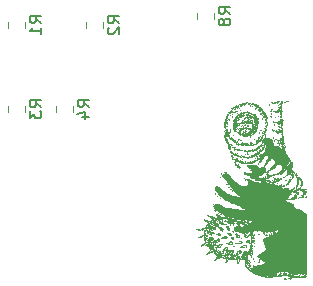
<source format=gbr>
G04 #@! TF.GenerationSoftware,KiCad,Pcbnew,5.0.1*
G04 #@! TF.CreationDate,2018-10-29T22:02:58-05:00*
G04 #@! TF.ProjectId,RDP-Environmental,5244502D456E7669726F6E6D656E7461,01*
G04 #@! TF.SameCoordinates,Original*
G04 #@! TF.FileFunction,Legend,Bot*
G04 #@! TF.FilePolarity,Positive*
%FSLAX46Y46*%
G04 Gerber Fmt 4.6, Leading zero omitted, Abs format (unit mm)*
G04 Created by KiCad (PCBNEW 5.0.1) date Mon 29 Oct 2018 10:02:58 PM CDT*
%MOMM*%
%LPD*%
G01*
G04 APERTURE LIST*
%ADD10C,0.120000*%
%ADD11C,0.010000*%
%ADD12C,0.150000*%
G04 APERTURE END LIST*
D10*
G04 #@! TO.C,R1*
X68378000Y-32011252D02*
X68378000Y-31488748D01*
X69798000Y-32011252D02*
X69798000Y-31488748D01*
G04 #@! TO.C,R2*
X76402000Y-32020252D02*
X76402000Y-31497748D01*
X74982000Y-32020252D02*
X74982000Y-31497748D01*
G04 #@! TO.C,R3*
X68378000Y-39132252D02*
X68378000Y-38609748D01*
X69798000Y-39132252D02*
X69798000Y-38609748D01*
G04 #@! TO.C,R4*
X73862000Y-39123252D02*
X73862000Y-38600748D01*
X72442000Y-39123252D02*
X72442000Y-38600748D01*
G04 #@! TO.C,R8*
X85800000Y-31249252D02*
X85800000Y-30726748D01*
X84380000Y-31249252D02*
X84380000Y-30726748D01*
D11*
G04 #@! TO.C,G\002A\002A\002A*
G36*
X89065100Y-48361600D02*
X89077800Y-48348900D01*
X89065100Y-48336200D01*
X89052400Y-48348900D01*
X89065100Y-48361600D01*
X89065100Y-48361600D01*
G37*
X89065100Y-48361600D02*
X89077800Y-48348900D01*
X89065100Y-48336200D01*
X89052400Y-48348900D01*
X89065100Y-48361600D01*
G36*
X84463466Y-49699333D02*
X84493610Y-49702373D01*
X84497333Y-49699333D01*
X84493846Y-49684233D01*
X84480400Y-49682400D01*
X84459492Y-49691693D01*
X84463466Y-49699333D01*
X84463466Y-49699333D01*
G37*
X84463466Y-49699333D02*
X84493610Y-49702373D01*
X84497333Y-49699333D01*
X84493846Y-49684233D01*
X84480400Y-49682400D01*
X84459492Y-49691693D01*
X84463466Y-49699333D01*
G36*
X84308971Y-49041470D02*
X84379039Y-49053733D01*
X84406316Y-49057766D01*
X84481649Y-49064702D01*
X84517025Y-49056228D01*
X84522768Y-49041971D01*
X84505494Y-49021956D01*
X84449195Y-49015946D01*
X84398332Y-49018214D01*
X84318928Y-49025252D01*
X84289038Y-49032490D01*
X84308971Y-49041470D01*
X84308971Y-49041470D01*
G37*
X84308971Y-49041470D02*
X84379039Y-49053733D01*
X84406316Y-49057766D01*
X84481649Y-49064702D01*
X84517025Y-49056228D01*
X84522768Y-49041971D01*
X84505494Y-49021956D01*
X84449195Y-49015946D01*
X84398332Y-49018214D01*
X84318928Y-49025252D01*
X84289038Y-49032490D01*
X84308971Y-49041470D01*
G36*
X84575650Y-49089621D02*
X84627652Y-49092976D01*
X84639150Y-49089621D01*
X84642340Y-49080351D01*
X84607400Y-49076810D01*
X84571341Y-49080802D01*
X84575650Y-49089621D01*
X84575650Y-49089621D01*
G37*
X84575650Y-49089621D02*
X84627652Y-49092976D01*
X84639150Y-49089621D01*
X84642340Y-49080351D01*
X84607400Y-49076810D01*
X84571341Y-49080802D01*
X84575650Y-49089621D01*
G36*
X84670900Y-50443622D02*
X84712641Y-50430975D01*
X84734400Y-50419000D01*
X84754730Y-50398873D01*
X84747100Y-50394377D01*
X84705358Y-50407024D01*
X84683600Y-50419000D01*
X84663269Y-50439126D01*
X84670900Y-50443622D01*
X84670900Y-50443622D01*
G37*
X84670900Y-50443622D02*
X84712641Y-50430975D01*
X84734400Y-50419000D01*
X84754730Y-50398873D01*
X84747100Y-50394377D01*
X84705358Y-50407024D01*
X84683600Y-50419000D01*
X84663269Y-50439126D01*
X84670900Y-50443622D01*
G36*
X84589358Y-49682187D02*
X84615625Y-49682400D01*
X84662474Y-49674945D01*
X84670900Y-49657000D01*
X84676373Y-49635023D01*
X84693301Y-49631600D01*
X84737186Y-49616696D01*
X84747100Y-49606200D01*
X84752575Y-49582490D01*
X84748506Y-49580800D01*
X84719206Y-49591764D01*
X84662916Y-49619244D01*
X84639434Y-49631600D01*
X84581979Y-49663378D01*
X84566322Y-49678031D01*
X84589358Y-49682187D01*
X84589358Y-49682187D01*
G37*
X84589358Y-49682187D02*
X84615625Y-49682400D01*
X84662474Y-49674945D01*
X84670900Y-49657000D01*
X84676373Y-49635023D01*
X84693301Y-49631600D01*
X84737186Y-49616696D01*
X84747100Y-49606200D01*
X84752575Y-49582490D01*
X84748506Y-49580800D01*
X84719206Y-49591764D01*
X84662916Y-49619244D01*
X84639434Y-49631600D01*
X84581979Y-49663378D01*
X84566322Y-49678031D01*
X84589358Y-49682187D01*
G36*
X84772500Y-49123600D02*
X84785200Y-49110900D01*
X84772500Y-49098200D01*
X84759800Y-49110900D01*
X84772500Y-49123600D01*
X84772500Y-49123600D01*
G37*
X84772500Y-49123600D02*
X84785200Y-49110900D01*
X84772500Y-49098200D01*
X84759800Y-49110900D01*
X84772500Y-49123600D01*
G36*
X84797900Y-49580800D02*
X84810600Y-49568100D01*
X84797900Y-49555400D01*
X84785200Y-49568100D01*
X84797900Y-49580800D01*
X84797900Y-49580800D01*
G37*
X84797900Y-49580800D02*
X84810600Y-49568100D01*
X84797900Y-49555400D01*
X84785200Y-49568100D01*
X84797900Y-49580800D01*
G36*
X84869866Y-50385133D02*
X84900010Y-50388173D01*
X84903733Y-50385133D01*
X84900246Y-50370033D01*
X84886800Y-50368200D01*
X84865892Y-50377493D01*
X84869866Y-50385133D01*
X84869866Y-50385133D01*
G37*
X84869866Y-50385133D02*
X84900010Y-50388173D01*
X84903733Y-50385133D01*
X84900246Y-50370033D01*
X84886800Y-50368200D01*
X84865892Y-50377493D01*
X84869866Y-50385133D01*
G36*
X84831095Y-50342716D02*
X84832959Y-50342800D01*
X84875911Y-50326254D01*
X84903128Y-50304700D01*
X84925010Y-50275257D01*
X84920364Y-50267407D01*
X84887572Y-50279355D01*
X84851749Y-50304527D01*
X84827916Y-50329966D01*
X84831095Y-50342716D01*
X84831095Y-50342716D01*
G37*
X84831095Y-50342716D02*
X84832959Y-50342800D01*
X84875911Y-50326254D01*
X84903128Y-50304700D01*
X84925010Y-50275257D01*
X84920364Y-50267407D01*
X84887572Y-50279355D01*
X84851749Y-50304527D01*
X84827916Y-50329966D01*
X84831095Y-50342716D01*
G36*
X85033128Y-49783261D02*
X85039200Y-49784000D01*
X85063861Y-49764671D01*
X85064600Y-49758600D01*
X85045271Y-49733938D01*
X85039200Y-49733200D01*
X85014538Y-49752528D01*
X85013800Y-49758600D01*
X85033128Y-49783261D01*
X85033128Y-49783261D01*
G37*
X85033128Y-49783261D02*
X85039200Y-49784000D01*
X85063861Y-49764671D01*
X85064600Y-49758600D01*
X85045271Y-49733938D01*
X85039200Y-49733200D01*
X85014538Y-49752528D01*
X85013800Y-49758600D01*
X85033128Y-49783261D01*
G36*
X85025747Y-49392334D02*
X85039200Y-49390300D01*
X85063404Y-49368573D01*
X85064600Y-49364900D01*
X85046884Y-49344705D01*
X85039200Y-49339500D01*
X85017681Y-49345531D01*
X85013800Y-49364900D01*
X85025747Y-49392334D01*
X85025747Y-49392334D01*
G37*
X85025747Y-49392334D02*
X85039200Y-49390300D01*
X85063404Y-49368573D01*
X85064600Y-49364900D01*
X85046884Y-49344705D01*
X85039200Y-49339500D01*
X85017681Y-49345531D01*
X85013800Y-49364900D01*
X85025747Y-49392334D01*
G36*
X84937852Y-49720656D02*
X84960017Y-49756797D01*
X84963141Y-49779149D01*
X84973541Y-49853948D01*
X84998891Y-49943652D01*
X85030997Y-50021818D01*
X85046221Y-50047229D01*
X85071328Y-50077127D01*
X85078716Y-50062576D01*
X85079114Y-50040008D01*
X85070486Y-49994655D01*
X85058592Y-49980964D01*
X85038216Y-49951200D01*
X85020965Y-49886164D01*
X85010093Y-49801382D01*
X85008011Y-49739496D01*
X85001843Y-49668790D01*
X84981026Y-49646076D01*
X84944727Y-49670457D01*
X84944202Y-49671023D01*
X84927871Y-49707401D01*
X84937852Y-49720656D01*
X84937852Y-49720656D01*
G37*
X84937852Y-49720656D02*
X84960017Y-49756797D01*
X84963141Y-49779149D01*
X84973541Y-49853948D01*
X84998891Y-49943652D01*
X85030997Y-50021818D01*
X85046221Y-50047229D01*
X85071328Y-50077127D01*
X85078716Y-50062576D01*
X85079114Y-50040008D01*
X85070486Y-49994655D01*
X85058592Y-49980964D01*
X85038216Y-49951200D01*
X85020965Y-49886164D01*
X85010093Y-49801382D01*
X85008011Y-49739496D01*
X85001843Y-49668790D01*
X84981026Y-49646076D01*
X84944727Y-49670457D01*
X84944202Y-49671023D01*
X84927871Y-49707401D01*
X84937852Y-49720656D01*
G36*
X85047666Y-49115133D02*
X85077810Y-49118173D01*
X85081533Y-49115133D01*
X85078046Y-49100033D01*
X85064600Y-49098200D01*
X85043692Y-49107493D01*
X85047666Y-49115133D01*
X85047666Y-49115133D01*
G37*
X85047666Y-49115133D02*
X85077810Y-49118173D01*
X85081533Y-49115133D01*
X85078046Y-49100033D01*
X85064600Y-49098200D01*
X85043692Y-49107493D01*
X85047666Y-49115133D01*
G36*
X85102700Y-49860200D02*
X85115400Y-49847500D01*
X85102700Y-49834800D01*
X85090000Y-49847500D01*
X85102700Y-49860200D01*
X85102700Y-49860200D01*
G37*
X85102700Y-49860200D02*
X85115400Y-49847500D01*
X85102700Y-49834800D01*
X85090000Y-49847500D01*
X85102700Y-49860200D01*
G36*
X84959760Y-48242424D02*
X85001876Y-48277355D01*
X85027493Y-48285400D01*
X85064825Y-48305144D01*
X85070532Y-48315898D01*
X85084731Y-48333208D01*
X85099578Y-48315851D01*
X85093990Y-48284711D01*
X85049768Y-48259189D01*
X84989614Y-48234295D01*
X84952990Y-48216261D01*
X84943888Y-48218552D01*
X84959760Y-48242424D01*
X84959760Y-48242424D01*
G37*
X84959760Y-48242424D02*
X85001876Y-48277355D01*
X85027493Y-48285400D01*
X85064825Y-48305144D01*
X85070532Y-48315898D01*
X85084731Y-48333208D01*
X85099578Y-48315851D01*
X85093990Y-48284711D01*
X85049768Y-48259189D01*
X84989614Y-48234295D01*
X84952990Y-48216261D01*
X84943888Y-48218552D01*
X84959760Y-48242424D01*
G36*
X85178900Y-48920400D02*
X85191600Y-48907700D01*
X85178900Y-48895000D01*
X85166200Y-48907700D01*
X85178900Y-48920400D01*
X85178900Y-48920400D01*
G37*
X85178900Y-48920400D02*
X85191600Y-48907700D01*
X85178900Y-48895000D01*
X85166200Y-48907700D01*
X85178900Y-48920400D01*
G36*
X85178900Y-48310800D02*
X85191600Y-48298100D01*
X85178900Y-48285400D01*
X85166200Y-48298100D01*
X85178900Y-48310800D01*
X85178900Y-48310800D01*
G37*
X85178900Y-48310800D02*
X85191600Y-48298100D01*
X85178900Y-48285400D01*
X85166200Y-48298100D01*
X85178900Y-48310800D01*
G36*
X85161437Y-49775951D02*
X85201134Y-49778979D01*
X85210120Y-49773945D01*
X85202545Y-49762401D01*
X85176783Y-49760605D01*
X85149680Y-49766808D01*
X85161437Y-49775951D01*
X85161437Y-49775951D01*
G37*
X85161437Y-49775951D02*
X85201134Y-49778979D01*
X85210120Y-49773945D01*
X85202545Y-49762401D01*
X85176783Y-49760605D01*
X85149680Y-49766808D01*
X85161437Y-49775951D01*
G36*
X85174666Y-49267533D02*
X85204810Y-49270573D01*
X85208533Y-49267533D01*
X85205046Y-49252433D01*
X85191600Y-49250600D01*
X85170692Y-49259893D01*
X85174666Y-49267533D01*
X85174666Y-49267533D01*
G37*
X85174666Y-49267533D02*
X85204810Y-49270573D01*
X85208533Y-49267533D01*
X85205046Y-49252433D01*
X85191600Y-49250600D01*
X85170692Y-49259893D01*
X85174666Y-49267533D01*
G36*
X84867760Y-49544047D02*
X84870109Y-49543377D01*
X84962637Y-49518532D01*
X85015665Y-49510201D01*
X85037414Y-49517484D01*
X85039200Y-49524868D01*
X85059528Y-49539592D01*
X85093712Y-49536388D01*
X85131782Y-49532584D01*
X85140037Y-49558556D01*
X85135292Y-49589788D01*
X85131892Y-49635291D01*
X85148586Y-49636773D01*
X85150629Y-49635232D01*
X85194271Y-49607759D01*
X85204300Y-49603260D01*
X85205679Y-49581564D01*
X85176094Y-49540925D01*
X85168519Y-49533175D01*
X85108250Y-49490928D01*
X85047905Y-49472859D01*
X85046811Y-49472850D01*
X85005917Y-49468206D01*
X84999821Y-49459312D01*
X84998253Y-49431312D01*
X84987416Y-49414514D01*
X84974153Y-49363630D01*
X84987015Y-49272477D01*
X85005208Y-49190141D01*
X85011053Y-49145602D01*
X85004144Y-49127284D01*
X84984076Y-49123608D01*
X84981804Y-49123600D01*
X84958158Y-49145563D01*
X84948835Y-49193450D01*
X84945926Y-49323230D01*
X84940187Y-49411673D01*
X84929680Y-49468232D01*
X84912466Y-49502361D01*
X84886605Y-49523516D01*
X84880450Y-49526904D01*
X84851543Y-49544931D01*
X84867760Y-49544047D01*
X84867760Y-49544047D01*
G37*
X84867760Y-49544047D02*
X84870109Y-49543377D01*
X84962637Y-49518532D01*
X85015665Y-49510201D01*
X85037414Y-49517484D01*
X85039200Y-49524868D01*
X85059528Y-49539592D01*
X85093712Y-49536388D01*
X85131782Y-49532584D01*
X85140037Y-49558556D01*
X85135292Y-49589788D01*
X85131892Y-49635291D01*
X85148586Y-49636773D01*
X85150629Y-49635232D01*
X85194271Y-49607759D01*
X85204300Y-49603260D01*
X85205679Y-49581564D01*
X85176094Y-49540925D01*
X85168519Y-49533175D01*
X85108250Y-49490928D01*
X85047905Y-49472859D01*
X85046811Y-49472850D01*
X85005917Y-49468206D01*
X84999821Y-49459312D01*
X84998253Y-49431312D01*
X84987416Y-49414514D01*
X84974153Y-49363630D01*
X84987015Y-49272477D01*
X85005208Y-49190141D01*
X85011053Y-49145602D01*
X85004144Y-49127284D01*
X84984076Y-49123608D01*
X84981804Y-49123600D01*
X84958158Y-49145563D01*
X84948835Y-49193450D01*
X84945926Y-49323230D01*
X84940187Y-49411673D01*
X84929680Y-49468232D01*
X84912466Y-49502361D01*
X84886605Y-49523516D01*
X84880450Y-49526904D01*
X84851543Y-49544931D01*
X84867760Y-49544047D01*
G36*
X85250866Y-48886533D02*
X85265966Y-48883046D01*
X85267800Y-48869600D01*
X85258506Y-48848692D01*
X85250866Y-48852666D01*
X85247826Y-48882810D01*
X85250866Y-48886533D01*
X85250866Y-48886533D01*
G37*
X85250866Y-48886533D02*
X85265966Y-48883046D01*
X85267800Y-48869600D01*
X85258506Y-48848692D01*
X85250866Y-48852666D01*
X85247826Y-48882810D01*
X85250866Y-48886533D01*
G36*
X85250866Y-49216733D02*
X85281010Y-49219773D01*
X85284733Y-49216733D01*
X85281246Y-49201633D01*
X85267800Y-49199800D01*
X85246892Y-49209093D01*
X85250866Y-49216733D01*
X85250866Y-49216733D01*
G37*
X85250866Y-49216733D02*
X85281010Y-49219773D01*
X85284733Y-49216733D01*
X85281246Y-49201633D01*
X85267800Y-49199800D01*
X85246892Y-49209093D01*
X85250866Y-49216733D01*
G36*
X85237637Y-48328151D02*
X85277334Y-48331179D01*
X85286320Y-48326145D01*
X85278745Y-48314601D01*
X85252983Y-48312805D01*
X85225880Y-48319008D01*
X85237637Y-48328151D01*
X85237637Y-48328151D01*
G37*
X85237637Y-48328151D02*
X85277334Y-48331179D01*
X85286320Y-48326145D01*
X85278745Y-48314601D01*
X85252983Y-48312805D01*
X85225880Y-48319008D01*
X85237637Y-48328151D01*
G36*
X85305900Y-50368200D02*
X85318600Y-50355500D01*
X85305900Y-50342800D01*
X85293200Y-50355500D01*
X85305900Y-50368200D01*
X85305900Y-50368200D01*
G37*
X85305900Y-50368200D02*
X85318600Y-50355500D01*
X85305900Y-50342800D01*
X85293200Y-50355500D01*
X85305900Y-50368200D01*
G36*
X84997732Y-50227229D02*
X85050569Y-50199733D01*
X85079158Y-50181359D01*
X85162577Y-50136981D01*
X85234251Y-50129494D01*
X85246233Y-50131476D01*
X85302464Y-50137422D01*
X85316742Y-50128962D01*
X85285316Y-50112222D01*
X85262215Y-50105380D01*
X85202202Y-50099640D01*
X85140865Y-50107415D01*
X85098248Y-50124877D01*
X85090000Y-50138276D01*
X85069503Y-50160969D01*
X85023217Y-50187273D01*
X84980125Y-50212913D01*
X84970442Y-50231708D01*
X84997732Y-50227229D01*
X84997732Y-50227229D01*
G37*
X84997732Y-50227229D02*
X85050569Y-50199733D01*
X85079158Y-50181359D01*
X85162577Y-50136981D01*
X85234251Y-50129494D01*
X85246233Y-50131476D01*
X85302464Y-50137422D01*
X85316742Y-50128962D01*
X85285316Y-50112222D01*
X85262215Y-50105380D01*
X85202202Y-50099640D01*
X85140865Y-50107415D01*
X85098248Y-50124877D01*
X85090000Y-50138276D01*
X85069503Y-50160969D01*
X85023217Y-50187273D01*
X84980125Y-50212913D01*
X84970442Y-50231708D01*
X84997732Y-50227229D01*
G36*
X85331300Y-48945800D02*
X85344000Y-48933100D01*
X85331300Y-48920400D01*
X85318600Y-48933100D01*
X85331300Y-48945800D01*
X85331300Y-48945800D01*
G37*
X85331300Y-48945800D02*
X85344000Y-48933100D01*
X85331300Y-48920400D01*
X85318600Y-48933100D01*
X85331300Y-48945800D01*
G36*
X85335007Y-51071431D02*
X85344000Y-51066700D01*
X85368257Y-51042767D01*
X85369400Y-51038301D01*
X85352992Y-51036568D01*
X85344000Y-51041300D01*
X85319742Y-51065232D01*
X85318600Y-51069698D01*
X85335007Y-51071431D01*
X85335007Y-51071431D01*
G37*
X85335007Y-51071431D02*
X85344000Y-51066700D01*
X85368257Y-51042767D01*
X85369400Y-51038301D01*
X85352992Y-51036568D01*
X85344000Y-51041300D01*
X85319742Y-51065232D01*
X85318600Y-51069698D01*
X85335007Y-51071431D01*
G36*
X85356700Y-50342800D02*
X85369400Y-50330100D01*
X85356700Y-50317400D01*
X85344000Y-50330100D01*
X85356700Y-50342800D01*
X85356700Y-50342800D01*
G37*
X85356700Y-50342800D02*
X85369400Y-50330100D01*
X85356700Y-50317400D01*
X85344000Y-50330100D01*
X85356700Y-50342800D01*
G36*
X85382100Y-50393600D02*
X85394800Y-50380900D01*
X85382100Y-50368200D01*
X85369400Y-50380900D01*
X85382100Y-50393600D01*
X85382100Y-50393600D01*
G37*
X85382100Y-50393600D02*
X85394800Y-50380900D01*
X85382100Y-50368200D01*
X85369400Y-50380900D01*
X85382100Y-50393600D01*
G36*
X85330214Y-50031993D02*
X85337970Y-50031470D01*
X85385772Y-50025199D01*
X85389463Y-50013785D01*
X85374537Y-50003075D01*
X85338151Y-50003724D01*
X85317707Y-50013151D01*
X85300931Y-50029333D01*
X85330214Y-50031993D01*
X85330214Y-50031993D01*
G37*
X85330214Y-50031993D02*
X85337970Y-50031470D01*
X85385772Y-50025199D01*
X85389463Y-50013785D01*
X85374537Y-50003075D01*
X85338151Y-50003724D01*
X85317707Y-50013151D01*
X85300931Y-50029333D01*
X85330214Y-50031993D01*
G36*
X85382100Y-49072800D02*
X85394800Y-49060100D01*
X85382100Y-49047400D01*
X85369400Y-49060100D01*
X85382100Y-49072800D01*
X85382100Y-49072800D01*
G37*
X85382100Y-49072800D02*
X85394800Y-49060100D01*
X85382100Y-49047400D01*
X85369400Y-49060100D01*
X85382100Y-49072800D01*
G36*
X85407500Y-49428400D02*
X85420200Y-49415700D01*
X85407500Y-49403000D01*
X85394800Y-49415700D01*
X85407500Y-49428400D01*
X85407500Y-49428400D01*
G37*
X85407500Y-49428400D02*
X85420200Y-49415700D01*
X85407500Y-49403000D01*
X85394800Y-49415700D01*
X85407500Y-49428400D01*
G36*
X85165099Y-51155600D02*
X85194163Y-51134618D01*
X85215551Y-51095909D01*
X85251689Y-51042976D01*
X85311278Y-50989870D01*
X85322873Y-50982037D01*
X85370271Y-50948422D01*
X85387556Y-50929165D01*
X85384513Y-50927427D01*
X85382087Y-50910844D01*
X85407997Y-50871380D01*
X85409268Y-50869850D01*
X85418238Y-50855000D01*
X85395373Y-50871611D01*
X85347577Y-50914300D01*
X85268754Y-50992253D01*
X85206831Y-51062564D01*
X85167501Y-51117705D01*
X85156457Y-51150148D01*
X85165099Y-51155600D01*
X85165099Y-51155600D01*
G37*
X85165099Y-51155600D02*
X85194163Y-51134618D01*
X85215551Y-51095909D01*
X85251689Y-51042976D01*
X85311278Y-50989870D01*
X85322873Y-50982037D01*
X85370271Y-50948422D01*
X85387556Y-50929165D01*
X85384513Y-50927427D01*
X85382087Y-50910844D01*
X85407997Y-50871380D01*
X85409268Y-50869850D01*
X85418238Y-50855000D01*
X85395373Y-50871611D01*
X85347577Y-50914300D01*
X85268754Y-50992253D01*
X85206831Y-51062564D01*
X85167501Y-51117705D01*
X85156457Y-51150148D01*
X85165099Y-51155600D01*
G36*
X85432900Y-50114200D02*
X85445600Y-50101500D01*
X85432900Y-50088800D01*
X85420200Y-50101500D01*
X85432900Y-50114200D01*
X85432900Y-50114200D01*
G37*
X85432900Y-50114200D02*
X85445600Y-50101500D01*
X85432900Y-50088800D01*
X85420200Y-50101500D01*
X85432900Y-50114200D01*
G36*
X85390037Y-48353551D02*
X85429734Y-48356579D01*
X85438720Y-48351545D01*
X85431145Y-48340001D01*
X85405383Y-48338205D01*
X85378280Y-48344408D01*
X85390037Y-48353551D01*
X85390037Y-48353551D01*
G37*
X85390037Y-48353551D02*
X85429734Y-48356579D01*
X85438720Y-48351545D01*
X85431145Y-48340001D01*
X85405383Y-48338205D01*
X85378280Y-48344408D01*
X85390037Y-48353551D01*
G36*
X85458300Y-50342800D02*
X85471000Y-50330100D01*
X85458300Y-50317400D01*
X85445600Y-50330100D01*
X85458300Y-50342800D01*
X85458300Y-50342800D01*
G37*
X85458300Y-50342800D02*
X85471000Y-50330100D01*
X85458300Y-50317400D01*
X85445600Y-50330100D01*
X85458300Y-50342800D01*
G36*
X85245245Y-47871356D02*
X85314507Y-47914193D01*
X85348378Y-47932033D01*
X85405228Y-47957791D01*
X85434728Y-47964585D01*
X85435397Y-47959240D01*
X85439335Y-47930088D01*
X85449813Y-47924162D01*
X85450504Y-47909949D01*
X85412572Y-47888412D01*
X85405522Y-47885595D01*
X85394800Y-47881913D01*
X85394800Y-47904400D01*
X85415707Y-47913693D01*
X85411733Y-47921333D01*
X85381589Y-47924373D01*
X85377866Y-47921333D01*
X85381353Y-47906233D01*
X85394800Y-47904400D01*
X85394800Y-47881913D01*
X85304085Y-47850759D01*
X85242149Y-47837919D01*
X85221831Y-47845358D01*
X85245245Y-47871356D01*
X85245245Y-47871356D01*
G37*
X85245245Y-47871356D02*
X85314507Y-47914193D01*
X85348378Y-47932033D01*
X85405228Y-47957791D01*
X85434728Y-47964585D01*
X85435397Y-47959240D01*
X85439335Y-47930088D01*
X85449813Y-47924162D01*
X85450504Y-47909949D01*
X85412572Y-47888412D01*
X85405522Y-47885595D01*
X85394800Y-47881913D01*
X85394800Y-47904400D01*
X85415707Y-47913693D01*
X85411733Y-47921333D01*
X85381589Y-47924373D01*
X85377866Y-47921333D01*
X85381353Y-47906233D01*
X85394800Y-47904400D01*
X85394800Y-47881913D01*
X85304085Y-47850759D01*
X85242149Y-47837919D01*
X85221831Y-47845358D01*
X85245245Y-47871356D01*
G36*
X85483700Y-50800000D02*
X85496400Y-50787300D01*
X85483700Y-50774600D01*
X85471000Y-50787300D01*
X85483700Y-50800000D01*
X85483700Y-50800000D01*
G37*
X85483700Y-50800000D02*
X85496400Y-50787300D01*
X85483700Y-50774600D01*
X85471000Y-50787300D01*
X85483700Y-50800000D01*
G36*
X85428668Y-50513016D02*
X85437074Y-50501391D01*
X85462047Y-50480783D01*
X85473169Y-50483840D01*
X85495382Y-50488939D01*
X85483873Y-50465961D01*
X85479466Y-50461333D01*
X85442792Y-50445071D01*
X85422882Y-50472976D01*
X85422205Y-50488850D01*
X85428668Y-50513016D01*
X85428668Y-50513016D01*
G37*
X85428668Y-50513016D02*
X85437074Y-50501391D01*
X85462047Y-50480783D01*
X85473169Y-50483840D01*
X85495382Y-50488939D01*
X85483873Y-50465961D01*
X85479466Y-50461333D01*
X85442792Y-50445071D01*
X85422882Y-50472976D01*
X85422205Y-50488850D01*
X85428668Y-50513016D01*
G36*
X85483700Y-50292000D02*
X85496400Y-50279300D01*
X85483700Y-50266600D01*
X85471000Y-50279300D01*
X85483700Y-50292000D01*
X85483700Y-50292000D01*
G37*
X85483700Y-50292000D02*
X85496400Y-50279300D01*
X85483700Y-50266600D01*
X85471000Y-50279300D01*
X85483700Y-50292000D01*
G36*
X85483700Y-49733200D02*
X85496400Y-49720500D01*
X85483700Y-49707800D01*
X85471000Y-49720500D01*
X85483700Y-49733200D01*
X85483700Y-49733200D01*
G37*
X85483700Y-49733200D02*
X85496400Y-49720500D01*
X85483700Y-49707800D01*
X85471000Y-49720500D01*
X85483700Y-49733200D01*
G36*
X85483700Y-49453800D02*
X85496400Y-49441100D01*
X85483700Y-49428400D01*
X85471000Y-49441100D01*
X85483700Y-49453800D01*
X85483700Y-49453800D01*
G37*
X85483700Y-49453800D02*
X85496400Y-49441100D01*
X85483700Y-49428400D01*
X85471000Y-49441100D01*
X85483700Y-49453800D01*
G36*
X85479466Y-48683333D02*
X85494566Y-48679846D01*
X85496400Y-48666400D01*
X85487106Y-48645492D01*
X85479466Y-48649466D01*
X85476426Y-48679610D01*
X85479466Y-48683333D01*
X85479466Y-48683333D01*
G37*
X85479466Y-48683333D02*
X85494566Y-48679846D01*
X85496400Y-48666400D01*
X85487106Y-48645492D01*
X85479466Y-48649466D01*
X85476426Y-48679610D01*
X85479466Y-48683333D01*
G36*
X85483700Y-48031400D02*
X85496400Y-48018700D01*
X85483700Y-48006000D01*
X85471000Y-48018700D01*
X85483700Y-48031400D01*
X85483700Y-48031400D01*
G37*
X85483700Y-48031400D02*
X85496400Y-48018700D01*
X85483700Y-48006000D01*
X85471000Y-48018700D01*
X85483700Y-48031400D01*
G36*
X85509100Y-50977800D02*
X85521800Y-50965100D01*
X85509100Y-50952400D01*
X85496400Y-50965100D01*
X85509100Y-50977800D01*
X85509100Y-50977800D01*
G37*
X85509100Y-50977800D02*
X85521800Y-50965100D01*
X85509100Y-50952400D01*
X85496400Y-50965100D01*
X85509100Y-50977800D01*
G36*
X85479466Y-49343733D02*
X85509610Y-49346773D01*
X85513333Y-49343733D01*
X85509846Y-49328633D01*
X85496400Y-49326800D01*
X85475492Y-49336093D01*
X85479466Y-49343733D01*
X85479466Y-49343733D01*
G37*
X85479466Y-49343733D02*
X85509610Y-49346773D01*
X85513333Y-49343733D01*
X85509846Y-49328633D01*
X85496400Y-49326800D01*
X85475492Y-49336093D01*
X85479466Y-49343733D01*
G36*
X85504866Y-48988133D02*
X85519966Y-48984646D01*
X85521800Y-48971200D01*
X85512506Y-48950292D01*
X85504866Y-48954266D01*
X85501826Y-48984410D01*
X85504866Y-48988133D01*
X85504866Y-48988133D01*
G37*
X85504866Y-48988133D02*
X85519966Y-48984646D01*
X85521800Y-48971200D01*
X85512506Y-48950292D01*
X85504866Y-48954266D01*
X85501826Y-48984410D01*
X85504866Y-48988133D01*
G36*
X85465496Y-48874256D02*
X85497827Y-48893663D01*
X85508676Y-48891190D01*
X85507890Y-48864652D01*
X85504866Y-48861133D01*
X85465763Y-48844386D01*
X85461686Y-48844200D01*
X85452242Y-48857086D01*
X85465496Y-48874256D01*
X85465496Y-48874256D01*
G37*
X85465496Y-48874256D02*
X85497827Y-48893663D01*
X85508676Y-48891190D01*
X85507890Y-48864652D01*
X85504866Y-48861133D01*
X85465763Y-48844386D01*
X85461686Y-48844200D01*
X85452242Y-48857086D01*
X85465496Y-48874256D01*
G36*
X85509100Y-47955200D02*
X85521800Y-47942500D01*
X85509100Y-47929800D01*
X85496400Y-47942500D01*
X85509100Y-47955200D01*
X85509100Y-47955200D01*
G37*
X85509100Y-47955200D02*
X85521800Y-47942500D01*
X85509100Y-47929800D01*
X85496400Y-47942500D01*
X85509100Y-47955200D01*
G36*
X85534500Y-50520600D02*
X85547200Y-50507900D01*
X85534500Y-50495200D01*
X85521800Y-50507900D01*
X85534500Y-50520600D01*
X85534500Y-50520600D01*
G37*
X85534500Y-50520600D02*
X85547200Y-50507900D01*
X85534500Y-50495200D01*
X85521800Y-50507900D01*
X85534500Y-50520600D01*
G36*
X85534500Y-49530000D02*
X85547200Y-49517300D01*
X85534500Y-49504600D01*
X85521800Y-49517300D01*
X85534500Y-49530000D01*
X85534500Y-49530000D01*
G37*
X85534500Y-49530000D02*
X85547200Y-49517300D01*
X85534500Y-49504600D01*
X85521800Y-49517300D01*
X85534500Y-49530000D01*
G36*
X84735706Y-49005166D02*
X84802794Y-48998873D01*
X84870055Y-48985883D01*
X84989910Y-48964728D01*
X85068140Y-48967577D01*
X85108197Y-48995007D01*
X85115400Y-49026776D01*
X85129726Y-49076786D01*
X85162308Y-49124949D01*
X85197553Y-49148811D01*
X85200279Y-49149000D01*
X85200772Y-49128902D01*
X85187812Y-49081556D01*
X85168014Y-49026383D01*
X85147992Y-48982801D01*
X85139723Y-48971200D01*
X85125252Y-48936373D01*
X85121444Y-48884026D01*
X85127865Y-48837200D01*
X85142583Y-48818800D01*
X85158415Y-48803765D01*
X85155345Y-48796385D01*
X85161351Y-48762888D01*
X85196113Y-48705280D01*
X85251991Y-48634893D01*
X85296272Y-48587396D01*
X85361332Y-48556144D01*
X85429435Y-48553254D01*
X85493670Y-48552255D01*
X85533001Y-48540375D01*
X85535812Y-48537276D01*
X85543981Y-48513289D01*
X85542349Y-48511673D01*
X85514532Y-48507041D01*
X85456473Y-48498702D01*
X85445600Y-48497208D01*
X85366935Y-48478178D01*
X85301210Y-48449226D01*
X85300443Y-48448735D01*
X85246733Y-48418264D01*
X85227541Y-48415848D01*
X85246914Y-48440078D01*
X85269535Y-48459497D01*
X85327698Y-48506595D01*
X85234421Y-48599872D01*
X85167533Y-48676538D01*
X85108806Y-48759888D01*
X85092028Y-48789423D01*
X85042801Y-48872779D01*
X84989879Y-48922816D01*
X84916908Y-48950165D01*
X84823670Y-48963850D01*
X84750552Y-48974975D01*
X84707133Y-48988735D01*
X84701635Y-48999395D01*
X84735706Y-49005166D01*
X84735706Y-49005166D01*
G37*
X84735706Y-49005166D02*
X84802794Y-48998873D01*
X84870055Y-48985883D01*
X84989910Y-48964728D01*
X85068140Y-48967577D01*
X85108197Y-48995007D01*
X85115400Y-49026776D01*
X85129726Y-49076786D01*
X85162308Y-49124949D01*
X85197553Y-49148811D01*
X85200279Y-49149000D01*
X85200772Y-49128902D01*
X85187812Y-49081556D01*
X85168014Y-49026383D01*
X85147992Y-48982801D01*
X85139723Y-48971200D01*
X85125252Y-48936373D01*
X85121444Y-48884026D01*
X85127865Y-48837200D01*
X85142583Y-48818800D01*
X85158415Y-48803765D01*
X85155345Y-48796385D01*
X85161351Y-48762888D01*
X85196113Y-48705280D01*
X85251991Y-48634893D01*
X85296272Y-48587396D01*
X85361332Y-48556144D01*
X85429435Y-48553254D01*
X85493670Y-48552255D01*
X85533001Y-48540375D01*
X85535812Y-48537276D01*
X85543981Y-48513289D01*
X85542349Y-48511673D01*
X85514532Y-48507041D01*
X85456473Y-48498702D01*
X85445600Y-48497208D01*
X85366935Y-48478178D01*
X85301210Y-48449226D01*
X85300443Y-48448735D01*
X85246733Y-48418264D01*
X85227541Y-48415848D01*
X85246914Y-48440078D01*
X85269535Y-48459497D01*
X85327698Y-48506595D01*
X85234421Y-48599872D01*
X85167533Y-48676538D01*
X85108806Y-48759888D01*
X85092028Y-48789423D01*
X85042801Y-48872779D01*
X84989879Y-48922816D01*
X84916908Y-48950165D01*
X84823670Y-48963850D01*
X84750552Y-48974975D01*
X84707133Y-48988735D01*
X84701635Y-48999395D01*
X84735706Y-49005166D01*
G36*
X85559900Y-49047400D02*
X85572600Y-49034700D01*
X85559900Y-49022000D01*
X85547200Y-49034700D01*
X85559900Y-49047400D01*
X85559900Y-49047400D01*
G37*
X85559900Y-49047400D02*
X85572600Y-49034700D01*
X85559900Y-49022000D01*
X85547200Y-49034700D01*
X85559900Y-49047400D01*
G36*
X85585300Y-50596800D02*
X85598000Y-50584100D01*
X85585300Y-50571400D01*
X85572600Y-50584100D01*
X85585300Y-50596800D01*
X85585300Y-50596800D01*
G37*
X85585300Y-50596800D02*
X85598000Y-50584100D01*
X85585300Y-50571400D01*
X85572600Y-50584100D01*
X85585300Y-50596800D01*
G36*
X85557474Y-50440475D02*
X85581085Y-50467529D01*
X85586799Y-50469800D01*
X85597238Y-50457745D01*
X85573846Y-50432649D01*
X85568675Y-50429274D01*
X85551294Y-50426280D01*
X85557474Y-50440475D01*
X85557474Y-50440475D01*
G37*
X85557474Y-50440475D02*
X85581085Y-50467529D01*
X85586799Y-50469800D01*
X85597238Y-50457745D01*
X85573846Y-50432649D01*
X85568675Y-50429274D01*
X85551294Y-50426280D01*
X85557474Y-50440475D01*
G36*
X85565638Y-50367166D02*
X85572600Y-50368200D01*
X85597339Y-50359533D01*
X85598000Y-50356999D01*
X85580201Y-50335313D01*
X85572600Y-50330100D01*
X85549194Y-50332113D01*
X85547200Y-50341300D01*
X85565638Y-50367166D01*
X85565638Y-50367166D01*
G37*
X85565638Y-50367166D02*
X85572600Y-50368200D01*
X85597339Y-50359533D01*
X85598000Y-50356999D01*
X85580201Y-50335313D01*
X85572600Y-50330100D01*
X85549194Y-50332113D01*
X85547200Y-50341300D01*
X85565638Y-50367166D01*
G36*
X85585300Y-50165000D02*
X85598000Y-50152300D01*
X85585300Y-50139600D01*
X85572600Y-50152300D01*
X85585300Y-50165000D01*
X85585300Y-50165000D01*
G37*
X85585300Y-50165000D02*
X85598000Y-50152300D01*
X85585300Y-50139600D01*
X85572600Y-50152300D01*
X85585300Y-50165000D01*
G36*
X85562760Y-49419668D02*
X85572600Y-49415700D01*
X85596831Y-49392875D01*
X85598000Y-49388800D01*
X85578348Y-49377891D01*
X85572600Y-49377600D01*
X85548176Y-49397126D01*
X85547200Y-49404499D01*
X85562760Y-49419668D01*
X85562760Y-49419668D01*
G37*
X85562760Y-49419668D02*
X85572600Y-49415700D01*
X85596831Y-49392875D01*
X85598000Y-49388800D01*
X85578348Y-49377891D01*
X85572600Y-49377600D01*
X85548176Y-49397126D01*
X85547200Y-49404499D01*
X85562760Y-49419668D01*
G36*
X85585300Y-49098200D02*
X85598000Y-49085500D01*
X85585300Y-49072800D01*
X85572600Y-49085500D01*
X85585300Y-49098200D01*
X85585300Y-49098200D01*
G37*
X85585300Y-49098200D02*
X85598000Y-49085500D01*
X85585300Y-49072800D01*
X85572600Y-49085500D01*
X85585300Y-49098200D01*
G36*
X85585300Y-48590200D02*
X85598000Y-48577500D01*
X85585300Y-48564800D01*
X85572600Y-48577500D01*
X85585300Y-48590200D01*
X85585300Y-48590200D01*
G37*
X85585300Y-48590200D02*
X85598000Y-48577500D01*
X85585300Y-48564800D01*
X85572600Y-48577500D01*
X85585300Y-48590200D01*
G36*
X85528337Y-48351203D02*
X85551337Y-48344359D01*
X85572090Y-48324113D01*
X85588470Y-48292176D01*
X85577209Y-48285400D01*
X85543933Y-48301270D01*
X85524365Y-48332804D01*
X85528337Y-48351203D01*
X85528337Y-48351203D01*
G37*
X85528337Y-48351203D02*
X85551337Y-48344359D01*
X85572090Y-48324113D01*
X85588470Y-48292176D01*
X85577209Y-48285400D01*
X85543933Y-48301270D01*
X85524365Y-48332804D01*
X85528337Y-48351203D01*
G36*
X85540579Y-48061394D02*
X85546717Y-48068918D01*
X85582515Y-48104145D01*
X85597192Y-48096026D01*
X85598000Y-48084917D01*
X85577641Y-48057639D01*
X85556307Y-48046236D01*
X85528886Y-48039723D01*
X85540579Y-48061394D01*
X85540579Y-48061394D01*
G37*
X85540579Y-48061394D02*
X85546717Y-48068918D01*
X85582515Y-48104145D01*
X85597192Y-48096026D01*
X85598000Y-48084917D01*
X85577641Y-48057639D01*
X85556307Y-48046236D01*
X85528886Y-48039723D01*
X85540579Y-48061394D01*
G36*
X85586097Y-50944645D02*
X85604773Y-50930151D01*
X85620824Y-50908795D01*
X85595373Y-50914124D01*
X85590554Y-50915933D01*
X85559451Y-50936054D01*
X85559227Y-50947494D01*
X85586097Y-50944645D01*
X85586097Y-50944645D01*
G37*
X85586097Y-50944645D02*
X85604773Y-50930151D01*
X85620824Y-50908795D01*
X85595373Y-50914124D01*
X85590554Y-50915933D01*
X85559451Y-50936054D01*
X85559227Y-50947494D01*
X85586097Y-50944645D01*
G36*
X85567413Y-48945449D02*
X85585300Y-48954985D01*
X85617324Y-48964866D01*
X85621394Y-48964052D01*
X85611594Y-48939225D01*
X85606578Y-48926750D01*
X85581449Y-48898972D01*
X85554551Y-48899497D01*
X85547200Y-48917682D01*
X85567413Y-48945449D01*
X85567413Y-48945449D01*
G37*
X85567413Y-48945449D02*
X85585300Y-48954985D01*
X85617324Y-48964866D01*
X85621394Y-48964052D01*
X85611594Y-48939225D01*
X85606578Y-48926750D01*
X85581449Y-48898972D01*
X85554551Y-48899497D01*
X85547200Y-48917682D01*
X85567413Y-48945449D01*
G36*
X85481743Y-48396502D02*
X85515964Y-48427695D01*
X85560714Y-48453969D01*
X85591650Y-48462392D01*
X85622031Y-48451732D01*
X85615661Y-48425362D01*
X85578181Y-48395555D01*
X85556377Y-48385660D01*
X85503439Y-48371456D01*
X85475681Y-48373851D01*
X85481743Y-48396502D01*
X85481743Y-48396502D01*
G37*
X85481743Y-48396502D02*
X85515964Y-48427695D01*
X85560714Y-48453969D01*
X85591650Y-48462392D01*
X85622031Y-48451732D01*
X85615661Y-48425362D01*
X85578181Y-48395555D01*
X85556377Y-48385660D01*
X85503439Y-48371456D01*
X85475681Y-48373851D01*
X85481743Y-48396502D01*
G36*
X85636100Y-50520600D02*
X85648800Y-50507900D01*
X85636100Y-50495200D01*
X85623400Y-50507900D01*
X85636100Y-50520600D01*
X85636100Y-50520600D01*
G37*
X85636100Y-50520600D02*
X85648800Y-50507900D01*
X85636100Y-50495200D01*
X85623400Y-50507900D01*
X85636100Y-50520600D01*
G36*
X85636100Y-50419000D02*
X85648800Y-50406300D01*
X85636100Y-50393600D01*
X85623400Y-50406300D01*
X85636100Y-50419000D01*
X85636100Y-50419000D01*
G37*
X85636100Y-50419000D02*
X85648800Y-50406300D01*
X85636100Y-50393600D01*
X85623400Y-50406300D01*
X85636100Y-50419000D01*
G36*
X85636100Y-50114200D02*
X85648800Y-50101500D01*
X85636100Y-50088800D01*
X85623400Y-50101500D01*
X85636100Y-50114200D01*
X85636100Y-50114200D01*
G37*
X85636100Y-50114200D02*
X85648800Y-50101500D01*
X85636100Y-50088800D01*
X85623400Y-50101500D01*
X85636100Y-50114200D01*
G36*
X85636100Y-48133000D02*
X85648800Y-48120300D01*
X85636100Y-48107600D01*
X85623400Y-48120300D01*
X85636100Y-48133000D01*
X85636100Y-48133000D01*
G37*
X85636100Y-48133000D02*
X85648800Y-48120300D01*
X85636100Y-48107600D01*
X85623400Y-48120300D01*
X85636100Y-48133000D01*
G36*
X85661500Y-50901600D02*
X85674200Y-50888900D01*
X85661500Y-50876200D01*
X85648800Y-50888900D01*
X85661500Y-50901600D01*
X85661500Y-50901600D01*
G37*
X85661500Y-50901600D02*
X85674200Y-50888900D01*
X85661500Y-50876200D01*
X85648800Y-50888900D01*
X85661500Y-50901600D01*
G36*
X85613344Y-47980406D02*
X85616626Y-47983751D01*
X85649929Y-48003814D01*
X85662172Y-48001094D01*
X85654549Y-47982200D01*
X85630845Y-47969533D01*
X85601171Y-47961799D01*
X85613344Y-47980406D01*
X85613344Y-47980406D01*
G37*
X85613344Y-47980406D02*
X85616626Y-47983751D01*
X85649929Y-48003814D01*
X85662172Y-48001094D01*
X85654549Y-47982200D01*
X85630845Y-47969533D01*
X85601171Y-47961799D01*
X85613344Y-47980406D01*
G36*
X85682666Y-48530933D02*
X85697766Y-48527446D01*
X85699600Y-48514000D01*
X85690306Y-48493092D01*
X85682666Y-48497066D01*
X85679626Y-48527210D01*
X85682666Y-48530933D01*
X85682666Y-48530933D01*
G37*
X85682666Y-48530933D02*
X85697766Y-48527446D01*
X85699600Y-48514000D01*
X85690306Y-48493092D01*
X85682666Y-48497066D01*
X85679626Y-48527210D01*
X85682666Y-48530933D01*
G36*
X85237692Y-49935328D02*
X85266013Y-49936400D01*
X85302958Y-49924098D01*
X85304813Y-49904628D01*
X85308440Y-49881307D01*
X85341523Y-49855696D01*
X85410481Y-49824257D01*
X85521732Y-49783453D01*
X85529537Y-49780752D01*
X85594485Y-49761731D01*
X85629698Y-49763975D01*
X85649798Y-49784745D01*
X85670958Y-49834375D01*
X85673811Y-49852699D01*
X85651555Y-49877173D01*
X85595378Y-49896839D01*
X85522146Y-49908060D01*
X85448724Y-49907200D01*
X85432545Y-49904715D01*
X85385515Y-49903042D01*
X85369400Y-49914522D01*
X85389250Y-49935286D01*
X85398349Y-49936400D01*
X85435579Y-49954672D01*
X85461042Y-49980850D01*
X85486970Y-50011401D01*
X85494827Y-50000731D01*
X85495592Y-49980850D01*
X85516938Y-49943910D01*
X85554248Y-49936400D01*
X85612574Y-49923724D01*
X85672824Y-49893340D01*
X85715658Y-49856714D01*
X85725000Y-49835174D01*
X85708848Y-49801258D01*
X85685085Y-49773114D01*
X85636474Y-49739889D01*
X85577642Y-49737805D01*
X85507663Y-49759145D01*
X85441455Y-49771829D01*
X85403828Y-49755553D01*
X85378772Y-49740052D01*
X85383130Y-49764796D01*
X85384153Y-49767493D01*
X85379411Y-49809292D01*
X85352985Y-49825952D01*
X85298081Y-49857564D01*
X85260460Y-49889666D01*
X85230209Y-49923973D01*
X85237692Y-49935328D01*
X85237692Y-49935328D01*
G37*
X85237692Y-49935328D02*
X85266013Y-49936400D01*
X85302958Y-49924098D01*
X85304813Y-49904628D01*
X85308440Y-49881307D01*
X85341523Y-49855696D01*
X85410481Y-49824257D01*
X85521732Y-49783453D01*
X85529537Y-49780752D01*
X85594485Y-49761731D01*
X85629698Y-49763975D01*
X85649798Y-49784745D01*
X85670958Y-49834375D01*
X85673811Y-49852699D01*
X85651555Y-49877173D01*
X85595378Y-49896839D01*
X85522146Y-49908060D01*
X85448724Y-49907200D01*
X85432545Y-49904715D01*
X85385515Y-49903042D01*
X85369400Y-49914522D01*
X85389250Y-49935286D01*
X85398349Y-49936400D01*
X85435579Y-49954672D01*
X85461042Y-49980850D01*
X85486970Y-50011401D01*
X85494827Y-50000731D01*
X85495592Y-49980850D01*
X85516938Y-49943910D01*
X85554248Y-49936400D01*
X85612574Y-49923724D01*
X85672824Y-49893340D01*
X85715658Y-49856714D01*
X85725000Y-49835174D01*
X85708848Y-49801258D01*
X85685085Y-49773114D01*
X85636474Y-49739889D01*
X85577642Y-49737805D01*
X85507663Y-49759145D01*
X85441455Y-49771829D01*
X85403828Y-49755553D01*
X85378772Y-49740052D01*
X85383130Y-49764796D01*
X85384153Y-49767493D01*
X85379411Y-49809292D01*
X85352985Y-49825952D01*
X85298081Y-49857564D01*
X85260460Y-49889666D01*
X85230209Y-49923973D01*
X85237692Y-49935328D01*
G36*
X85708066Y-49038933D02*
X85723166Y-49035446D01*
X85725000Y-49022000D01*
X85715706Y-49001092D01*
X85708066Y-49005066D01*
X85705026Y-49035210D01*
X85708066Y-49038933D01*
X85708066Y-49038933D01*
G37*
X85708066Y-49038933D02*
X85723166Y-49035446D01*
X85725000Y-49022000D01*
X85715706Y-49001092D01*
X85708066Y-49005066D01*
X85705026Y-49035210D01*
X85708066Y-49038933D01*
G36*
X85712300Y-48920400D02*
X85725000Y-48907700D01*
X85712300Y-48895000D01*
X85699600Y-48907700D01*
X85712300Y-48920400D01*
X85712300Y-48920400D01*
G37*
X85712300Y-48920400D02*
X85725000Y-48907700D01*
X85712300Y-48895000D01*
X85699600Y-48907700D01*
X85712300Y-48920400D01*
G36*
X85712300Y-48031400D02*
X85725000Y-48018700D01*
X85712300Y-48006000D01*
X85699600Y-48018700D01*
X85712300Y-48031400D01*
X85712300Y-48031400D01*
G37*
X85712300Y-48031400D02*
X85725000Y-48018700D01*
X85712300Y-48006000D01*
X85699600Y-48018700D01*
X85712300Y-48031400D01*
G36*
X85733466Y-50512133D02*
X85748566Y-50508646D01*
X85750400Y-50495200D01*
X85741106Y-50474292D01*
X85733466Y-50478266D01*
X85730426Y-50508410D01*
X85733466Y-50512133D01*
X85733466Y-50512133D01*
G37*
X85733466Y-50512133D02*
X85748566Y-50508646D01*
X85750400Y-50495200D01*
X85741106Y-50474292D01*
X85733466Y-50478266D01*
X85730426Y-50508410D01*
X85733466Y-50512133D01*
G36*
X85737700Y-48133000D02*
X85750400Y-48120300D01*
X85737700Y-48107600D01*
X85725000Y-48120300D01*
X85737700Y-48133000D01*
X85737700Y-48133000D01*
G37*
X85737700Y-48133000D02*
X85750400Y-48120300D01*
X85737700Y-48107600D01*
X85725000Y-48120300D01*
X85737700Y-48133000D01*
G36*
X85737700Y-46913800D02*
X85750400Y-46901100D01*
X85737700Y-46888400D01*
X85725000Y-46901100D01*
X85737700Y-46913800D01*
X85737700Y-46913800D01*
G37*
X85737700Y-46913800D02*
X85750400Y-46901100D01*
X85737700Y-46888400D01*
X85725000Y-46901100D01*
X85737700Y-46913800D01*
G36*
X85763100Y-50393600D02*
X85775800Y-50380900D01*
X85763100Y-50368200D01*
X85750400Y-50380900D01*
X85763100Y-50393600D01*
X85763100Y-50393600D01*
G37*
X85763100Y-50393600D02*
X85775800Y-50380900D01*
X85763100Y-50368200D01*
X85750400Y-50380900D01*
X85763100Y-50393600D01*
G36*
X85733466Y-50308933D02*
X85763610Y-50311973D01*
X85767333Y-50308933D01*
X85763846Y-50293833D01*
X85750400Y-50292000D01*
X85729492Y-50301293D01*
X85733466Y-50308933D01*
X85733466Y-50308933D01*
G37*
X85733466Y-50308933D02*
X85763610Y-50311973D01*
X85767333Y-50308933D01*
X85763846Y-50293833D01*
X85750400Y-50292000D01*
X85729492Y-50301293D01*
X85733466Y-50308933D01*
G36*
X85264999Y-49375594D02*
X85307855Y-49358719D01*
X85330835Y-49335839D01*
X85367048Y-49310054D01*
X85435036Y-49295931D01*
X85523384Y-49291389D01*
X85613912Y-49292127D01*
X85665278Y-49299989D01*
X85688936Y-49317772D01*
X85694361Y-49333150D01*
X85684334Y-49371404D01*
X85657012Y-49379605D01*
X85632415Y-49386284D01*
X85641795Y-49394203D01*
X85684302Y-49390515D01*
X85726833Y-49369014D01*
X85780776Y-49331231D01*
X85720245Y-49291570D01*
X85657758Y-49265657D01*
X85572309Y-49247455D01*
X85538471Y-49243999D01*
X85456655Y-49231306D01*
X85401529Y-49208497D01*
X85391650Y-49198895D01*
X85375275Y-49180803D01*
X85378747Y-49206715D01*
X85381437Y-49216611D01*
X85383895Y-49256708D01*
X85353855Y-49279119D01*
X85316219Y-49289222D01*
X85265750Y-49306417D01*
X85264378Y-49324493D01*
X85267292Y-49326486D01*
X85284733Y-49346773D01*
X85264324Y-49359820D01*
X85242941Y-49371769D01*
X85264999Y-49375594D01*
X85264999Y-49375594D01*
G37*
X85264999Y-49375594D02*
X85307855Y-49358719D01*
X85330835Y-49335839D01*
X85367048Y-49310054D01*
X85435036Y-49295931D01*
X85523384Y-49291389D01*
X85613912Y-49292127D01*
X85665278Y-49299989D01*
X85688936Y-49317772D01*
X85694361Y-49333150D01*
X85684334Y-49371404D01*
X85657012Y-49379605D01*
X85632415Y-49386284D01*
X85641795Y-49394203D01*
X85684302Y-49390515D01*
X85726833Y-49369014D01*
X85780776Y-49331231D01*
X85720245Y-49291570D01*
X85657758Y-49265657D01*
X85572309Y-49247455D01*
X85538471Y-49243999D01*
X85456655Y-49231306D01*
X85401529Y-49208497D01*
X85391650Y-49198895D01*
X85375275Y-49180803D01*
X85378747Y-49206715D01*
X85381437Y-49216611D01*
X85383895Y-49256708D01*
X85353855Y-49279119D01*
X85316219Y-49289222D01*
X85265750Y-49306417D01*
X85264378Y-49324493D01*
X85267292Y-49326486D01*
X85284733Y-49346773D01*
X85264324Y-49359820D01*
X85242941Y-49371769D01*
X85264999Y-49375594D01*
G36*
X85720237Y-48709151D02*
X85759934Y-48712179D01*
X85768920Y-48707145D01*
X85761345Y-48695601D01*
X85735583Y-48693805D01*
X85708480Y-48700008D01*
X85720237Y-48709151D01*
X85720237Y-48709151D01*
G37*
X85720237Y-48709151D02*
X85759934Y-48712179D01*
X85768920Y-48707145D01*
X85761345Y-48695601D01*
X85735583Y-48693805D01*
X85708480Y-48700008D01*
X85720237Y-48709151D01*
G36*
X85680332Y-48302739D02*
X85713001Y-48310800D01*
X85736979Y-48294059D01*
X85732586Y-48268533D01*
X85729007Y-48239863D01*
X85746083Y-48244632D01*
X85771932Y-48256357D01*
X85764917Y-48236848D01*
X85740442Y-48202850D01*
X85704418Y-48165425D01*
X85684856Y-48162971D01*
X85689428Y-48193930D01*
X85686355Y-48235152D01*
X85675517Y-48246485D01*
X85659453Y-48275468D01*
X85680332Y-48302739D01*
X85680332Y-48302739D01*
G37*
X85680332Y-48302739D02*
X85713001Y-48310800D01*
X85736979Y-48294059D01*
X85732586Y-48268533D01*
X85729007Y-48239863D01*
X85746083Y-48244632D01*
X85771932Y-48256357D01*
X85764917Y-48236848D01*
X85740442Y-48202850D01*
X85704418Y-48165425D01*
X85684856Y-48162971D01*
X85689428Y-48193930D01*
X85686355Y-48235152D01*
X85675517Y-48246485D01*
X85659453Y-48275468D01*
X85680332Y-48302739D01*
G36*
X85835066Y-50893133D02*
X85850166Y-50889646D01*
X85852000Y-50876200D01*
X85842706Y-50855292D01*
X85835066Y-50859266D01*
X85832026Y-50889410D01*
X85835066Y-50893133D01*
X85835066Y-50893133D01*
G37*
X85835066Y-50893133D02*
X85850166Y-50889646D01*
X85852000Y-50876200D01*
X85842706Y-50855292D01*
X85835066Y-50859266D01*
X85832026Y-50889410D01*
X85835066Y-50893133D01*
G36*
X85839300Y-49936400D02*
X85852000Y-49923700D01*
X85839300Y-49911000D01*
X85826600Y-49923700D01*
X85839300Y-49936400D01*
X85839300Y-49936400D01*
G37*
X85839300Y-49936400D02*
X85852000Y-49923700D01*
X85839300Y-49911000D01*
X85826600Y-49923700D01*
X85839300Y-49936400D01*
G36*
X85864700Y-50241200D02*
X85877400Y-50228500D01*
X85864700Y-50215800D01*
X85852000Y-50228500D01*
X85864700Y-50241200D01*
X85864700Y-50241200D01*
G37*
X85864700Y-50241200D02*
X85877400Y-50228500D01*
X85864700Y-50215800D01*
X85852000Y-50228500D01*
X85864700Y-50241200D01*
G36*
X85836874Y-47443275D02*
X85860485Y-47470329D01*
X85866199Y-47472600D01*
X85876638Y-47460545D01*
X85853246Y-47435449D01*
X85848075Y-47432074D01*
X85830694Y-47429080D01*
X85836874Y-47443275D01*
X85836874Y-47443275D01*
G37*
X85836874Y-47443275D02*
X85860485Y-47470329D01*
X85866199Y-47472600D01*
X85876638Y-47460545D01*
X85853246Y-47435449D01*
X85848075Y-47432074D01*
X85830694Y-47429080D01*
X85836874Y-47443275D01*
G36*
X85865784Y-50801755D02*
X85890304Y-50824277D01*
X85902303Y-50798625D01*
X85902800Y-50785800D01*
X85890303Y-50759640D01*
X85876985Y-50762156D01*
X85862333Y-50792596D01*
X85865784Y-50801755D01*
X85865784Y-50801755D01*
G37*
X85865784Y-50801755D02*
X85890304Y-50824277D01*
X85902303Y-50798625D01*
X85902800Y-50785800D01*
X85890303Y-50759640D01*
X85876985Y-50762156D01*
X85862333Y-50792596D01*
X85865784Y-50801755D01*
G36*
X85890100Y-50393600D02*
X85902800Y-50380900D01*
X85890100Y-50368200D01*
X85877400Y-50380900D01*
X85890100Y-50393600D01*
X85890100Y-50393600D01*
G37*
X85890100Y-50393600D02*
X85902800Y-50380900D01*
X85890100Y-50368200D01*
X85877400Y-50380900D01*
X85890100Y-50393600D01*
G36*
X85890100Y-50342800D02*
X85902800Y-50330100D01*
X85890100Y-50317400D01*
X85877400Y-50330100D01*
X85890100Y-50342800D01*
X85890100Y-50342800D01*
G37*
X85890100Y-50342800D02*
X85902800Y-50330100D01*
X85890100Y-50317400D01*
X85877400Y-50330100D01*
X85890100Y-50342800D01*
G36*
X85818127Y-48312555D02*
X85844363Y-48345777D01*
X85878361Y-48387420D01*
X85892565Y-48406669D01*
X85893885Y-48390009D01*
X85892835Y-48340908D01*
X85883787Y-48289573D01*
X85856740Y-48277661D01*
X85844634Y-48280017D01*
X85814493Y-48291593D01*
X85818127Y-48312555D01*
X85818127Y-48312555D01*
G37*
X85818127Y-48312555D02*
X85844363Y-48345777D01*
X85878361Y-48387420D01*
X85892565Y-48406669D01*
X85893885Y-48390009D01*
X85892835Y-48340908D01*
X85883787Y-48289573D01*
X85856740Y-48277661D01*
X85844634Y-48280017D01*
X85814493Y-48291593D01*
X85818127Y-48312555D01*
G36*
X85862274Y-46020875D02*
X85887849Y-46048143D01*
X85902552Y-46042549D01*
X85902800Y-46038999D01*
X85884758Y-46017515D01*
X85873475Y-46009674D01*
X85856094Y-46006680D01*
X85862274Y-46020875D01*
X85862274Y-46020875D01*
G37*
X85862274Y-46020875D02*
X85887849Y-46048143D01*
X85902552Y-46042549D01*
X85902800Y-46038999D01*
X85884758Y-46017515D01*
X85873475Y-46009674D01*
X85856094Y-46006680D01*
X85862274Y-46020875D01*
G36*
X85915500Y-50927000D02*
X85928200Y-50914300D01*
X85915500Y-50901600D01*
X85902800Y-50914300D01*
X85915500Y-50927000D01*
X85915500Y-50927000D01*
G37*
X85915500Y-50927000D02*
X85928200Y-50914300D01*
X85915500Y-50901600D01*
X85902800Y-50914300D01*
X85915500Y-50927000D01*
G36*
X85336986Y-48795065D02*
X85383887Y-48838084D01*
X85414462Y-48855165D01*
X85420589Y-48844758D01*
X85394800Y-48806100D01*
X85373142Y-48771557D01*
X85383982Y-48755398D01*
X85431816Y-48757214D01*
X85521136Y-48776595D01*
X85572364Y-48789946D01*
X85700124Y-48829620D01*
X85780779Y-48868687D01*
X85817911Y-48909924D01*
X85815102Y-48956106D01*
X85806838Y-48971610D01*
X85788374Y-49009873D01*
X85803483Y-49021682D01*
X85811973Y-49022000D01*
X85848296Y-49000832D01*
X85864817Y-48970831D01*
X85886802Y-48936074D01*
X85904628Y-48934230D01*
X85927455Y-48941765D01*
X85919677Y-48921594D01*
X85885606Y-48882911D01*
X85876478Y-48874193D01*
X85827795Y-48846367D01*
X85743567Y-48814171D01*
X85638340Y-48781683D01*
X85526662Y-48752983D01*
X85423078Y-48732150D01*
X85342138Y-48723264D01*
X85338056Y-48723198D01*
X85268613Y-48722624D01*
X85336986Y-48795065D01*
X85336986Y-48795065D01*
G37*
X85336986Y-48795065D02*
X85383887Y-48838084D01*
X85414462Y-48855165D01*
X85420589Y-48844758D01*
X85394800Y-48806100D01*
X85373142Y-48771557D01*
X85383982Y-48755398D01*
X85431816Y-48757214D01*
X85521136Y-48776595D01*
X85572364Y-48789946D01*
X85700124Y-48829620D01*
X85780779Y-48868687D01*
X85817911Y-48909924D01*
X85815102Y-48956106D01*
X85806838Y-48971610D01*
X85788374Y-49009873D01*
X85803483Y-49021682D01*
X85811973Y-49022000D01*
X85848296Y-49000832D01*
X85864817Y-48970831D01*
X85886802Y-48936074D01*
X85904628Y-48934230D01*
X85927455Y-48941765D01*
X85919677Y-48921594D01*
X85885606Y-48882911D01*
X85876478Y-48874193D01*
X85827795Y-48846367D01*
X85743567Y-48814171D01*
X85638340Y-48781683D01*
X85526662Y-48752983D01*
X85423078Y-48732150D01*
X85342138Y-48723264D01*
X85338056Y-48723198D01*
X85268613Y-48722624D01*
X85336986Y-48795065D01*
G36*
X85915500Y-48742600D02*
X85928200Y-48729900D01*
X85915500Y-48717200D01*
X85902800Y-48729900D01*
X85915500Y-48742600D01*
X85915500Y-48742600D01*
G37*
X85915500Y-48742600D02*
X85928200Y-48729900D01*
X85915500Y-48717200D01*
X85902800Y-48729900D01*
X85915500Y-48742600D01*
G36*
X85940900Y-50596800D02*
X85953600Y-50584100D01*
X85940900Y-50571400D01*
X85928200Y-50584100D01*
X85940900Y-50596800D01*
X85940900Y-50596800D01*
G37*
X85940900Y-50596800D02*
X85953600Y-50584100D01*
X85940900Y-50571400D01*
X85928200Y-50584100D01*
X85940900Y-50596800D01*
G36*
X85966300Y-50088800D02*
X85979000Y-50076100D01*
X85966300Y-50063400D01*
X85953600Y-50076100D01*
X85966300Y-50088800D01*
X85966300Y-50088800D01*
G37*
X85966300Y-50088800D02*
X85979000Y-50076100D01*
X85966300Y-50063400D01*
X85953600Y-50076100D01*
X85966300Y-50088800D01*
G36*
X85717651Y-48455285D02*
X85750420Y-48485913D01*
X85765020Y-48488600D01*
X85787826Y-48505776D01*
X85783386Y-48530866D01*
X85779955Y-48559560D01*
X85795844Y-48555410D01*
X85829361Y-48561245D01*
X85879972Y-48597418D01*
X85901760Y-48618510D01*
X85947496Y-48660860D01*
X85975200Y-48675891D01*
X85979000Y-48671156D01*
X85962189Y-48633688D01*
X85931351Y-48597539D01*
X85887114Y-48540319D01*
X85867016Y-48497710D01*
X85827120Y-48449035D01*
X85777598Y-48432645D01*
X85726335Y-48431437D01*
X85716245Y-48451050D01*
X85717651Y-48455285D01*
X85717651Y-48455285D01*
G37*
X85717651Y-48455285D02*
X85750420Y-48485913D01*
X85765020Y-48488600D01*
X85787826Y-48505776D01*
X85783386Y-48530866D01*
X85779955Y-48559560D01*
X85795844Y-48555410D01*
X85829361Y-48561245D01*
X85879972Y-48597418D01*
X85901760Y-48618510D01*
X85947496Y-48660860D01*
X85975200Y-48675891D01*
X85979000Y-48671156D01*
X85962189Y-48633688D01*
X85931351Y-48597539D01*
X85887114Y-48540319D01*
X85867016Y-48497710D01*
X85827120Y-48449035D01*
X85777598Y-48432645D01*
X85726335Y-48431437D01*
X85716245Y-48451050D01*
X85717651Y-48455285D01*
G36*
X85991700Y-50876200D02*
X86004400Y-50863500D01*
X85991700Y-50850800D01*
X85979000Y-50863500D01*
X85991700Y-50876200D01*
X85991700Y-50876200D01*
G37*
X85991700Y-50876200D02*
X86004400Y-50863500D01*
X85991700Y-50850800D01*
X85979000Y-50863500D01*
X85991700Y-50876200D01*
G36*
X85991700Y-50774600D02*
X86004400Y-50761900D01*
X85991700Y-50749200D01*
X85979000Y-50761900D01*
X85991700Y-50774600D01*
X85991700Y-50774600D01*
G37*
X85991700Y-50774600D02*
X86004400Y-50761900D01*
X85991700Y-50749200D01*
X85979000Y-50761900D01*
X85991700Y-50774600D01*
G36*
X86017100Y-50114200D02*
X86029800Y-50101500D01*
X86017100Y-50088800D01*
X86004400Y-50101500D01*
X86017100Y-50114200D01*
X86017100Y-50114200D01*
G37*
X86017100Y-50114200D02*
X86029800Y-50101500D01*
X86017100Y-50088800D01*
X86004400Y-50101500D01*
X86017100Y-50114200D01*
G36*
X85987466Y-49419933D02*
X86017610Y-49422973D01*
X86021333Y-49419933D01*
X86017846Y-49404833D01*
X86004400Y-49403000D01*
X85983492Y-49412293D01*
X85987466Y-49419933D01*
X85987466Y-49419933D01*
G37*
X85987466Y-49419933D02*
X86017610Y-49422973D01*
X86021333Y-49419933D01*
X86017846Y-49404833D01*
X86004400Y-49403000D01*
X85983492Y-49412293D01*
X85987466Y-49419933D01*
G36*
X86012866Y-48759533D02*
X86027966Y-48756046D01*
X86029800Y-48742600D01*
X86020506Y-48721692D01*
X86012866Y-48725666D01*
X86009826Y-48755810D01*
X86012866Y-48759533D01*
X86012866Y-48759533D01*
G37*
X86012866Y-48759533D02*
X86027966Y-48756046D01*
X86029800Y-48742600D01*
X86020506Y-48721692D01*
X86012866Y-48725666D01*
X86009826Y-48755810D01*
X86012866Y-48759533D01*
G36*
X85826492Y-48076537D02*
X85833530Y-48082200D01*
X85886585Y-48117688D01*
X85925198Y-48132986D01*
X85925856Y-48133000D01*
X85949651Y-48154787D01*
X85958911Y-48207442D01*
X85955814Y-48243331D01*
X85970677Y-48256501D01*
X85984556Y-48253939D01*
X86009630Y-48223266D01*
X86019663Y-48175358D01*
X86013521Y-48125724D01*
X85979496Y-48108740D01*
X85952923Y-48107600D01*
X85889588Y-48094386D01*
X85852000Y-48069500D01*
X85813593Y-48037474D01*
X85794664Y-48031400D01*
X85794114Y-48044480D01*
X85826492Y-48076537D01*
X85826492Y-48076537D01*
G37*
X85826492Y-48076537D02*
X85833530Y-48082200D01*
X85886585Y-48117688D01*
X85925198Y-48132986D01*
X85925856Y-48133000D01*
X85949651Y-48154787D01*
X85958911Y-48207442D01*
X85955814Y-48243331D01*
X85970677Y-48256501D01*
X85984556Y-48253939D01*
X86009630Y-48223266D01*
X86019663Y-48175358D01*
X86013521Y-48125724D01*
X85979496Y-48108740D01*
X85952923Y-48107600D01*
X85889588Y-48094386D01*
X85852000Y-48069500D01*
X85813593Y-48037474D01*
X85794664Y-48031400D01*
X85794114Y-48044480D01*
X85826492Y-48076537D01*
G36*
X86042500Y-50927000D02*
X86055200Y-50914300D01*
X86042500Y-50901600D01*
X86029800Y-50914300D01*
X86042500Y-50927000D01*
X86042500Y-50927000D01*
G37*
X86042500Y-50927000D02*
X86055200Y-50914300D01*
X86042500Y-50901600D01*
X86029800Y-50914300D01*
X86042500Y-50927000D01*
G36*
X86011008Y-50578247D02*
X86038711Y-50569774D01*
X86044314Y-50543114D01*
X86042473Y-50503346D01*
X86040167Y-50495200D01*
X86022978Y-50511682D01*
X86006861Y-50530333D01*
X85991476Y-50562906D01*
X86011008Y-50578247D01*
X86011008Y-50578247D01*
G37*
X86011008Y-50578247D02*
X86038711Y-50569774D01*
X86044314Y-50543114D01*
X86042473Y-50503346D01*
X86040167Y-50495200D01*
X86022978Y-50511682D01*
X86006861Y-50530333D01*
X85991476Y-50562906D01*
X86011008Y-50578247D01*
G36*
X86042500Y-48336200D02*
X86055200Y-48323500D01*
X86042500Y-48310800D01*
X86029800Y-48323500D01*
X86042500Y-48336200D01*
X86042500Y-48336200D01*
G37*
X86042500Y-48336200D02*
X86055200Y-48323500D01*
X86042500Y-48310800D01*
X86029800Y-48323500D01*
X86042500Y-48336200D01*
G36*
X86067900Y-50977800D02*
X86080600Y-50965100D01*
X86067900Y-50952400D01*
X86055200Y-50965100D01*
X86067900Y-50977800D01*
X86067900Y-50977800D01*
G37*
X86067900Y-50977800D02*
X86080600Y-50965100D01*
X86067900Y-50952400D01*
X86055200Y-50965100D01*
X86067900Y-50977800D01*
G36*
X86067900Y-46228000D02*
X86080600Y-46215300D01*
X86067900Y-46202600D01*
X86055200Y-46215300D01*
X86067900Y-46228000D01*
X86067900Y-46228000D01*
G37*
X86067900Y-46228000D02*
X86080600Y-46215300D01*
X86067900Y-46202600D01*
X86055200Y-46215300D01*
X86067900Y-46228000D01*
G36*
X86024068Y-50447404D02*
X86063851Y-50467299D01*
X86098628Y-50460237D01*
X86092818Y-50446719D01*
X86074250Y-50444400D01*
X86031446Y-50427061D01*
X86021221Y-50412650D01*
X86009739Y-50394597D01*
X86006405Y-50413447D01*
X86024068Y-50447404D01*
X86024068Y-50447404D01*
G37*
X86024068Y-50447404D02*
X86063851Y-50467299D01*
X86098628Y-50460237D01*
X86092818Y-50446719D01*
X86074250Y-50444400D01*
X86031446Y-50427061D01*
X86021221Y-50412650D01*
X86009739Y-50394597D01*
X86006405Y-50413447D01*
X86024068Y-50447404D01*
G36*
X86118700Y-51130200D02*
X86131400Y-51117500D01*
X86118700Y-51104800D01*
X86106000Y-51117500D01*
X86118700Y-51130200D01*
X86118700Y-51130200D01*
G37*
X86118700Y-51130200D02*
X86131400Y-51117500D01*
X86118700Y-51104800D01*
X86106000Y-51117500D01*
X86118700Y-51130200D01*
G36*
X86118700Y-50800000D02*
X86131400Y-50787300D01*
X86118700Y-50774600D01*
X86106000Y-50787300D01*
X86118700Y-50800000D01*
X86118700Y-50800000D01*
G37*
X86118700Y-50800000D02*
X86131400Y-50787300D01*
X86118700Y-50774600D01*
X86106000Y-50787300D01*
X86118700Y-50800000D01*
G36*
X86118700Y-50419000D02*
X86131400Y-50406300D01*
X86118700Y-50393600D01*
X86106000Y-50406300D01*
X86118700Y-50419000D01*
X86118700Y-50419000D01*
G37*
X86118700Y-50419000D02*
X86131400Y-50406300D01*
X86118700Y-50393600D01*
X86106000Y-50406300D01*
X86118700Y-50419000D01*
G36*
X86118700Y-48768000D02*
X86131400Y-48755300D01*
X86118700Y-48742600D01*
X86106000Y-48755300D01*
X86118700Y-48768000D01*
X86118700Y-48768000D01*
G37*
X86118700Y-48768000D02*
X86131400Y-48755300D01*
X86118700Y-48742600D01*
X86106000Y-48755300D01*
X86118700Y-48768000D01*
G36*
X85917253Y-48502584D02*
X85962851Y-48528177D01*
X85966300Y-48530000D01*
X86050708Y-48585658D01*
X86087964Y-48637695D01*
X86077059Y-48683366D01*
X86063722Y-48712324D01*
X86074772Y-48717200D01*
X86106169Y-48696225D01*
X86117213Y-48648139D01*
X86111783Y-48618775D01*
X86065348Y-48551230D01*
X85991957Y-48504969D01*
X85952280Y-48495528D01*
X85914525Y-48493658D01*
X85917253Y-48502584D01*
X85917253Y-48502584D01*
G37*
X85917253Y-48502584D02*
X85962851Y-48528177D01*
X85966300Y-48530000D01*
X86050708Y-48585658D01*
X86087964Y-48637695D01*
X86077059Y-48683366D01*
X86063722Y-48712324D01*
X86074772Y-48717200D01*
X86106169Y-48696225D01*
X86117213Y-48648139D01*
X86111783Y-48618775D01*
X86065348Y-48551230D01*
X85991957Y-48504969D01*
X85952280Y-48495528D01*
X85914525Y-48493658D01*
X85917253Y-48502584D01*
G36*
X86101237Y-50563351D02*
X86140934Y-50566379D01*
X86149920Y-50561345D01*
X86142345Y-50549801D01*
X86116583Y-50548005D01*
X86089480Y-50554208D01*
X86101237Y-50563351D01*
X86101237Y-50563351D01*
G37*
X86101237Y-50563351D02*
X86140934Y-50566379D01*
X86149920Y-50561345D01*
X86142345Y-50549801D01*
X86116583Y-50548005D01*
X86089480Y-50554208D01*
X86101237Y-50563351D01*
G36*
X86144100Y-49784000D02*
X86156800Y-49771300D01*
X86144100Y-49758600D01*
X86131400Y-49771300D01*
X86144100Y-49784000D01*
X86144100Y-49784000D01*
G37*
X86144100Y-49784000D02*
X86156800Y-49771300D01*
X86144100Y-49758600D01*
X86131400Y-49771300D01*
X86144100Y-49784000D01*
G36*
X86139866Y-51020133D02*
X86170010Y-51023173D01*
X86173733Y-51020133D01*
X86170246Y-51005033D01*
X86156800Y-51003200D01*
X86135892Y-51012493D01*
X86139866Y-51020133D01*
X86139866Y-51020133D01*
G37*
X86139866Y-51020133D02*
X86170010Y-51023173D01*
X86173733Y-51020133D01*
X86170246Y-51005033D01*
X86156800Y-51003200D01*
X86135892Y-51012493D01*
X86139866Y-51020133D01*
G36*
X86113840Y-49497754D02*
X86115819Y-49498665D01*
X86168678Y-49519086D01*
X86178682Y-49512906D01*
X86145484Y-49480349D01*
X86144954Y-49479908D01*
X86099808Y-49458309D01*
X86078573Y-49458708D01*
X86077133Y-49474057D01*
X86113840Y-49497754D01*
X86113840Y-49497754D01*
G37*
X86113840Y-49497754D02*
X86115819Y-49498665D01*
X86168678Y-49519086D01*
X86178682Y-49512906D01*
X86145484Y-49480349D01*
X86144954Y-49479908D01*
X86099808Y-49458309D01*
X86078573Y-49458708D01*
X86077133Y-49474057D01*
X86113840Y-49497754D01*
G36*
X86169500Y-47650400D02*
X86182200Y-47637700D01*
X86169500Y-47625000D01*
X86156800Y-47637700D01*
X86169500Y-47650400D01*
X86169500Y-47650400D01*
G37*
X86169500Y-47650400D02*
X86182200Y-47637700D01*
X86169500Y-47625000D01*
X86156800Y-47637700D01*
X86169500Y-47650400D01*
G36*
X86173207Y-51477831D02*
X86182200Y-51473100D01*
X86206457Y-51449167D01*
X86207600Y-51444701D01*
X86191192Y-51442968D01*
X86182200Y-51447700D01*
X86157942Y-51471632D01*
X86156800Y-51476098D01*
X86173207Y-51477831D01*
X86173207Y-51477831D01*
G37*
X86173207Y-51477831D02*
X86182200Y-51473100D01*
X86206457Y-51449167D01*
X86207600Y-51444701D01*
X86191192Y-51442968D01*
X86182200Y-51447700D01*
X86157942Y-51471632D01*
X86156800Y-51476098D01*
X86173207Y-51477831D01*
G36*
X86190666Y-50943933D02*
X86205766Y-50940446D01*
X86207600Y-50927000D01*
X86198306Y-50906092D01*
X86190666Y-50910066D01*
X86187626Y-50940210D01*
X86190666Y-50943933D01*
X86190666Y-50943933D01*
G37*
X86190666Y-50943933D02*
X86205766Y-50940446D01*
X86207600Y-50927000D01*
X86198306Y-50906092D01*
X86190666Y-50910066D01*
X86187626Y-50940210D01*
X86190666Y-50943933D01*
G36*
X85714049Y-50181973D02*
X85751579Y-50156872D01*
X85811250Y-50125299D01*
X85856854Y-50114200D01*
X85888706Y-50099987D01*
X85886585Y-50076100D01*
X85884834Y-50043332D01*
X85893992Y-50038000D01*
X85925910Y-50022212D01*
X85974522Y-49983672D01*
X85980314Y-49978381D01*
X86054198Y-49920484D01*
X86113392Y-49901968D01*
X86163150Y-49915325D01*
X86200199Y-49924849D01*
X86207600Y-49914611D01*
X86187354Y-49886072D01*
X86169279Y-49876330D01*
X86111974Y-49875193D01*
X86037584Y-49898361D01*
X85968486Y-49938149D01*
X85954281Y-49950145D01*
X85869162Y-50028172D01*
X85813152Y-50075042D01*
X85778946Y-50095021D01*
X85759242Y-50092374D01*
X85746735Y-50071367D01*
X85746734Y-50071364D01*
X85732313Y-50041292D01*
X85727266Y-50058251D01*
X85726785Y-50067672D01*
X85716062Y-50128934D01*
X85707827Y-50154795D01*
X85699232Y-50183826D01*
X85714049Y-50181973D01*
X85714049Y-50181973D01*
G37*
X85714049Y-50181973D02*
X85751579Y-50156872D01*
X85811250Y-50125299D01*
X85856854Y-50114200D01*
X85888706Y-50099987D01*
X85886585Y-50076100D01*
X85884834Y-50043332D01*
X85893992Y-50038000D01*
X85925910Y-50022212D01*
X85974522Y-49983672D01*
X85980314Y-49978381D01*
X86054198Y-49920484D01*
X86113392Y-49901968D01*
X86163150Y-49915325D01*
X86200199Y-49924849D01*
X86207600Y-49914611D01*
X86187354Y-49886072D01*
X86169279Y-49876330D01*
X86111974Y-49875193D01*
X86037584Y-49898361D01*
X85968486Y-49938149D01*
X85954281Y-49950145D01*
X85869162Y-50028172D01*
X85813152Y-50075042D01*
X85778946Y-50095021D01*
X85759242Y-50092374D01*
X85746735Y-50071367D01*
X85746734Y-50071364D01*
X85732313Y-50041292D01*
X85727266Y-50058251D01*
X85726785Y-50067672D01*
X85716062Y-50128934D01*
X85707827Y-50154795D01*
X85699232Y-50183826D01*
X85714049Y-50181973D01*
G36*
X86194900Y-48285400D02*
X86207600Y-48272700D01*
X86194900Y-48260000D01*
X86182200Y-48272700D01*
X86194900Y-48285400D01*
X86194900Y-48285400D01*
G37*
X86194900Y-48285400D02*
X86207600Y-48272700D01*
X86194900Y-48260000D01*
X86182200Y-48272700D01*
X86194900Y-48285400D01*
G36*
X86194900Y-48234600D02*
X86207600Y-48221900D01*
X86194900Y-48209200D01*
X86182200Y-48221900D01*
X86194900Y-48234600D01*
X86194900Y-48234600D01*
G37*
X86194900Y-48234600D02*
X86207600Y-48221900D01*
X86194900Y-48209200D01*
X86182200Y-48221900D01*
X86194900Y-48234600D01*
G36*
X86164163Y-50043088D02*
X86210641Y-50061570D01*
X86231005Y-50037689D01*
X86233000Y-50012384D01*
X86227182Y-49977597D01*
X86200556Y-49982209D01*
X86183213Y-49992461D01*
X86151623Y-50021704D01*
X86164163Y-50043088D01*
X86164163Y-50043088D01*
G37*
X86164163Y-50043088D02*
X86210641Y-50061570D01*
X86231005Y-50037689D01*
X86233000Y-50012384D01*
X86227182Y-49977597D01*
X86200556Y-49982209D01*
X86183213Y-49992461D01*
X86151623Y-50021704D01*
X86164163Y-50043088D01*
G36*
X86176661Y-49403960D02*
X86194900Y-49412185D01*
X86227606Y-49412713D01*
X86233000Y-49402202D01*
X86212414Y-49380371D01*
X86194900Y-49377600D01*
X86161011Y-49383034D01*
X86156800Y-49387582D01*
X86176661Y-49403960D01*
X86176661Y-49403960D01*
G37*
X86176661Y-49403960D02*
X86194900Y-49412185D01*
X86227606Y-49412713D01*
X86233000Y-49402202D01*
X86212414Y-49380371D01*
X86194900Y-49377600D01*
X86161011Y-49383034D01*
X86156800Y-49387582D01*
X86176661Y-49403960D01*
G36*
X86194900Y-48437800D02*
X86217724Y-48462031D01*
X86221799Y-48463200D01*
X86232708Y-48443548D01*
X86233000Y-48437800D01*
X86213473Y-48413376D01*
X86206100Y-48412400D01*
X86190931Y-48427960D01*
X86194900Y-48437800D01*
X86194900Y-48437800D01*
G37*
X86194900Y-48437800D02*
X86217724Y-48462031D01*
X86221799Y-48463200D01*
X86232708Y-48443548D01*
X86233000Y-48437800D01*
X86213473Y-48413376D01*
X86206100Y-48412400D01*
X86190931Y-48427960D01*
X86194900Y-48437800D01*
G36*
X86245700Y-51054000D02*
X86258400Y-51041300D01*
X86245700Y-51028600D01*
X86233000Y-51041300D01*
X86245700Y-51054000D01*
X86245700Y-51054000D01*
G37*
X86245700Y-51054000D02*
X86258400Y-51041300D01*
X86245700Y-51028600D01*
X86233000Y-51041300D01*
X86245700Y-51054000D01*
G36*
X86172663Y-50383615D02*
X86207600Y-50355500D01*
X86245165Y-50317331D01*
X86258400Y-50296826D01*
X86242536Y-50301984D01*
X86207600Y-50330100D01*
X86170034Y-50368268D01*
X86156800Y-50388773D01*
X86172663Y-50383615D01*
X86172663Y-50383615D01*
G37*
X86172663Y-50383615D02*
X86207600Y-50355500D01*
X86245165Y-50317331D01*
X86258400Y-50296826D01*
X86242536Y-50301984D01*
X86207600Y-50330100D01*
X86170034Y-50368268D01*
X86156800Y-50388773D01*
X86172663Y-50383615D01*
G36*
X86271100Y-51282600D02*
X86283800Y-51269900D01*
X86271100Y-51257200D01*
X86258400Y-51269900D01*
X86271100Y-51282600D01*
X86271100Y-51282600D01*
G37*
X86271100Y-51282600D02*
X86283800Y-51269900D01*
X86271100Y-51257200D01*
X86258400Y-51269900D01*
X86271100Y-51282600D01*
G36*
X86266866Y-50918533D02*
X86297010Y-50921573D01*
X86300733Y-50918533D01*
X86297246Y-50903433D01*
X86283800Y-50901600D01*
X86262892Y-50910893D01*
X86266866Y-50918533D01*
X86266866Y-50918533D01*
G37*
X86266866Y-50918533D02*
X86297010Y-50921573D01*
X86300733Y-50918533D01*
X86297246Y-50903433D01*
X86283800Y-50901600D01*
X86262892Y-50910893D01*
X86266866Y-50918533D01*
G36*
X86296500Y-48183800D02*
X86309200Y-48171100D01*
X86296500Y-48158400D01*
X86283800Y-48171100D01*
X86296500Y-48183800D01*
X86296500Y-48183800D01*
G37*
X86296500Y-48183800D02*
X86309200Y-48171100D01*
X86296500Y-48158400D01*
X86283800Y-48171100D01*
X86296500Y-48183800D01*
G36*
X86239051Y-50524340D02*
X86277477Y-50523214D01*
X86300619Y-50507409D01*
X86331635Y-50469476D01*
X86320875Y-50460222D01*
X86273032Y-50478234D01*
X86235250Y-50504990D01*
X86239051Y-50524340D01*
X86239051Y-50524340D01*
G37*
X86239051Y-50524340D02*
X86277477Y-50523214D01*
X86300619Y-50507409D01*
X86331635Y-50469476D01*
X86320875Y-50460222D01*
X86273032Y-50478234D01*
X86235250Y-50504990D01*
X86239051Y-50524340D01*
G36*
X86257175Y-49523283D02*
X86271100Y-49521932D01*
X86305217Y-49502277D01*
X86328858Y-49463404D01*
X86335332Y-49424152D01*
X86317946Y-49403364D01*
X86313344Y-49403000D01*
X86298539Y-49423065D01*
X86301234Y-49451483D01*
X86294701Y-49497470D01*
X86267106Y-49513525D01*
X86237719Y-49523274D01*
X86257175Y-49523283D01*
X86257175Y-49523283D01*
G37*
X86257175Y-49523283D02*
X86271100Y-49521932D01*
X86305217Y-49502277D01*
X86328858Y-49463404D01*
X86335332Y-49424152D01*
X86317946Y-49403364D01*
X86313344Y-49403000D01*
X86298539Y-49423065D01*
X86301234Y-49451483D01*
X86294701Y-49497470D01*
X86267106Y-49513525D01*
X86237719Y-49523274D01*
X86257175Y-49523283D01*
G36*
X86251040Y-48361600D02*
X86273853Y-48406001D01*
X86301346Y-48403814D01*
X86317578Y-48376402D01*
X86310311Y-48337938D01*
X86292818Y-48325602D01*
X86251116Y-48312881D01*
X86243767Y-48330383D01*
X86251040Y-48361600D01*
X86251040Y-48361600D01*
G37*
X86251040Y-48361600D02*
X86273853Y-48406001D01*
X86301346Y-48403814D01*
X86317578Y-48376402D01*
X86310311Y-48337938D01*
X86292818Y-48325602D01*
X86251116Y-48312881D01*
X86243767Y-48330383D01*
X86251040Y-48361600D01*
G36*
X86321900Y-46380400D02*
X86334600Y-46367700D01*
X86321900Y-46355000D01*
X86309200Y-46367700D01*
X86321900Y-46380400D01*
X86321900Y-46380400D01*
G37*
X86321900Y-46380400D02*
X86334600Y-46367700D01*
X86321900Y-46355000D01*
X86309200Y-46367700D01*
X86321900Y-46380400D01*
G36*
X86321900Y-44627800D02*
X86334600Y-44615100D01*
X86321900Y-44602400D01*
X86309200Y-44615100D01*
X86321900Y-44627800D01*
X86321900Y-44627800D01*
G37*
X86321900Y-44627800D02*
X86334600Y-44615100D01*
X86321900Y-44602400D01*
X86309200Y-44615100D01*
X86321900Y-44627800D01*
G36*
X86347300Y-51079400D02*
X86360000Y-51066700D01*
X86347300Y-51054000D01*
X86334600Y-51066700D01*
X86347300Y-51079400D01*
X86347300Y-51079400D01*
G37*
X86347300Y-51079400D02*
X86360000Y-51066700D01*
X86347300Y-51054000D01*
X86334600Y-51066700D01*
X86347300Y-51079400D01*
G36*
X86317666Y-50969333D02*
X86347810Y-50972373D01*
X86351533Y-50969333D01*
X86348046Y-50954233D01*
X86334600Y-50952400D01*
X86313692Y-50961693D01*
X86317666Y-50969333D01*
X86317666Y-50969333D01*
G37*
X86317666Y-50969333D02*
X86347810Y-50972373D01*
X86351533Y-50969333D01*
X86348046Y-50954233D01*
X86334600Y-50952400D01*
X86313692Y-50961693D01*
X86317666Y-50969333D01*
G36*
X86173817Y-48884392D02*
X86206746Y-48921850D01*
X86223583Y-48930845D01*
X86248112Y-48931672D01*
X86243230Y-48916404D01*
X86245100Y-48898619D01*
X86289312Y-48903639D01*
X86292711Y-48904479D01*
X86343542Y-48909121D01*
X86360000Y-48895483D01*
X86355098Y-48869126D01*
X86353650Y-48868100D01*
X86326801Y-48865375D01*
X86321900Y-48864970D01*
X86321900Y-48869600D01*
X86334600Y-48882300D01*
X86321900Y-48895000D01*
X86309200Y-48882300D01*
X86321900Y-48869600D01*
X86321900Y-48864970D01*
X86268650Y-48860564D01*
X86254403Y-48859456D01*
X86191621Y-48859972D01*
X86172014Y-48875975D01*
X86173817Y-48884392D01*
X86173817Y-48884392D01*
G37*
X86173817Y-48884392D02*
X86206746Y-48921850D01*
X86223583Y-48930845D01*
X86248112Y-48931672D01*
X86243230Y-48916404D01*
X86245100Y-48898619D01*
X86289312Y-48903639D01*
X86292711Y-48904479D01*
X86343542Y-48909121D01*
X86360000Y-48895483D01*
X86355098Y-48869126D01*
X86353650Y-48868100D01*
X86326801Y-48865375D01*
X86321900Y-48864970D01*
X86321900Y-48869600D01*
X86334600Y-48882300D01*
X86321900Y-48895000D01*
X86309200Y-48882300D01*
X86321900Y-48869600D01*
X86321900Y-48864970D01*
X86268650Y-48860564D01*
X86254403Y-48859456D01*
X86191621Y-48859972D01*
X86172014Y-48875975D01*
X86173817Y-48884392D01*
G36*
X86305078Y-50287720D02*
X86338833Y-50323750D01*
X86373610Y-50350603D01*
X86385182Y-50338692D01*
X86385400Y-50332817D01*
X86364770Y-50294408D01*
X86343664Y-50281419D01*
X86303495Y-50271065D01*
X86305078Y-50287720D01*
X86305078Y-50287720D01*
G37*
X86305078Y-50287720D02*
X86338833Y-50323750D01*
X86373610Y-50350603D01*
X86385182Y-50338692D01*
X86385400Y-50332817D01*
X86364770Y-50294408D01*
X86343664Y-50281419D01*
X86303495Y-50271065D01*
X86305078Y-50287720D01*
G36*
X86344874Y-47748075D02*
X86370449Y-47775343D01*
X86385152Y-47769749D01*
X86385400Y-47766199D01*
X86367358Y-47744715D01*
X86356075Y-47736874D01*
X86338694Y-47733880D01*
X86344874Y-47748075D01*
X86344874Y-47748075D01*
G37*
X86344874Y-47748075D02*
X86370449Y-47775343D01*
X86385152Y-47769749D01*
X86385400Y-47766199D01*
X86367358Y-47744715D01*
X86356075Y-47736874D01*
X86338694Y-47733880D01*
X86344874Y-47748075D01*
G36*
X86372700Y-44323000D02*
X86385400Y-44310300D01*
X86372700Y-44297600D01*
X86360000Y-44310300D01*
X86372700Y-44323000D01*
X86372700Y-44323000D01*
G37*
X86372700Y-44323000D02*
X86385400Y-44310300D01*
X86372700Y-44297600D01*
X86360000Y-44310300D01*
X86372700Y-44323000D01*
G36*
X85021819Y-50366344D02*
X85083488Y-50356041D01*
X85113872Y-50343617D01*
X85166078Y-50340522D01*
X85215427Y-50381379D01*
X85253040Y-50457100D01*
X85281341Y-50497680D01*
X85338855Y-50555226D01*
X85412429Y-50618671D01*
X85488910Y-50676948D01*
X85555147Y-50718990D01*
X85576003Y-50728852D01*
X85608246Y-50733746D01*
X85606687Y-50709802D01*
X85613000Y-50681789D01*
X85649180Y-50672750D01*
X85697939Y-50682750D01*
X85739514Y-50709285D01*
X85773061Y-50761445D01*
X85757286Y-50803944D01*
X85731717Y-50822145D01*
X85708924Y-50840369D01*
X85708972Y-50866161D01*
X85735050Y-50911853D01*
X85766532Y-50956757D01*
X85827414Y-51031642D01*
X85891842Y-51096183D01*
X85918564Y-51117500D01*
X86009970Y-51181188D01*
X86066673Y-51223263D01*
X86095383Y-51251529D01*
X86102810Y-51273793D01*
X86095666Y-51297861D01*
X86088003Y-51314593D01*
X86057881Y-51362112D01*
X86003797Y-51431858D01*
X85936982Y-51509425D01*
X85931145Y-51515841D01*
X85853999Y-51603130D01*
X85813327Y-51656745D01*
X85808671Y-51677892D01*
X85839574Y-51667781D01*
X85883531Y-51641859D01*
X85936928Y-51599977D01*
X85964890Y-51562297D01*
X85966081Y-51555925D01*
X85983816Y-51509268D01*
X86032711Y-51435913D01*
X86106891Y-51343935D01*
X86176506Y-51266608D01*
X86236085Y-51211175D01*
X86282139Y-51191366D01*
X86316206Y-51195620D01*
X86368873Y-51221085D01*
X86391361Y-51241573D01*
X86407895Y-51253261D01*
X86410022Y-51244500D01*
X86397537Y-51201368D01*
X86389840Y-51187314D01*
X86354225Y-51165562D01*
X86291335Y-51149922D01*
X86221367Y-51142787D01*
X86164516Y-51146552D01*
X86142608Y-51158014D01*
X86107655Y-51178480D01*
X86087567Y-51181000D01*
X86060324Y-51173532D01*
X86062457Y-51165276D01*
X86063620Y-51137733D01*
X86034278Y-51109045D01*
X85992557Y-51092747D01*
X85968187Y-51094890D01*
X85934693Y-51092357D01*
X85928200Y-51066700D01*
X85913622Y-51035510D01*
X85890572Y-51037603D01*
X85862362Y-51035036D01*
X85858822Y-50996550D01*
X85850113Y-50951181D01*
X85829368Y-50940379D01*
X85788750Y-50922587D01*
X85759919Y-50884141D01*
X85754618Y-50844981D01*
X85764952Y-50831026D01*
X85793938Y-50798151D01*
X85811438Y-50756776D01*
X85810308Y-50727520D01*
X85802114Y-50723800D01*
X85776345Y-50703020D01*
X85764741Y-50678170D01*
X85729984Y-50643268D01*
X85664843Y-50637847D01*
X85586823Y-50660511D01*
X85540676Y-50667197D01*
X85527503Y-50652011D01*
X85502020Y-50634600D01*
X85489914Y-50638908D01*
X85472976Y-50637614D01*
X85478089Y-50614960D01*
X85479516Y-50585185D01*
X85462464Y-50586016D01*
X85425137Y-50576965D01*
X85373250Y-50539316D01*
X85320593Y-50486626D01*
X85280958Y-50432449D01*
X85267800Y-50394672D01*
X85249116Y-50369145D01*
X85242400Y-50368200D01*
X85216711Y-50355665D01*
X85227615Y-50324971D01*
X85269667Y-50286484D01*
X85293039Y-50271768D01*
X85344183Y-50237715D01*
X85368841Y-50211576D01*
X85369239Y-50209449D01*
X85352604Y-50195394D01*
X85315910Y-50206071D01*
X85280591Y-50234539D01*
X85243810Y-50259776D01*
X85175572Y-50291990D01*
X85115400Y-50315234D01*
X85049560Y-50341103D01*
X85016675Y-50359622D01*
X85021819Y-50366344D01*
X85021819Y-50366344D01*
G37*
X85021819Y-50366344D02*
X85083488Y-50356041D01*
X85113872Y-50343617D01*
X85166078Y-50340522D01*
X85215427Y-50381379D01*
X85253040Y-50457100D01*
X85281341Y-50497680D01*
X85338855Y-50555226D01*
X85412429Y-50618671D01*
X85488910Y-50676948D01*
X85555147Y-50718990D01*
X85576003Y-50728852D01*
X85608246Y-50733746D01*
X85606687Y-50709802D01*
X85613000Y-50681789D01*
X85649180Y-50672750D01*
X85697939Y-50682750D01*
X85739514Y-50709285D01*
X85773061Y-50761445D01*
X85757286Y-50803944D01*
X85731717Y-50822145D01*
X85708924Y-50840369D01*
X85708972Y-50866161D01*
X85735050Y-50911853D01*
X85766532Y-50956757D01*
X85827414Y-51031642D01*
X85891842Y-51096183D01*
X85918564Y-51117500D01*
X86009970Y-51181188D01*
X86066673Y-51223263D01*
X86095383Y-51251529D01*
X86102810Y-51273793D01*
X86095666Y-51297861D01*
X86088003Y-51314593D01*
X86057881Y-51362112D01*
X86003797Y-51431858D01*
X85936982Y-51509425D01*
X85931145Y-51515841D01*
X85853999Y-51603130D01*
X85813327Y-51656745D01*
X85808671Y-51677892D01*
X85839574Y-51667781D01*
X85883531Y-51641859D01*
X85936928Y-51599977D01*
X85964890Y-51562297D01*
X85966081Y-51555925D01*
X85983816Y-51509268D01*
X86032711Y-51435913D01*
X86106891Y-51343935D01*
X86176506Y-51266608D01*
X86236085Y-51211175D01*
X86282139Y-51191366D01*
X86316206Y-51195620D01*
X86368873Y-51221085D01*
X86391361Y-51241573D01*
X86407895Y-51253261D01*
X86410022Y-51244500D01*
X86397537Y-51201368D01*
X86389840Y-51187314D01*
X86354225Y-51165562D01*
X86291335Y-51149922D01*
X86221367Y-51142787D01*
X86164516Y-51146552D01*
X86142608Y-51158014D01*
X86107655Y-51178480D01*
X86087567Y-51181000D01*
X86060324Y-51173532D01*
X86062457Y-51165276D01*
X86063620Y-51137733D01*
X86034278Y-51109045D01*
X85992557Y-51092747D01*
X85968187Y-51094890D01*
X85934693Y-51092357D01*
X85928200Y-51066700D01*
X85913622Y-51035510D01*
X85890572Y-51037603D01*
X85862362Y-51035036D01*
X85858822Y-50996550D01*
X85850113Y-50951181D01*
X85829368Y-50940379D01*
X85788750Y-50922587D01*
X85759919Y-50884141D01*
X85754618Y-50844981D01*
X85764952Y-50831026D01*
X85793938Y-50798151D01*
X85811438Y-50756776D01*
X85810308Y-50727520D01*
X85802114Y-50723800D01*
X85776345Y-50703020D01*
X85764741Y-50678170D01*
X85729984Y-50643268D01*
X85664843Y-50637847D01*
X85586823Y-50660511D01*
X85540676Y-50667197D01*
X85527503Y-50652011D01*
X85502020Y-50634600D01*
X85489914Y-50638908D01*
X85472976Y-50637614D01*
X85478089Y-50614960D01*
X85479516Y-50585185D01*
X85462464Y-50586016D01*
X85425137Y-50576965D01*
X85373250Y-50539316D01*
X85320593Y-50486626D01*
X85280958Y-50432449D01*
X85267800Y-50394672D01*
X85249116Y-50369145D01*
X85242400Y-50368200D01*
X85216711Y-50355665D01*
X85227615Y-50324971D01*
X85269667Y-50286484D01*
X85293039Y-50271768D01*
X85344183Y-50237715D01*
X85368841Y-50211576D01*
X85369239Y-50209449D01*
X85352604Y-50195394D01*
X85315910Y-50206071D01*
X85280591Y-50234539D01*
X85243810Y-50259776D01*
X85175572Y-50291990D01*
X85115400Y-50315234D01*
X85049560Y-50341103D01*
X85016675Y-50359622D01*
X85021819Y-50366344D01*
G36*
X86398100Y-48412400D02*
X86410800Y-48399700D01*
X86398100Y-48387000D01*
X86385400Y-48399700D01*
X86398100Y-48412400D01*
X86398100Y-48412400D01*
G37*
X86398100Y-48412400D02*
X86410800Y-48399700D01*
X86398100Y-48387000D01*
X86385400Y-48399700D01*
X86398100Y-48412400D01*
G36*
X86290005Y-49039440D02*
X86322489Y-49069222D01*
X86331478Y-49076933D01*
X86384441Y-49102650D01*
X86413316Y-49096644D01*
X86431643Y-49076741D01*
X86403738Y-49061466D01*
X86325017Y-49036763D01*
X86288977Y-49029021D01*
X86290005Y-49039440D01*
X86290005Y-49039440D01*
G37*
X86290005Y-49039440D02*
X86322489Y-49069222D01*
X86331478Y-49076933D01*
X86384441Y-49102650D01*
X86413316Y-49096644D01*
X86431643Y-49076741D01*
X86403738Y-49061466D01*
X86325017Y-49036763D01*
X86288977Y-49029021D01*
X86290005Y-49039440D01*
G36*
X86423500Y-48945800D02*
X86436200Y-48933100D01*
X86423500Y-48920400D01*
X86410800Y-48933100D01*
X86423500Y-48945800D01*
X86423500Y-48945800D01*
G37*
X86423500Y-48945800D02*
X86436200Y-48933100D01*
X86423500Y-48920400D01*
X86410800Y-48933100D01*
X86423500Y-48945800D01*
G36*
X86405051Y-48208908D02*
X86410800Y-48209200D01*
X86435223Y-48189673D01*
X86436200Y-48182300D01*
X86420639Y-48167131D01*
X86410800Y-48171100D01*
X86386568Y-48193924D01*
X86385400Y-48197999D01*
X86405051Y-48208908D01*
X86405051Y-48208908D01*
G37*
X86405051Y-48208908D02*
X86410800Y-48209200D01*
X86435223Y-48189673D01*
X86436200Y-48182300D01*
X86420639Y-48167131D01*
X86410800Y-48171100D01*
X86386568Y-48193924D01*
X86385400Y-48197999D01*
X86405051Y-48208908D01*
G36*
X86271530Y-48533841D02*
X86294355Y-48515633D01*
X86336338Y-48495303D01*
X86355585Y-48502933D01*
X86389466Y-48539224D01*
X86428297Y-48568543D01*
X86455797Y-48579788D01*
X86460194Y-48574260D01*
X86441060Y-48545073D01*
X86396084Y-48502846D01*
X86388816Y-48497011D01*
X86318844Y-48441923D01*
X86284541Y-48497011D01*
X86262885Y-48534334D01*
X86271530Y-48533841D01*
X86271530Y-48533841D01*
G37*
X86271530Y-48533841D02*
X86294355Y-48515633D01*
X86336338Y-48495303D01*
X86355585Y-48502933D01*
X86389466Y-48539224D01*
X86428297Y-48568543D01*
X86455797Y-48579788D01*
X86460194Y-48574260D01*
X86441060Y-48545073D01*
X86396084Y-48502846D01*
X86388816Y-48497011D01*
X86318844Y-48441923D01*
X86284541Y-48497011D01*
X86262885Y-48534334D01*
X86271530Y-48533841D01*
G36*
X86474300Y-50317400D02*
X86487000Y-50304700D01*
X86474300Y-50292000D01*
X86461600Y-50304700D01*
X86474300Y-50317400D01*
X86474300Y-50317400D01*
G37*
X86474300Y-50317400D02*
X86487000Y-50304700D01*
X86474300Y-50292000D01*
X86461600Y-50304700D01*
X86474300Y-50317400D01*
G36*
X86474300Y-48234600D02*
X86487000Y-48221900D01*
X86474300Y-48209200D01*
X86461600Y-48221900D01*
X86474300Y-48234600D01*
X86474300Y-48234600D01*
G37*
X86474300Y-48234600D02*
X86487000Y-48221900D01*
X86474300Y-48209200D01*
X86461600Y-48221900D01*
X86474300Y-48234600D01*
G36*
X86466099Y-49172574D02*
X86483658Y-49154111D01*
X86487000Y-49149000D01*
X86509437Y-49102462D01*
X86505708Y-49080250D01*
X86487000Y-49085500D01*
X86464899Y-49121748D01*
X86461988Y-49144149D01*
X86466099Y-49172574D01*
X86466099Y-49172574D01*
G37*
X86466099Y-49172574D02*
X86483658Y-49154111D01*
X86487000Y-49149000D01*
X86509437Y-49102462D01*
X86505708Y-49080250D01*
X86487000Y-49085500D01*
X86464899Y-49121748D01*
X86461988Y-49144149D01*
X86466099Y-49172574D01*
G36*
X86499700Y-48310800D02*
X86512400Y-48298100D01*
X86499700Y-48285400D01*
X86487000Y-48298100D01*
X86499700Y-48310800D01*
X86499700Y-48310800D01*
G37*
X86499700Y-48310800D02*
X86512400Y-48298100D01*
X86499700Y-48285400D01*
X86487000Y-48298100D01*
X86499700Y-48310800D01*
G36*
X86525100Y-51257200D02*
X86537800Y-51244500D01*
X86525100Y-51231800D01*
X86512400Y-51244500D01*
X86525100Y-51257200D01*
X86525100Y-51257200D01*
G37*
X86525100Y-51257200D02*
X86537800Y-51244500D01*
X86525100Y-51231800D01*
X86512400Y-51244500D01*
X86525100Y-51257200D01*
G36*
X86460674Y-49783525D02*
X86466450Y-49783611D01*
X86512377Y-49770668D01*
X86525100Y-49758600D01*
X86526784Y-49735293D01*
X86520249Y-49733588D01*
X86483189Y-49746352D01*
X86461600Y-49758600D01*
X86437797Y-49778326D01*
X86460674Y-49783525D01*
X86460674Y-49783525D01*
G37*
X86460674Y-49783525D02*
X86466450Y-49783611D01*
X86512377Y-49770668D01*
X86525100Y-49758600D01*
X86526784Y-49735293D01*
X86520249Y-49733588D01*
X86483189Y-49746352D01*
X86461600Y-49758600D01*
X86437797Y-49778326D01*
X86460674Y-49783525D01*
G36*
X86469254Y-48962003D02*
X86483735Y-48990250D01*
X86515180Y-49038011D01*
X86534225Y-49043754D01*
X86537800Y-49025110D01*
X86520307Y-48992647D01*
X86495541Y-48967960D01*
X86467382Y-48947357D01*
X86469254Y-48962003D01*
X86469254Y-48962003D01*
G37*
X86469254Y-48962003D02*
X86483735Y-48990250D01*
X86515180Y-49038011D01*
X86534225Y-49043754D01*
X86537800Y-49025110D01*
X86520307Y-48992647D01*
X86495541Y-48967960D01*
X86467382Y-48947357D01*
X86469254Y-48962003D01*
G36*
X86271566Y-51403808D02*
X86292175Y-51387577D01*
X86327509Y-51367920D01*
X86370291Y-51372735D01*
X86424479Y-51395662D01*
X86489802Y-51420287D01*
X86538422Y-51427567D01*
X86545294Y-51426040D01*
X86559325Y-51414733D01*
X86541432Y-51411605D01*
X86517769Y-51391919D01*
X86519748Y-51376285D01*
X86514665Y-51353853D01*
X86469382Y-51352363D01*
X86458966Y-51353768D01*
X86404431Y-51353353D01*
X86385400Y-51336282D01*
X86369838Y-51309636D01*
X86334244Y-51313571D01*
X86295248Y-51343508D01*
X86280535Y-51365150D01*
X86261923Y-51403735D01*
X86271566Y-51403808D01*
X86271566Y-51403808D01*
G37*
X86271566Y-51403808D02*
X86292175Y-51387577D01*
X86327509Y-51367920D01*
X86370291Y-51372735D01*
X86424479Y-51395662D01*
X86489802Y-51420287D01*
X86538422Y-51427567D01*
X86545294Y-51426040D01*
X86559325Y-51414733D01*
X86541432Y-51411605D01*
X86517769Y-51391919D01*
X86519748Y-51376285D01*
X86514665Y-51353853D01*
X86469382Y-51352363D01*
X86458966Y-51353768D01*
X86404431Y-51353353D01*
X86385400Y-51336282D01*
X86369838Y-51309636D01*
X86334244Y-51313571D01*
X86295248Y-51343508D01*
X86280535Y-51365150D01*
X86261923Y-51403735D01*
X86271566Y-51403808D01*
G36*
X86520866Y-51020133D02*
X86551010Y-51023173D01*
X86554733Y-51020133D01*
X86551246Y-51005033D01*
X86537800Y-51003200D01*
X86516892Y-51012493D01*
X86520866Y-51020133D01*
X86520866Y-51020133D01*
G37*
X86520866Y-51020133D02*
X86551010Y-51023173D01*
X86554733Y-51020133D01*
X86551246Y-51005033D01*
X86537800Y-51003200D01*
X86516892Y-51012493D01*
X86520866Y-51020133D01*
G36*
X86550500Y-50698400D02*
X86563200Y-50685700D01*
X86550500Y-50673000D01*
X86537800Y-50685700D01*
X86550500Y-50698400D01*
X86550500Y-50698400D01*
G37*
X86550500Y-50698400D02*
X86563200Y-50685700D01*
X86550500Y-50673000D01*
X86537800Y-50685700D01*
X86550500Y-50698400D01*
G36*
X86550500Y-49809400D02*
X86563200Y-49796700D01*
X86550500Y-49784000D01*
X86537800Y-49796700D01*
X86550500Y-49809400D01*
X86550500Y-49809400D01*
G37*
X86550500Y-49809400D02*
X86563200Y-49796700D01*
X86550500Y-49784000D01*
X86537800Y-49796700D01*
X86550500Y-49809400D01*
G36*
X86506050Y-48632421D02*
X86558052Y-48635776D01*
X86569550Y-48632421D01*
X86572740Y-48623151D01*
X86537800Y-48619610D01*
X86501741Y-48623602D01*
X86506050Y-48632421D01*
X86506050Y-48632421D01*
G37*
X86506050Y-48632421D02*
X86558052Y-48635776D01*
X86569550Y-48632421D01*
X86572740Y-48623151D01*
X86537800Y-48619610D01*
X86501741Y-48623602D01*
X86506050Y-48632421D01*
G36*
X86601300Y-51231800D02*
X86614000Y-51219100D01*
X86601300Y-51206400D01*
X86588600Y-51219100D01*
X86601300Y-51231800D01*
X86601300Y-51231800D01*
G37*
X86601300Y-51231800D02*
X86614000Y-51219100D01*
X86601300Y-51206400D01*
X86588600Y-51219100D01*
X86601300Y-51231800D01*
G36*
X86480843Y-50905603D02*
X86517583Y-50916171D01*
X86556675Y-50899019D01*
X86577686Y-50867122D01*
X86573433Y-50846809D01*
X86575279Y-50810196D01*
X86590005Y-50785605D01*
X86607483Y-50758943D01*
X86585746Y-50761695D01*
X86579492Y-50764036D01*
X86544303Y-50799914D01*
X86537800Y-50828117D01*
X86519079Y-50868725D01*
X86494620Y-50876200D01*
X86466809Y-50883382D01*
X86480843Y-50905603D01*
X86480843Y-50905603D01*
G37*
X86480843Y-50905603D02*
X86517583Y-50916171D01*
X86556675Y-50899019D01*
X86577686Y-50867122D01*
X86573433Y-50846809D01*
X86575279Y-50810196D01*
X86590005Y-50785605D01*
X86607483Y-50758943D01*
X86585746Y-50761695D01*
X86579492Y-50764036D01*
X86544303Y-50799914D01*
X86537800Y-50828117D01*
X86519079Y-50868725D01*
X86494620Y-50876200D01*
X86466809Y-50883382D01*
X86480843Y-50905603D01*
G36*
X86457786Y-48438055D02*
X86487000Y-48462300D01*
X86536075Y-48497660D01*
X86567131Y-48513394D01*
X86567687Y-48513435D01*
X86587699Y-48534794D01*
X86596491Y-48558450D01*
X86606215Y-48586232D01*
X86610835Y-48565283D01*
X86611053Y-48562386D01*
X86595614Y-48514739D01*
X86569550Y-48483697D01*
X86510020Y-48444467D01*
X86474300Y-48428626D01*
X86446705Y-48422512D01*
X86457786Y-48438055D01*
X86457786Y-48438055D01*
G37*
X86457786Y-48438055D02*
X86487000Y-48462300D01*
X86536075Y-48497660D01*
X86567131Y-48513394D01*
X86567687Y-48513435D01*
X86587699Y-48534794D01*
X86596491Y-48558450D01*
X86606215Y-48586232D01*
X86610835Y-48565283D01*
X86611053Y-48562386D01*
X86595614Y-48514739D01*
X86569550Y-48483697D01*
X86510020Y-48444467D01*
X86474300Y-48428626D01*
X86446705Y-48422512D01*
X86457786Y-48438055D01*
G36*
X86597066Y-51451933D02*
X86627210Y-51454973D01*
X86630933Y-51451933D01*
X86627446Y-51436833D01*
X86614000Y-51435000D01*
X86593092Y-51444293D01*
X86597066Y-51451933D01*
X86597066Y-51451933D01*
G37*
X86597066Y-51451933D02*
X86627210Y-51454973D01*
X86630933Y-51451933D01*
X86627446Y-51436833D01*
X86614000Y-51435000D01*
X86593092Y-51444293D01*
X86597066Y-51451933D01*
G36*
X86626700Y-48107600D02*
X86639400Y-48094900D01*
X86626700Y-48082200D01*
X86614000Y-48094900D01*
X86626700Y-48107600D01*
X86626700Y-48107600D01*
G37*
X86626700Y-48107600D02*
X86639400Y-48094900D01*
X86626700Y-48082200D01*
X86614000Y-48094900D01*
X86626700Y-48107600D01*
G36*
X86652100Y-44196000D02*
X86664800Y-44183300D01*
X86652100Y-44170600D01*
X86639400Y-44183300D01*
X86652100Y-44196000D01*
X86652100Y-44196000D01*
G37*
X86652100Y-44196000D02*
X86664800Y-44183300D01*
X86652100Y-44170600D01*
X86639400Y-44183300D01*
X86652100Y-44196000D01*
G36*
X86633572Y-50723800D02*
X86664138Y-50703511D01*
X86673985Y-50685700D01*
X86682235Y-50652635D01*
X86679812Y-50647600D01*
X86658592Y-50664397D01*
X86639400Y-50685700D01*
X86623944Y-50716641D01*
X86633572Y-50723800D01*
X86633572Y-50723800D01*
G37*
X86633572Y-50723800D02*
X86664138Y-50703511D01*
X86673985Y-50685700D01*
X86682235Y-50652635D01*
X86679812Y-50647600D01*
X86658592Y-50664397D01*
X86639400Y-50685700D01*
X86623944Y-50716641D01*
X86633572Y-50723800D01*
G36*
X86677500Y-49809400D02*
X86690200Y-49796700D01*
X86677500Y-49784000D01*
X86664800Y-49796700D01*
X86677500Y-49809400D01*
X86677500Y-49809400D01*
G37*
X86677500Y-49809400D02*
X86690200Y-49796700D01*
X86677500Y-49784000D01*
X86664800Y-49796700D01*
X86677500Y-49809400D01*
G36*
X86677500Y-40741600D02*
X86690200Y-40728900D01*
X86677500Y-40716200D01*
X86664800Y-40728900D01*
X86677500Y-40741600D01*
X86677500Y-40741600D01*
G37*
X86677500Y-40741600D02*
X86690200Y-40728900D01*
X86677500Y-40716200D01*
X86664800Y-40728900D01*
X86677500Y-40741600D01*
G36*
X86702900Y-48336200D02*
X86715600Y-48323500D01*
X86702900Y-48310800D01*
X86690200Y-48323500D01*
X86702900Y-48336200D01*
X86702900Y-48336200D01*
G37*
X86702900Y-48336200D02*
X86715600Y-48323500D01*
X86702900Y-48310800D01*
X86690200Y-48323500D01*
X86702900Y-48336200D01*
G36*
X86702900Y-44221400D02*
X86715600Y-44208700D01*
X86702900Y-44196000D01*
X86690200Y-44208700D01*
X86702900Y-44221400D01*
X86702900Y-44221400D01*
G37*
X86702900Y-44221400D02*
X86715600Y-44208700D01*
X86702900Y-44196000D01*
X86690200Y-44208700D01*
X86702900Y-44221400D01*
G36*
X86728300Y-51282600D02*
X86741000Y-51269900D01*
X86728300Y-51257200D01*
X86715600Y-51269900D01*
X86728300Y-51282600D01*
X86728300Y-51282600D01*
G37*
X86728300Y-51282600D02*
X86741000Y-51269900D01*
X86728300Y-51257200D01*
X86715600Y-51269900D01*
X86728300Y-51282600D01*
G36*
X86724066Y-41368133D02*
X86739166Y-41364646D01*
X86741000Y-41351200D01*
X86731706Y-41330292D01*
X86724066Y-41334266D01*
X86721026Y-41364410D01*
X86724066Y-41368133D01*
X86724066Y-41368133D01*
G37*
X86724066Y-41368133D02*
X86739166Y-41364646D01*
X86741000Y-41351200D01*
X86731706Y-41330292D01*
X86724066Y-41334266D01*
X86721026Y-41364410D01*
X86724066Y-41368133D01*
G36*
X86685088Y-40410738D02*
X86702900Y-40420585D01*
X86735964Y-40428835D01*
X86741000Y-40426412D01*
X86724202Y-40405192D01*
X86702900Y-40386000D01*
X86671958Y-40370544D01*
X86664800Y-40380172D01*
X86685088Y-40410738D01*
X86685088Y-40410738D01*
G37*
X86685088Y-40410738D02*
X86702900Y-40420585D01*
X86735964Y-40428835D01*
X86741000Y-40426412D01*
X86724202Y-40405192D01*
X86702900Y-40386000D01*
X86671958Y-40370544D01*
X86664800Y-40380172D01*
X86685088Y-40410738D01*
G36*
X86678661Y-40333243D02*
X86687201Y-40335200D01*
X86723109Y-40316664D01*
X86728300Y-40309800D01*
X86727138Y-40286356D01*
X86718598Y-40284400D01*
X86682690Y-40302935D01*
X86677500Y-40309800D01*
X86678661Y-40333243D01*
X86678661Y-40333243D01*
G37*
X86678661Y-40333243D02*
X86687201Y-40335200D01*
X86723109Y-40316664D01*
X86728300Y-40309800D01*
X86727138Y-40286356D01*
X86718598Y-40284400D01*
X86682690Y-40302935D01*
X86677500Y-40309800D01*
X86678661Y-40333243D01*
G36*
X86708638Y-40003966D02*
X86715600Y-40005000D01*
X86740339Y-39996333D01*
X86741000Y-39993799D01*
X86723201Y-39972113D01*
X86715600Y-39966900D01*
X86692194Y-39968913D01*
X86690200Y-39978100D01*
X86708638Y-40003966D01*
X86708638Y-40003966D01*
G37*
X86708638Y-40003966D02*
X86715600Y-40005000D01*
X86740339Y-39996333D01*
X86741000Y-39993799D01*
X86723201Y-39972113D01*
X86715600Y-39966900D01*
X86692194Y-39968913D01*
X86690200Y-39978100D01*
X86708638Y-40003966D01*
G36*
X86698171Y-51346746D02*
X86712360Y-51365150D01*
X86743693Y-51400327D01*
X86756810Y-51409600D01*
X86764412Y-51397244D01*
X86731784Y-51363478D01*
X86721950Y-51355560D01*
X86691863Y-51333592D01*
X86698171Y-51346746D01*
X86698171Y-51346746D01*
G37*
X86698171Y-51346746D02*
X86712360Y-51365150D01*
X86743693Y-51400327D01*
X86756810Y-51409600D01*
X86764412Y-51397244D01*
X86731784Y-51363478D01*
X86721950Y-51355560D01*
X86691863Y-51333592D01*
X86698171Y-51346746D01*
G36*
X86734038Y-51103766D02*
X86741000Y-51104800D01*
X86765739Y-51096133D01*
X86766400Y-51093599D01*
X86748601Y-51071913D01*
X86741000Y-51066700D01*
X86717594Y-51068713D01*
X86715600Y-51077900D01*
X86734038Y-51103766D01*
X86734038Y-51103766D01*
G37*
X86734038Y-51103766D02*
X86741000Y-51104800D01*
X86765739Y-51096133D01*
X86766400Y-51093599D01*
X86748601Y-51071913D01*
X86741000Y-51066700D01*
X86717594Y-51068713D01*
X86715600Y-51077900D01*
X86734038Y-51103766D01*
G36*
X86753700Y-48285400D02*
X86766400Y-48272700D01*
X86753700Y-48260000D01*
X86741000Y-48272700D01*
X86753700Y-48285400D01*
X86753700Y-48285400D01*
G37*
X86753700Y-48285400D02*
X86766400Y-48272700D01*
X86753700Y-48260000D01*
X86741000Y-48272700D01*
X86753700Y-48285400D01*
G36*
X86686381Y-41217088D02*
X86707192Y-41255823D01*
X86739739Y-41250018D01*
X86741000Y-41249227D01*
X86762878Y-41229396D01*
X86745850Y-41224588D01*
X86724048Y-41211162D01*
X86726959Y-41200969D01*
X86721526Y-41173247D01*
X86709408Y-41166188D01*
X86690331Y-41148372D01*
X86703961Y-41110082D01*
X86709465Y-41100518D01*
X86728360Y-41060148D01*
X86715014Y-41047014D01*
X86703115Y-41046400D01*
X86674270Y-41067951D01*
X86668495Y-41127549D01*
X86686381Y-41217088D01*
X86686381Y-41217088D01*
G37*
X86686381Y-41217088D02*
X86707192Y-41255823D01*
X86739739Y-41250018D01*
X86741000Y-41249227D01*
X86762878Y-41229396D01*
X86745850Y-41224588D01*
X86724048Y-41211162D01*
X86726959Y-41200969D01*
X86721526Y-41173247D01*
X86709408Y-41166188D01*
X86690331Y-41148372D01*
X86703961Y-41110082D01*
X86709465Y-41100518D01*
X86728360Y-41060148D01*
X86715014Y-41047014D01*
X86703115Y-41046400D01*
X86674270Y-41067951D01*
X86668495Y-41127549D01*
X86686381Y-41217088D01*
G36*
X86704978Y-41014151D02*
X86728019Y-40993007D01*
X86737169Y-40977356D01*
X86749544Y-40924411D01*
X86742587Y-40896567D01*
X86723870Y-40887248D01*
X86706682Y-40926292D01*
X86705023Y-40932683D01*
X86696033Y-40992264D01*
X86704978Y-41014151D01*
X86704978Y-41014151D01*
G37*
X86704978Y-41014151D02*
X86728019Y-40993007D01*
X86737169Y-40977356D01*
X86749544Y-40924411D01*
X86742587Y-40896567D01*
X86723870Y-40887248D01*
X86706682Y-40926292D01*
X86705023Y-40932683D01*
X86696033Y-40992264D01*
X86704978Y-41014151D01*
G36*
X86681338Y-40244765D02*
X86690081Y-40233600D01*
X86712355Y-40176400D01*
X86715211Y-40153166D01*
X86730048Y-40111362D01*
X86743785Y-40101438D01*
X86752036Y-40081526D01*
X86731085Y-40058111D01*
X86698723Y-40037081D01*
X86687954Y-40053204D01*
X86687360Y-40059039D01*
X86682805Y-40107106D01*
X86675564Y-40176915D01*
X86674931Y-40182800D01*
X86672138Y-40236831D01*
X86681338Y-40244765D01*
X86681338Y-40244765D01*
G37*
X86681338Y-40244765D02*
X86690081Y-40233600D01*
X86712355Y-40176400D01*
X86715211Y-40153166D01*
X86730048Y-40111362D01*
X86743785Y-40101438D01*
X86752036Y-40081526D01*
X86731085Y-40058111D01*
X86698723Y-40037081D01*
X86687954Y-40053204D01*
X86687360Y-40059039D01*
X86682805Y-40107106D01*
X86675564Y-40176915D01*
X86674931Y-40182800D01*
X86672138Y-40236831D01*
X86681338Y-40244765D01*
G36*
X86736237Y-51198351D02*
X86775934Y-51201379D01*
X86784920Y-51196345D01*
X86777345Y-51184801D01*
X86751583Y-51183005D01*
X86724480Y-51189208D01*
X86736237Y-51198351D01*
X86736237Y-51198351D01*
G37*
X86736237Y-51198351D02*
X86775934Y-51201379D01*
X86784920Y-51196345D01*
X86777345Y-51184801D01*
X86751583Y-51183005D01*
X86724480Y-51189208D01*
X86736237Y-51198351D01*
G36*
X86779100Y-48590200D02*
X86791800Y-48577500D01*
X86779100Y-48564800D01*
X86766400Y-48577500D01*
X86779100Y-48590200D01*
X86779100Y-48590200D01*
G37*
X86779100Y-48590200D02*
X86791800Y-48577500D01*
X86779100Y-48564800D01*
X86766400Y-48577500D01*
X86779100Y-48590200D01*
G36*
X86779100Y-44246800D02*
X86791800Y-44234100D01*
X86779100Y-44221400D01*
X86766400Y-44234100D01*
X86779100Y-44246800D01*
X86779100Y-44246800D01*
G37*
X86779100Y-44246800D02*
X86791800Y-44234100D01*
X86779100Y-44221400D01*
X86766400Y-44234100D01*
X86779100Y-44246800D01*
G36*
X86756649Y-41494969D02*
X86766400Y-41490900D01*
X86790851Y-41457252D01*
X86791800Y-41449801D01*
X86776150Y-41436030D01*
X86766400Y-41440100D01*
X86741948Y-41473747D01*
X86741000Y-41481198D01*
X86756649Y-41494969D01*
X86756649Y-41494969D01*
G37*
X86756649Y-41494969D02*
X86766400Y-41490900D01*
X86790851Y-41457252D01*
X86791800Y-41449801D01*
X86776150Y-41436030D01*
X86766400Y-41440100D01*
X86741948Y-41473747D01*
X86741000Y-41481198D01*
X86756649Y-41494969D01*
G36*
X86779100Y-41122600D02*
X86791800Y-41109900D01*
X86779100Y-41097200D01*
X86766400Y-41109900D01*
X86779100Y-41122600D01*
X86779100Y-41122600D01*
G37*
X86779100Y-41122600D02*
X86791800Y-41109900D01*
X86779100Y-41097200D01*
X86766400Y-41109900D01*
X86779100Y-41122600D01*
G36*
X86732728Y-40802325D02*
X86771985Y-40809491D01*
X86791789Y-40803163D01*
X86791800Y-40802852D01*
X86785450Y-40790456D01*
X86737749Y-40780207D01*
X86704519Y-40779672D01*
X86701307Y-40786574D01*
X86732728Y-40802325D01*
X86732728Y-40802325D01*
G37*
X86732728Y-40802325D02*
X86771985Y-40809491D01*
X86791789Y-40803163D01*
X86791800Y-40802852D01*
X86785450Y-40790456D01*
X86737749Y-40780207D01*
X86704519Y-40779672D01*
X86701307Y-40786574D01*
X86732728Y-40802325D01*
G36*
X86742053Y-40653555D02*
X86750107Y-40650563D01*
X86781318Y-40627720D01*
X86794545Y-40600667D01*
X86782210Y-40589200D01*
X86760320Y-40606050D01*
X86740517Y-40627881D01*
X86721985Y-40655418D01*
X86742053Y-40653555D01*
X86742053Y-40653555D01*
G37*
X86742053Y-40653555D02*
X86750107Y-40650563D01*
X86781318Y-40627720D01*
X86794545Y-40600667D01*
X86782210Y-40589200D01*
X86760320Y-40606050D01*
X86740517Y-40627881D01*
X86721985Y-40655418D01*
X86742053Y-40653555D01*
G36*
X86723295Y-39876438D02*
X86731281Y-39877389D01*
X86733168Y-39871339D01*
X86753152Y-39840694D01*
X86768322Y-39841088D01*
X86788610Y-39849461D01*
X86788853Y-39847749D01*
X86780783Y-39819789D01*
X86774291Y-39795450D01*
X86754098Y-39754731D01*
X86733038Y-39758088D01*
X86719661Y-39799677D01*
X86718546Y-39833550D01*
X86723295Y-39876438D01*
X86723295Y-39876438D01*
G37*
X86723295Y-39876438D02*
X86731281Y-39877389D01*
X86733168Y-39871339D01*
X86753152Y-39840694D01*
X86768322Y-39841088D01*
X86788610Y-39849461D01*
X86788853Y-39847749D01*
X86780783Y-39819789D01*
X86774291Y-39795450D01*
X86754098Y-39754731D01*
X86733038Y-39758088D01*
X86719661Y-39799677D01*
X86718546Y-39833550D01*
X86723295Y-39876438D01*
G36*
X86804500Y-48336200D02*
X86817200Y-48323500D01*
X86804500Y-48310800D01*
X86791800Y-48323500D01*
X86804500Y-48336200D01*
X86804500Y-48336200D01*
G37*
X86804500Y-48336200D02*
X86817200Y-48323500D01*
X86804500Y-48310800D01*
X86791800Y-48323500D01*
X86804500Y-48336200D01*
G36*
X86785992Y-40034752D02*
X86804748Y-40035105D01*
X86810850Y-39990335D01*
X86808251Y-39945865D01*
X86797231Y-39947233D01*
X86785992Y-39965478D01*
X86775505Y-40017199D01*
X86785992Y-40034752D01*
X86785992Y-40034752D01*
G37*
X86785992Y-40034752D02*
X86804748Y-40035105D01*
X86810850Y-39990335D01*
X86808251Y-39945865D01*
X86797231Y-39947233D01*
X86785992Y-39965478D01*
X86775505Y-40017199D01*
X86785992Y-40034752D01*
G36*
X86770630Y-39725485D02*
X86787653Y-39706552D01*
X86791800Y-39700200D01*
X86813642Y-39645834D01*
X86816422Y-39624000D01*
X86812969Y-39598714D01*
X86795946Y-39617647D01*
X86791800Y-39624000D01*
X86769957Y-39678365D01*
X86767177Y-39700200D01*
X86770630Y-39725485D01*
X86770630Y-39725485D01*
G37*
X86770630Y-39725485D02*
X86787653Y-39706552D01*
X86791800Y-39700200D01*
X86813642Y-39645834D01*
X86816422Y-39624000D01*
X86812969Y-39598714D01*
X86795946Y-39617647D01*
X86791800Y-39624000D01*
X86769957Y-39678365D01*
X86767177Y-39700200D01*
X86770630Y-39725485D01*
G36*
X86810238Y-51637166D02*
X86817200Y-51638200D01*
X86841939Y-51629533D01*
X86842600Y-51626999D01*
X86824801Y-51605313D01*
X86817200Y-51600100D01*
X86793794Y-51602113D01*
X86791800Y-51611300D01*
X86810238Y-51637166D01*
X86810238Y-51637166D01*
G37*
X86810238Y-51637166D02*
X86817200Y-51638200D01*
X86841939Y-51629533D01*
X86842600Y-51626999D01*
X86824801Y-51605313D01*
X86817200Y-51600100D01*
X86793794Y-51602113D01*
X86791800Y-51611300D01*
X86810238Y-51637166D01*
G36*
X86829900Y-51231800D02*
X86842600Y-51219100D01*
X86829900Y-51206400D01*
X86817200Y-51219100D01*
X86829900Y-51231800D01*
X86829900Y-51231800D01*
G37*
X86829900Y-51231800D02*
X86842600Y-51219100D01*
X86829900Y-51206400D01*
X86817200Y-51219100D01*
X86829900Y-51231800D01*
G36*
X86829900Y-41376600D02*
X86842600Y-41363900D01*
X86829900Y-41351200D01*
X86817200Y-41363900D01*
X86829900Y-41376600D01*
X86829900Y-41376600D01*
G37*
X86829900Y-41376600D02*
X86842600Y-41363900D01*
X86829900Y-41351200D01*
X86817200Y-41363900D01*
X86829900Y-41376600D01*
G36*
X86829900Y-39547800D02*
X86842600Y-39535100D01*
X86829900Y-39522400D01*
X86817200Y-39535100D01*
X86829900Y-39547800D01*
X86829900Y-39547800D01*
G37*
X86829900Y-39547800D02*
X86842600Y-39535100D01*
X86829900Y-39522400D01*
X86817200Y-39535100D01*
X86829900Y-39547800D01*
G36*
X86855300Y-51181000D02*
X86868000Y-51168300D01*
X86855300Y-51155600D01*
X86842600Y-51168300D01*
X86855300Y-51181000D01*
X86855300Y-51181000D01*
G37*
X86855300Y-51181000D02*
X86868000Y-51168300D01*
X86855300Y-51155600D01*
X86842600Y-51168300D01*
X86855300Y-51181000D01*
G36*
X86855300Y-50927000D02*
X86868000Y-50914300D01*
X86855300Y-50901600D01*
X86842600Y-50914300D01*
X86855300Y-50927000D01*
X86855300Y-50927000D01*
G37*
X86855300Y-50927000D02*
X86868000Y-50914300D01*
X86855300Y-50901600D01*
X86842600Y-50914300D01*
X86855300Y-50927000D01*
G36*
X86855300Y-50825400D02*
X86868000Y-50812700D01*
X86855300Y-50800000D01*
X86842600Y-50812700D01*
X86855300Y-50825400D01*
X86855300Y-50825400D01*
G37*
X86855300Y-50825400D02*
X86868000Y-50812700D01*
X86855300Y-50800000D01*
X86842600Y-50812700D01*
X86855300Y-50825400D01*
G36*
X86687710Y-49664393D02*
X86729824Y-49661642D01*
X86799347Y-49667121D01*
X86837258Y-49696089D01*
X86836831Y-49738242D01*
X86803772Y-49774973D01*
X86776932Y-49800975D01*
X86781865Y-49809400D01*
X86825058Y-49789540D01*
X86860509Y-49746650D01*
X86868000Y-49720274D01*
X86854151Y-49678368D01*
X86835254Y-49647326D01*
X86792291Y-49615949D01*
X86733414Y-49619886D01*
X86671837Y-49640765D01*
X86656448Y-49657394D01*
X86687710Y-49664393D01*
X86687710Y-49664393D01*
G37*
X86687710Y-49664393D02*
X86729824Y-49661642D01*
X86799347Y-49667121D01*
X86837258Y-49696089D01*
X86836831Y-49738242D01*
X86803772Y-49774973D01*
X86776932Y-49800975D01*
X86781865Y-49809400D01*
X86825058Y-49789540D01*
X86860509Y-49746650D01*
X86868000Y-49720274D01*
X86854151Y-49678368D01*
X86835254Y-49647326D01*
X86792291Y-49615949D01*
X86733414Y-49619886D01*
X86671837Y-49640765D01*
X86656448Y-49657394D01*
X86687710Y-49664393D01*
G36*
X86855300Y-45237400D02*
X86868000Y-45224700D01*
X86855300Y-45212000D01*
X86842600Y-45224700D01*
X86855300Y-45237400D01*
X86855300Y-45237400D01*
G37*
X86855300Y-45237400D02*
X86868000Y-45224700D01*
X86855300Y-45212000D01*
X86842600Y-45224700D01*
X86855300Y-45237400D01*
G36*
X86825666Y-40758533D02*
X86855810Y-40761573D01*
X86859533Y-40758533D01*
X86856046Y-40743433D01*
X86842600Y-40741600D01*
X86821692Y-40750893D01*
X86825666Y-40758533D01*
X86825666Y-40758533D01*
G37*
X86825666Y-40758533D02*
X86855810Y-40761573D01*
X86859533Y-40758533D01*
X86856046Y-40743433D01*
X86842600Y-40741600D01*
X86821692Y-40750893D01*
X86825666Y-40758533D01*
G36*
X86855300Y-40284400D02*
X86868000Y-40271700D01*
X86855300Y-40259000D01*
X86842600Y-40271700D01*
X86855300Y-40284400D01*
X86855300Y-40284400D01*
G37*
X86855300Y-40284400D02*
X86868000Y-40271700D01*
X86855300Y-40259000D01*
X86842600Y-40271700D01*
X86855300Y-40284400D01*
G36*
X86855300Y-39776400D02*
X86868000Y-39763700D01*
X86855300Y-39751000D01*
X86842600Y-39763700D01*
X86855300Y-39776400D01*
X86855300Y-39776400D01*
G37*
X86855300Y-39776400D02*
X86868000Y-39763700D01*
X86855300Y-39751000D01*
X86842600Y-39763700D01*
X86855300Y-39776400D01*
G36*
X86837408Y-48812575D02*
X86843993Y-48831500D01*
X86861074Y-48861368D01*
X86868158Y-48856900D01*
X86875927Y-48811099D01*
X86880395Y-48787050D01*
X86877636Y-48749771D01*
X86867251Y-48742600D01*
X86835901Y-48761464D01*
X86837408Y-48812575D01*
X86837408Y-48812575D01*
G37*
X86837408Y-48812575D02*
X86843993Y-48831500D01*
X86861074Y-48861368D01*
X86868158Y-48856900D01*
X86875927Y-48811099D01*
X86880395Y-48787050D01*
X86877636Y-48749771D01*
X86867251Y-48742600D01*
X86835901Y-48761464D01*
X86837408Y-48812575D01*
G36*
X86834321Y-41510364D02*
X86859259Y-41520053D01*
X86884660Y-41496526D01*
X86893400Y-41462999D01*
X86887040Y-41438984D01*
X86860432Y-41455886D01*
X86857965Y-41458148D01*
X86833747Y-41494120D01*
X86834321Y-41510364D01*
X86834321Y-41510364D01*
G37*
X86834321Y-41510364D02*
X86859259Y-41520053D01*
X86884660Y-41496526D01*
X86893400Y-41462999D01*
X86887040Y-41438984D01*
X86860432Y-41455886D01*
X86857965Y-41458148D01*
X86833747Y-41494120D01*
X86834321Y-41510364D01*
G36*
X86880700Y-40106600D02*
X86893400Y-40093900D01*
X86880700Y-40081200D01*
X86868000Y-40093900D01*
X86880700Y-40106600D01*
X86880700Y-40106600D01*
G37*
X86880700Y-40106600D02*
X86893400Y-40093900D01*
X86880700Y-40081200D01*
X86868000Y-40093900D01*
X86880700Y-40106600D01*
G36*
X86880700Y-39827200D02*
X86893400Y-39814500D01*
X86880700Y-39801800D01*
X86868000Y-39814500D01*
X86880700Y-39827200D01*
X86880700Y-39827200D01*
G37*
X86880700Y-39827200D02*
X86893400Y-39814500D01*
X86880700Y-39801800D01*
X86868000Y-39814500D01*
X86880700Y-39827200D01*
G36*
X86880700Y-39649400D02*
X86893400Y-39636700D01*
X86880700Y-39624000D01*
X86868000Y-39636700D01*
X86880700Y-39649400D01*
X86880700Y-39649400D01*
G37*
X86880700Y-39649400D02*
X86893400Y-39636700D01*
X86880700Y-39624000D01*
X86868000Y-39636700D01*
X86880700Y-39649400D01*
G36*
X86673880Y-50825051D02*
X86694957Y-50825400D01*
X86743237Y-50805994D01*
X86808401Y-50754196D01*
X86878783Y-50679631D01*
X86893400Y-50661645D01*
X86895335Y-50650503D01*
X86864102Y-50667190D01*
X86806425Y-50708082D01*
X86804500Y-50709536D01*
X86726699Y-50768518D01*
X86683088Y-50803103D01*
X86667528Y-50819783D01*
X86673880Y-50825051D01*
X86673880Y-50825051D01*
G37*
X86673880Y-50825051D02*
X86694957Y-50825400D01*
X86743237Y-50805994D01*
X86808401Y-50754196D01*
X86878783Y-50679631D01*
X86893400Y-50661645D01*
X86895335Y-50650503D01*
X86864102Y-50667190D01*
X86806425Y-50708082D01*
X86804500Y-50709536D01*
X86726699Y-50768518D01*
X86683088Y-50803103D01*
X86667528Y-50819783D01*
X86673880Y-50825051D01*
G36*
X86883560Y-48937068D02*
X86893400Y-48933100D01*
X86917631Y-48910275D01*
X86918800Y-48906200D01*
X86899148Y-48895291D01*
X86893400Y-48895000D01*
X86868976Y-48914526D01*
X86868000Y-48921899D01*
X86883560Y-48937068D01*
X86883560Y-48937068D01*
G37*
X86883560Y-48937068D02*
X86893400Y-48933100D01*
X86917631Y-48910275D01*
X86918800Y-48906200D01*
X86899148Y-48895291D01*
X86893400Y-48895000D01*
X86868976Y-48914526D01*
X86868000Y-48921899D01*
X86883560Y-48937068D01*
G36*
X86906100Y-48387000D02*
X86918800Y-48374300D01*
X86906100Y-48361600D01*
X86893400Y-48374300D01*
X86906100Y-48387000D01*
X86906100Y-48387000D01*
G37*
X86906100Y-48387000D02*
X86918800Y-48374300D01*
X86906100Y-48361600D01*
X86893400Y-48374300D01*
X86906100Y-48387000D01*
G36*
X86906100Y-48183800D02*
X86918800Y-48171100D01*
X86906100Y-48158400D01*
X86893400Y-48171100D01*
X86906100Y-48183800D01*
X86906100Y-48183800D01*
G37*
X86906100Y-48183800D02*
X86918800Y-48171100D01*
X86906100Y-48158400D01*
X86893400Y-48171100D01*
X86906100Y-48183800D01*
G36*
X86876466Y-40809333D02*
X86906610Y-40812373D01*
X86910333Y-40809333D01*
X86906846Y-40794233D01*
X86893400Y-40792400D01*
X86872492Y-40801693D01*
X86876466Y-40809333D01*
X86876466Y-40809333D01*
G37*
X86876466Y-40809333D02*
X86906610Y-40812373D01*
X86910333Y-40809333D01*
X86906846Y-40794233D01*
X86893400Y-40792400D01*
X86872492Y-40801693D01*
X86876466Y-40809333D01*
G36*
X86906100Y-40716200D02*
X86918800Y-40703500D01*
X86906100Y-40690800D01*
X86893400Y-40703500D01*
X86906100Y-40716200D01*
X86906100Y-40716200D01*
G37*
X86906100Y-40716200D02*
X86918800Y-40703500D01*
X86906100Y-40690800D01*
X86893400Y-40703500D01*
X86906100Y-40716200D01*
G36*
X86906100Y-40005000D02*
X86918800Y-39992300D01*
X86906100Y-39979600D01*
X86893400Y-39992300D01*
X86906100Y-40005000D01*
X86906100Y-40005000D01*
G37*
X86906100Y-40005000D02*
X86918800Y-39992300D01*
X86906100Y-39979600D01*
X86893400Y-39992300D01*
X86906100Y-40005000D01*
G36*
X86931500Y-51003200D02*
X86944200Y-50990500D01*
X86931500Y-50977800D01*
X86918800Y-50990500D01*
X86931500Y-51003200D01*
X86931500Y-51003200D01*
G37*
X86931500Y-51003200D02*
X86944200Y-50990500D01*
X86931500Y-50977800D01*
X86918800Y-50990500D01*
X86931500Y-51003200D01*
G36*
X86700504Y-50610604D02*
X86733791Y-50584788D01*
X86741989Y-50576189D01*
X86781809Y-50535359D01*
X86810990Y-50523806D01*
X86854347Y-50535951D01*
X86879046Y-50545371D01*
X86926759Y-50556495D01*
X86944200Y-50547389D01*
X86922349Y-50526491D01*
X86870135Y-50508369D01*
X86796061Y-50507797D01*
X86731676Y-50532799D01*
X86693989Y-50575187D01*
X86690200Y-50594999D01*
X86700504Y-50610604D01*
X86700504Y-50610604D01*
G37*
X86700504Y-50610604D02*
X86733791Y-50584788D01*
X86741989Y-50576189D01*
X86781809Y-50535359D01*
X86810990Y-50523806D01*
X86854347Y-50535951D01*
X86879046Y-50545371D01*
X86926759Y-50556495D01*
X86944200Y-50547389D01*
X86922349Y-50526491D01*
X86870135Y-50508369D01*
X86796061Y-50507797D01*
X86731676Y-50532799D01*
X86693989Y-50575187D01*
X86690200Y-50594999D01*
X86700504Y-50610604D01*
G36*
X86931500Y-49022000D02*
X86944200Y-49009300D01*
X86931500Y-48996600D01*
X86918800Y-49009300D01*
X86931500Y-49022000D01*
X86931500Y-49022000D01*
G37*
X86931500Y-49022000D02*
X86944200Y-49009300D01*
X86931500Y-48996600D01*
X86918800Y-49009300D01*
X86931500Y-49022000D01*
G36*
X86931500Y-41554400D02*
X86944200Y-41541700D01*
X86931500Y-41529000D01*
X86918800Y-41541700D01*
X86931500Y-41554400D01*
X86931500Y-41554400D01*
G37*
X86931500Y-41554400D02*
X86944200Y-41541700D01*
X86931500Y-41529000D01*
X86918800Y-41541700D01*
X86931500Y-41554400D01*
G36*
X86931500Y-40614600D02*
X86944200Y-40601900D01*
X86931500Y-40589200D01*
X86918800Y-40601900D01*
X86931500Y-40614600D01*
X86931500Y-40614600D01*
G37*
X86931500Y-40614600D02*
X86944200Y-40601900D01*
X86931500Y-40589200D01*
X86918800Y-40601900D01*
X86931500Y-40614600D01*
G36*
X86956900Y-51079400D02*
X86969600Y-51066700D01*
X86956900Y-51054000D01*
X86944200Y-51066700D01*
X86956900Y-51079400D01*
X86956900Y-51079400D01*
G37*
X86956900Y-51079400D02*
X86969600Y-51066700D01*
X86956900Y-51054000D01*
X86944200Y-51066700D01*
X86956900Y-51079400D01*
G36*
X86809037Y-40969402D02*
X86831871Y-40987171D01*
X86859927Y-41020533D01*
X86868000Y-41061817D01*
X86881046Y-41110214D01*
X86918800Y-41122600D01*
X86954110Y-41121819D01*
X86964915Y-41111578D01*
X86950902Y-41080026D01*
X86916147Y-41022529D01*
X86883929Y-40964973D01*
X86878621Y-40932750D01*
X86898618Y-40909146D01*
X86904831Y-40904486D01*
X86929091Y-40882512D01*
X86910661Y-40876524D01*
X86883305Y-40877556D01*
X86833897Y-40895627D01*
X86806516Y-40931835D01*
X86809037Y-40969402D01*
X86809037Y-40969402D01*
G37*
X86809037Y-40969402D02*
X86831871Y-40987171D01*
X86859927Y-41020533D01*
X86868000Y-41061817D01*
X86881046Y-41110214D01*
X86918800Y-41122600D01*
X86954110Y-41121819D01*
X86964915Y-41111578D01*
X86950902Y-41080026D01*
X86916147Y-41022529D01*
X86883929Y-40964973D01*
X86878621Y-40932750D01*
X86898618Y-40909146D01*
X86904831Y-40904486D01*
X86929091Y-40882512D01*
X86910661Y-40876524D01*
X86883305Y-40877556D01*
X86833897Y-40895627D01*
X86806516Y-40931835D01*
X86809037Y-40969402D01*
G36*
X86858661Y-39502439D02*
X86879996Y-39505276D01*
X86909018Y-39459359D01*
X86915272Y-39445289D01*
X86951345Y-39348629D01*
X86962008Y-39288541D01*
X86947286Y-39268400D01*
X86929952Y-39290835D01*
X86913315Y-39346910D01*
X86909046Y-39370000D01*
X86893008Y-39433527D01*
X86872650Y-39468952D01*
X86866200Y-39471600D01*
X86852825Y-39487816D01*
X86858661Y-39502439D01*
X86858661Y-39502439D01*
G37*
X86858661Y-39502439D02*
X86879996Y-39505276D01*
X86909018Y-39459359D01*
X86915272Y-39445289D01*
X86951345Y-39348629D01*
X86962008Y-39288541D01*
X86947286Y-39268400D01*
X86929952Y-39290835D01*
X86913315Y-39346910D01*
X86909046Y-39370000D01*
X86893008Y-39433527D01*
X86872650Y-39468952D01*
X86866200Y-39471600D01*
X86852825Y-39487816D01*
X86858661Y-39502439D01*
G36*
X86982300Y-48971200D02*
X86995000Y-48958500D01*
X86982300Y-48945800D01*
X86969600Y-48958500D01*
X86982300Y-48971200D01*
X86982300Y-48971200D01*
G37*
X86982300Y-48971200D02*
X86995000Y-48958500D01*
X86982300Y-48945800D01*
X86969600Y-48958500D01*
X86982300Y-48971200D01*
G36*
X86982300Y-48768000D02*
X86995000Y-48755300D01*
X86982300Y-48742600D01*
X86969600Y-48755300D01*
X86982300Y-48768000D01*
X86982300Y-48768000D01*
G37*
X86982300Y-48768000D02*
X86995000Y-48755300D01*
X86982300Y-48742600D01*
X86969600Y-48755300D01*
X86982300Y-48768000D01*
G36*
X86982300Y-48488600D02*
X86995000Y-48475900D01*
X86982300Y-48463200D01*
X86969600Y-48475900D01*
X86982300Y-48488600D01*
X86982300Y-48488600D01*
G37*
X86982300Y-48488600D02*
X86995000Y-48475900D01*
X86982300Y-48463200D01*
X86969600Y-48475900D01*
X86982300Y-48488600D01*
G36*
X86982300Y-45466000D02*
X86995000Y-45453300D01*
X86982300Y-45440600D01*
X86969600Y-45453300D01*
X86982300Y-45466000D01*
X86982300Y-45466000D01*
G37*
X86982300Y-45466000D02*
X86995000Y-45453300D01*
X86982300Y-45440600D01*
X86969600Y-45453300D01*
X86982300Y-45466000D01*
G36*
X86982300Y-41173400D02*
X86995000Y-41160700D01*
X86982300Y-41148000D01*
X86969600Y-41160700D01*
X86982300Y-41173400D01*
X86982300Y-41173400D01*
G37*
X86982300Y-41173400D02*
X86995000Y-41160700D01*
X86982300Y-41148000D01*
X86969600Y-41160700D01*
X86982300Y-41173400D01*
G36*
X87003466Y-51096333D02*
X87018566Y-51092846D01*
X87020400Y-51079400D01*
X87011106Y-51058492D01*
X87003466Y-51062466D01*
X87000426Y-51092610D01*
X87003466Y-51096333D01*
X87003466Y-51096333D01*
G37*
X87003466Y-51096333D02*
X87018566Y-51092846D01*
X87020400Y-51079400D01*
X87011106Y-51058492D01*
X87003466Y-51062466D01*
X87000426Y-51092610D01*
X87003466Y-51096333D01*
G36*
X87007700Y-50850800D02*
X87020400Y-50838100D01*
X87007700Y-50825400D01*
X86995000Y-50838100D01*
X87007700Y-50850800D01*
X87007700Y-50850800D01*
G37*
X87007700Y-50850800D02*
X87020400Y-50838100D01*
X87007700Y-50825400D01*
X86995000Y-50838100D01*
X87007700Y-50850800D01*
G36*
X87007700Y-41046400D02*
X87020400Y-41033700D01*
X87007700Y-41021000D01*
X86995000Y-41033700D01*
X87007700Y-41046400D01*
X87007700Y-41046400D01*
G37*
X87007700Y-41046400D02*
X87020400Y-41033700D01*
X87007700Y-41021000D01*
X86995000Y-41033700D01*
X87007700Y-41046400D01*
G36*
X87007700Y-40792400D02*
X87020400Y-40779700D01*
X87007700Y-40767000D01*
X86995000Y-40779700D01*
X87007700Y-40792400D01*
X87007700Y-40792400D01*
G37*
X87007700Y-40792400D02*
X87020400Y-40779700D01*
X87007700Y-40767000D01*
X86995000Y-40779700D01*
X87007700Y-40792400D01*
G36*
X87007700Y-39344600D02*
X87020400Y-39331900D01*
X87007700Y-39319200D01*
X86995000Y-39331900D01*
X87007700Y-39344600D01*
X87007700Y-39344600D01*
G37*
X87007700Y-39344600D02*
X87020400Y-39331900D01*
X87007700Y-39319200D01*
X86995000Y-39331900D01*
X87007700Y-39344600D01*
G36*
X87033100Y-50800000D02*
X87045800Y-50787300D01*
X87033100Y-50774600D01*
X87020400Y-50787300D01*
X87033100Y-50800000D01*
X87033100Y-50800000D01*
G37*
X87033100Y-50800000D02*
X87045800Y-50787300D01*
X87033100Y-50774600D01*
X87020400Y-50787300D01*
X87033100Y-50800000D01*
G36*
X86813124Y-50223853D02*
X86853153Y-50237952D01*
X86920509Y-50245212D01*
X86992349Y-50249807D01*
X87037679Y-50251967D01*
X87045815Y-50251783D01*
X87031801Y-50235700D01*
X87028866Y-50232733D01*
X86993425Y-50220426D01*
X86938467Y-50215800D01*
X86890143Y-50208570D01*
X86880700Y-50190400D01*
X86875467Y-50168231D01*
X86859516Y-50165000D01*
X86818397Y-50185409D01*
X86808911Y-50200762D01*
X86813124Y-50223853D01*
X86813124Y-50223853D01*
G37*
X86813124Y-50223853D02*
X86853153Y-50237952D01*
X86920509Y-50245212D01*
X86992349Y-50249807D01*
X87037679Y-50251967D01*
X87045815Y-50251783D01*
X87031801Y-50235700D01*
X87028866Y-50232733D01*
X86993425Y-50220426D01*
X86938467Y-50215800D01*
X86890143Y-50208570D01*
X86880700Y-50190400D01*
X86875467Y-50168231D01*
X86859516Y-50165000D01*
X86818397Y-50185409D01*
X86808911Y-50200762D01*
X86813124Y-50223853D01*
G36*
X86976036Y-48882596D02*
X86984150Y-48886526D01*
X87028832Y-48900951D01*
X87045800Y-48894321D01*
X87024821Y-48870685D01*
X86993085Y-48856292D01*
X86942122Y-48845776D01*
X86935862Y-48856496D01*
X86976036Y-48882596D01*
X86976036Y-48882596D01*
G37*
X86976036Y-48882596D02*
X86984150Y-48886526D01*
X87028832Y-48900951D01*
X87045800Y-48894321D01*
X87024821Y-48870685D01*
X86993085Y-48856292D01*
X86942122Y-48845776D01*
X86935862Y-48856496D01*
X86976036Y-48882596D01*
G36*
X87033100Y-45491400D02*
X87045800Y-45478700D01*
X87033100Y-45466000D01*
X87020400Y-45478700D01*
X87033100Y-45491400D01*
X87033100Y-45491400D01*
G37*
X87033100Y-45491400D02*
X87045800Y-45478700D01*
X87033100Y-45466000D01*
X87020400Y-45478700D01*
X87033100Y-45491400D01*
G36*
X86961133Y-41956566D02*
X86987775Y-41995527D01*
X87009555Y-42003133D01*
X87039254Y-41996217D01*
X87037910Y-41965696D01*
X87028978Y-41941750D01*
X87000914Y-41911848D01*
X86970476Y-41915878D01*
X86959627Y-41949042D01*
X86961133Y-41956566D01*
X86961133Y-41956566D01*
G37*
X86961133Y-41956566D02*
X86987775Y-41995527D01*
X87009555Y-42003133D01*
X87039254Y-41996217D01*
X87037910Y-41965696D01*
X87028978Y-41941750D01*
X87000914Y-41911848D01*
X86970476Y-41915878D01*
X86959627Y-41949042D01*
X86961133Y-41956566D01*
G36*
X87011407Y-40936831D02*
X87020400Y-40932100D01*
X87044657Y-40908167D01*
X87045800Y-40903701D01*
X87029392Y-40901968D01*
X87020400Y-40906700D01*
X86996142Y-40930632D01*
X86995000Y-40935098D01*
X87011407Y-40936831D01*
X87011407Y-40936831D01*
G37*
X87011407Y-40936831D02*
X87020400Y-40932100D01*
X87044657Y-40908167D01*
X87045800Y-40903701D01*
X87029392Y-40901968D01*
X87020400Y-40906700D01*
X86996142Y-40930632D01*
X86995000Y-40935098D01*
X87011407Y-40936831D01*
G36*
X87033100Y-39751000D02*
X87045800Y-39738300D01*
X87033100Y-39725600D01*
X87020400Y-39738300D01*
X87033100Y-39751000D01*
X87033100Y-39751000D01*
G37*
X87033100Y-39751000D02*
X87045800Y-39738300D01*
X87033100Y-39725600D01*
X87020400Y-39738300D01*
X87033100Y-39751000D01*
G36*
X87058500Y-50139600D02*
X87071200Y-50126900D01*
X87058500Y-50114200D01*
X87045800Y-50126900D01*
X87058500Y-50139600D01*
X87058500Y-50139600D01*
G37*
X87058500Y-50139600D02*
X87071200Y-50126900D01*
X87058500Y-50114200D01*
X87045800Y-50126900D01*
X87058500Y-50139600D01*
G36*
X87058500Y-48234600D02*
X87071200Y-48221900D01*
X87058500Y-48209200D01*
X87045800Y-48221900D01*
X87058500Y-48234600D01*
X87058500Y-48234600D01*
G37*
X87058500Y-48234600D02*
X87071200Y-48221900D01*
X87058500Y-48209200D01*
X87045800Y-48221900D01*
X87058500Y-48234600D01*
G36*
X86862299Y-41704970D02*
X86897729Y-41759421D01*
X86902347Y-41764238D01*
X86948447Y-41816760D01*
X86976335Y-41860127D01*
X86976542Y-41860643D01*
X86989559Y-41878816D01*
X86992994Y-41866347D01*
X87013219Y-41846932D01*
X87033100Y-41850014D01*
X87066020Y-41854967D01*
X87071200Y-41849217D01*
X87051619Y-41834211D01*
X87045800Y-41833800D01*
X87024070Y-41812815D01*
X87020011Y-41789350D01*
X87014989Y-41761232D01*
X86997786Y-41779361D01*
X86974356Y-41800077D01*
X86956508Y-41782367D01*
X86958221Y-41745427D01*
X86978733Y-41727593D01*
X87013858Y-41693484D01*
X87020011Y-41673787D01*
X87010269Y-41663263D01*
X86995000Y-41681400D01*
X86974530Y-41701731D01*
X86969600Y-41694100D01*
X86958777Y-41688825D01*
X86946650Y-41703704D01*
X86915612Y-41727292D01*
X86889496Y-41711540D01*
X86879597Y-41667506D01*
X86883360Y-41641743D01*
X86886132Y-41593011D01*
X86870753Y-41579800D01*
X86846055Y-41599070D01*
X86844155Y-41646157D01*
X86862299Y-41704970D01*
X86862299Y-41704970D01*
G37*
X86862299Y-41704970D02*
X86897729Y-41759421D01*
X86902347Y-41764238D01*
X86948447Y-41816760D01*
X86976335Y-41860127D01*
X86976542Y-41860643D01*
X86989559Y-41878816D01*
X86992994Y-41866347D01*
X87013219Y-41846932D01*
X87033100Y-41850014D01*
X87066020Y-41854967D01*
X87071200Y-41849217D01*
X87051619Y-41834211D01*
X87045800Y-41833800D01*
X87024070Y-41812815D01*
X87020011Y-41789350D01*
X87014989Y-41761232D01*
X86997786Y-41779361D01*
X86974356Y-41800077D01*
X86956508Y-41782367D01*
X86958221Y-41745427D01*
X86978733Y-41727593D01*
X87013858Y-41693484D01*
X87020011Y-41673787D01*
X87010269Y-41663263D01*
X86995000Y-41681400D01*
X86974530Y-41701731D01*
X86969600Y-41694100D01*
X86958777Y-41688825D01*
X86946650Y-41703704D01*
X86915612Y-41727292D01*
X86889496Y-41711540D01*
X86879597Y-41667506D01*
X86883360Y-41641743D01*
X86886132Y-41593011D01*
X86870753Y-41579800D01*
X86846055Y-41599070D01*
X86844155Y-41646157D01*
X86862299Y-41704970D01*
G36*
X87058500Y-41173400D02*
X87071200Y-41160700D01*
X87058500Y-41148000D01*
X87045800Y-41160700D01*
X87058500Y-41173400D01*
X87058500Y-41173400D01*
G37*
X87058500Y-41173400D02*
X87071200Y-41160700D01*
X87058500Y-41148000D01*
X87045800Y-41160700D01*
X87058500Y-41173400D01*
G36*
X87036807Y-41089231D02*
X87045800Y-41084500D01*
X87070057Y-41060567D01*
X87071200Y-41056101D01*
X87054792Y-41054368D01*
X87045800Y-41059100D01*
X87021542Y-41083032D01*
X87020400Y-41087498D01*
X87036807Y-41089231D01*
X87036807Y-41089231D01*
G37*
X87036807Y-41089231D02*
X87045800Y-41084500D01*
X87070057Y-41060567D01*
X87071200Y-41056101D01*
X87054792Y-41054368D01*
X87045800Y-41059100D01*
X87021542Y-41083032D01*
X87020400Y-41087498D01*
X87036807Y-41089231D01*
G36*
X87054266Y-39234533D02*
X87069366Y-39231046D01*
X87071200Y-39217600D01*
X87061906Y-39196692D01*
X87054266Y-39200666D01*
X87051226Y-39230810D01*
X87054266Y-39234533D01*
X87054266Y-39234533D01*
G37*
X87054266Y-39234533D02*
X87069366Y-39231046D01*
X87071200Y-39217600D01*
X87061906Y-39196692D01*
X87054266Y-39200666D01*
X87051226Y-39230810D01*
X87054266Y-39234533D01*
G36*
X86924439Y-51269440D02*
X86947316Y-51259413D01*
X86996536Y-51228055D01*
X87020400Y-51211465D01*
X87063089Y-51177822D01*
X87071584Y-51163373D01*
X87060530Y-51165508D01*
X87010525Y-51166148D01*
X86992139Y-51150970D01*
X86971613Y-51143720D01*
X86947437Y-51185340D01*
X86944947Y-51191733D01*
X86927684Y-51243967D01*
X86924306Y-51269325D01*
X86924439Y-51269440D01*
X86924439Y-51269440D01*
G37*
X86924439Y-51269440D02*
X86947316Y-51259413D01*
X86996536Y-51228055D01*
X87020400Y-51211465D01*
X87063089Y-51177822D01*
X87071584Y-51163373D01*
X87060530Y-51165508D01*
X87010525Y-51166148D01*
X86992139Y-51150970D01*
X86971613Y-51143720D01*
X86947437Y-51185340D01*
X86944947Y-51191733D01*
X86927684Y-51243967D01*
X86924306Y-51269325D01*
X86924439Y-51269440D01*
G36*
X87054266Y-51020133D02*
X87084410Y-51023173D01*
X87088133Y-51020133D01*
X87084646Y-51005033D01*
X87071200Y-51003200D01*
X87050292Y-51012493D01*
X87054266Y-51020133D01*
X87054266Y-51020133D01*
G37*
X87054266Y-51020133D02*
X87084410Y-51023173D01*
X87088133Y-51020133D01*
X87084646Y-51005033D01*
X87071200Y-51003200D01*
X87050292Y-51012493D01*
X87054266Y-51020133D01*
G36*
X87061360Y-50892868D02*
X87071200Y-50888900D01*
X87095431Y-50866075D01*
X87096600Y-50862000D01*
X87076948Y-50851091D01*
X87071200Y-50850800D01*
X87046776Y-50870326D01*
X87045800Y-50877699D01*
X87061360Y-50892868D01*
X87061360Y-50892868D01*
G37*
X87061360Y-50892868D02*
X87071200Y-50888900D01*
X87095431Y-50866075D01*
X87096600Y-50862000D01*
X87076948Y-50851091D01*
X87071200Y-50850800D01*
X87046776Y-50870326D01*
X87045800Y-50877699D01*
X87061360Y-50892868D01*
G36*
X86973767Y-49073612D02*
X87035178Y-49088527D01*
X87079378Y-49059650D01*
X87096596Y-48993443D01*
X87096600Y-48992383D01*
X87090083Y-48944263D01*
X87074328Y-48931205D01*
X87073584Y-48931626D01*
X87060443Y-48964478D01*
X87063846Y-48996625D01*
X87064634Y-49033257D01*
X87032225Y-49046862D01*
X87004312Y-49048172D01*
X86958199Y-49051551D01*
X86957657Y-49063012D01*
X86973767Y-49073612D01*
X86973767Y-49073612D01*
G37*
X86973767Y-49073612D02*
X87035178Y-49088527D01*
X87079378Y-49059650D01*
X87096596Y-48993443D01*
X87096600Y-48992383D01*
X87090083Y-48944263D01*
X87074328Y-48931205D01*
X87073584Y-48931626D01*
X87060443Y-48964478D01*
X87063846Y-48996625D01*
X87064634Y-49033257D01*
X87032225Y-49046862D01*
X87004312Y-49048172D01*
X86958199Y-49051551D01*
X86957657Y-49063012D01*
X86973767Y-49073612D01*
G36*
X87017345Y-42173935D02*
X87051454Y-42200374D01*
X87067205Y-42189089D01*
X87076007Y-42142760D01*
X87078325Y-42090363D01*
X87056905Y-42072227D01*
X87028280Y-42071738D01*
X86979488Y-42087171D01*
X86975887Y-42122702D01*
X87017345Y-42173935D01*
X87017345Y-42173935D01*
G37*
X87017345Y-42173935D02*
X87051454Y-42200374D01*
X87067205Y-42189089D01*
X87076007Y-42142760D01*
X87078325Y-42090363D01*
X87056905Y-42072227D01*
X87028280Y-42071738D01*
X86979488Y-42087171D01*
X86975887Y-42122702D01*
X87017345Y-42173935D01*
G36*
X87083900Y-42037000D02*
X87096600Y-42024300D01*
X87083900Y-42011600D01*
X87071200Y-42024300D01*
X87083900Y-42037000D01*
X87083900Y-42037000D01*
G37*
X87083900Y-42037000D02*
X87096600Y-42024300D01*
X87083900Y-42011600D01*
X87071200Y-42024300D01*
X87083900Y-42037000D01*
G36*
X87109300Y-48514000D02*
X87122000Y-48501300D01*
X87109300Y-48488600D01*
X87096600Y-48501300D01*
X87109300Y-48514000D01*
X87109300Y-48514000D01*
G37*
X87109300Y-48514000D02*
X87122000Y-48501300D01*
X87109300Y-48488600D01*
X87096600Y-48501300D01*
X87109300Y-48514000D01*
G36*
X87109300Y-48260000D02*
X87122000Y-48247300D01*
X87109300Y-48234600D01*
X87096600Y-48247300D01*
X87109300Y-48260000D01*
X87109300Y-48260000D01*
G37*
X87109300Y-48260000D02*
X87122000Y-48247300D01*
X87109300Y-48234600D01*
X87096600Y-48247300D01*
X87109300Y-48260000D01*
G36*
X87061144Y-41909806D02*
X87064426Y-41913151D01*
X87097729Y-41933214D01*
X87109972Y-41930494D01*
X87102349Y-41911600D01*
X87078645Y-41898933D01*
X87048971Y-41891199D01*
X87061144Y-41909806D01*
X87061144Y-41909806D01*
G37*
X87061144Y-41909806D02*
X87064426Y-41913151D01*
X87097729Y-41933214D01*
X87109972Y-41930494D01*
X87102349Y-41911600D01*
X87078645Y-41898933D01*
X87048971Y-41891199D01*
X87061144Y-41909806D01*
G36*
X87053118Y-41276123D02*
X87057092Y-41281941D01*
X87083659Y-41312190D01*
X87097360Y-41298199D01*
X87103798Y-41275617D01*
X87104196Y-41227521D01*
X87092002Y-41208658D01*
X87056828Y-41204483D01*
X87041145Y-41232686D01*
X87053118Y-41276123D01*
X87053118Y-41276123D01*
G37*
X87053118Y-41276123D02*
X87057092Y-41281941D01*
X87083659Y-41312190D01*
X87097360Y-41298199D01*
X87103798Y-41275617D01*
X87104196Y-41227521D01*
X87092002Y-41208658D01*
X87056828Y-41204483D01*
X87041145Y-41232686D01*
X87053118Y-41276123D01*
G36*
X87109300Y-40792400D02*
X87122000Y-40779700D01*
X87109300Y-40767000D01*
X87096600Y-40779700D01*
X87109300Y-40792400D01*
X87109300Y-40792400D01*
G37*
X87109300Y-40792400D02*
X87122000Y-40779700D01*
X87109300Y-40767000D01*
X87096600Y-40779700D01*
X87109300Y-40792400D01*
G36*
X87027912Y-39141400D02*
X87060830Y-39149413D01*
X87081822Y-39156817D01*
X87116282Y-39157986D01*
X87116237Y-39126120D01*
X87100318Y-39095747D01*
X87077032Y-39077285D01*
X87046797Y-39102097D01*
X87026189Y-39133625D01*
X87027912Y-39141400D01*
X87027912Y-39141400D01*
G37*
X87027912Y-39141400D02*
X87060830Y-39149413D01*
X87081822Y-39156817D01*
X87116282Y-39157986D01*
X87116237Y-39126120D01*
X87100318Y-39095747D01*
X87077032Y-39077285D01*
X87046797Y-39102097D01*
X87026189Y-39133625D01*
X87027912Y-39141400D01*
G36*
X87134700Y-51206400D02*
X87147400Y-51193700D01*
X87134700Y-51181000D01*
X87122000Y-51193700D01*
X87134700Y-51206400D01*
X87134700Y-51206400D01*
G37*
X87134700Y-51206400D02*
X87147400Y-51193700D01*
X87134700Y-51181000D01*
X87122000Y-51193700D01*
X87134700Y-51206400D01*
G36*
X87134700Y-51155600D02*
X87147400Y-51142900D01*
X87134700Y-51130200D01*
X87122000Y-51142900D01*
X87134700Y-51155600D01*
X87134700Y-51155600D01*
G37*
X87134700Y-51155600D02*
X87147400Y-51142900D01*
X87134700Y-51130200D01*
X87122000Y-51142900D01*
X87134700Y-51155600D01*
G36*
X87134700Y-50800000D02*
X87147400Y-50787300D01*
X87134700Y-50774600D01*
X87122000Y-50787300D01*
X87134700Y-50800000D01*
X87134700Y-50800000D01*
G37*
X87134700Y-50800000D02*
X87147400Y-50787300D01*
X87134700Y-50774600D01*
X87122000Y-50787300D01*
X87134700Y-50800000D01*
G36*
X87113007Y-50106231D02*
X87122000Y-50101500D01*
X87146257Y-50077567D01*
X87147400Y-50073101D01*
X87130992Y-50071368D01*
X87122000Y-50076100D01*
X87097742Y-50100032D01*
X87096600Y-50104498D01*
X87113007Y-50106231D01*
X87113007Y-50106231D01*
G37*
X87113007Y-50106231D02*
X87122000Y-50101500D01*
X87146257Y-50077567D01*
X87147400Y-50073101D01*
X87130992Y-50071368D01*
X87122000Y-50076100D01*
X87097742Y-50100032D01*
X87096600Y-50104498D01*
X87113007Y-50106231D01*
G36*
X86987066Y-48347551D02*
X86988193Y-48355250D01*
X87003255Y-48411404D01*
X87023096Y-48437557D01*
X87024994Y-48437800D01*
X87037873Y-48417951D01*
X87033100Y-48387000D01*
X87026406Y-48346028D01*
X87048217Y-48339884D01*
X87098269Y-48362493D01*
X87136691Y-48378248D01*
X87147400Y-48376087D01*
X87127716Y-48356151D01*
X87090250Y-48333291D01*
X87039355Y-48299847D01*
X87015431Y-48275983D01*
X86993116Y-48257078D01*
X86983064Y-48282671D01*
X86987066Y-48347551D01*
X86987066Y-48347551D01*
G37*
X86987066Y-48347551D02*
X86988193Y-48355250D01*
X87003255Y-48411404D01*
X87023096Y-48437557D01*
X87024994Y-48437800D01*
X87037873Y-48417951D01*
X87033100Y-48387000D01*
X87026406Y-48346028D01*
X87048217Y-48339884D01*
X87098269Y-48362493D01*
X87136691Y-48378248D01*
X87147400Y-48376087D01*
X87127716Y-48356151D01*
X87090250Y-48333291D01*
X87039355Y-48299847D01*
X87015431Y-48275983D01*
X86993116Y-48257078D01*
X86983064Y-48282671D01*
X86987066Y-48347551D01*
G36*
X87155866Y-51401133D02*
X87170966Y-51397646D01*
X87172800Y-51384200D01*
X87163506Y-51363292D01*
X87155866Y-51367266D01*
X87152826Y-51397410D01*
X87155866Y-51401133D01*
X87155866Y-51401133D01*
G37*
X87155866Y-51401133D02*
X87170966Y-51397646D01*
X87172800Y-51384200D01*
X87163506Y-51363292D01*
X87155866Y-51367266D01*
X87152826Y-51397410D01*
X87155866Y-51401133D01*
G36*
X87109946Y-50969828D02*
X87128350Y-50955639D01*
X87167838Y-50918565D01*
X87167667Y-50902017D01*
X87163210Y-50901600D01*
X87142007Y-50918957D01*
X87118760Y-50946050D01*
X87096792Y-50976136D01*
X87109946Y-50969828D01*
X87109946Y-50969828D01*
G37*
X87109946Y-50969828D02*
X87128350Y-50955639D01*
X87167838Y-50918565D01*
X87167667Y-50902017D01*
X87163210Y-50901600D01*
X87142007Y-50918957D01*
X87118760Y-50946050D01*
X87096792Y-50976136D01*
X87109946Y-50969828D01*
G36*
X87110331Y-42282735D02*
X87128350Y-42268839D01*
X87162809Y-42227202D01*
X87171840Y-42186548D01*
X87152476Y-42164597D01*
X87145900Y-42164000D01*
X87131058Y-42179708D01*
X87135387Y-42190512D01*
X87134794Y-42229330D01*
X87117836Y-42260362D01*
X87096698Y-42289500D01*
X87110331Y-42282735D01*
X87110331Y-42282735D01*
G37*
X87110331Y-42282735D02*
X87128350Y-42268839D01*
X87162809Y-42227202D01*
X87171840Y-42186548D01*
X87152476Y-42164597D01*
X87145900Y-42164000D01*
X87131058Y-42179708D01*
X87135387Y-42190512D01*
X87134794Y-42229330D01*
X87117836Y-42260362D01*
X87096698Y-42289500D01*
X87110331Y-42282735D01*
G36*
X87140438Y-42010566D02*
X87147400Y-42011600D01*
X87172139Y-42002933D01*
X87172800Y-42000399D01*
X87155001Y-41978713D01*
X87147400Y-41973500D01*
X87123994Y-41975513D01*
X87122000Y-41984700D01*
X87140438Y-42010566D01*
X87140438Y-42010566D01*
G37*
X87140438Y-42010566D02*
X87147400Y-42011600D01*
X87172139Y-42002933D01*
X87172800Y-42000399D01*
X87155001Y-41978713D01*
X87147400Y-41973500D01*
X87123994Y-41975513D01*
X87122000Y-41984700D01*
X87140438Y-42010566D01*
G36*
X87160100Y-39370000D02*
X87172800Y-39357300D01*
X87160100Y-39344600D01*
X87147400Y-39357300D01*
X87160100Y-39370000D01*
X87160100Y-39370000D01*
G37*
X87160100Y-39370000D02*
X87172800Y-39357300D01*
X87160100Y-39344600D01*
X87147400Y-39357300D01*
X87160100Y-39370000D01*
G36*
X87160100Y-39217600D02*
X87172800Y-39204900D01*
X87160100Y-39192200D01*
X87147400Y-39204900D01*
X87160100Y-39217600D01*
X87160100Y-39217600D01*
G37*
X87160100Y-39217600D02*
X87172800Y-39204900D01*
X87160100Y-39192200D01*
X87147400Y-39204900D01*
X87160100Y-39217600D01*
G36*
X87160100Y-39065200D02*
X87172800Y-39052500D01*
X87160100Y-39039800D01*
X87147400Y-39052500D01*
X87160100Y-39065200D01*
X87160100Y-39065200D01*
G37*
X87160100Y-39065200D02*
X87172800Y-39052500D01*
X87160100Y-39039800D01*
X87147400Y-39052500D01*
X87160100Y-39065200D01*
G36*
X87165838Y-48639966D02*
X87172800Y-48641000D01*
X87197539Y-48632333D01*
X87198200Y-48629799D01*
X87180401Y-48608113D01*
X87172800Y-48602900D01*
X87149394Y-48604913D01*
X87147400Y-48614100D01*
X87165838Y-48639966D01*
X87165838Y-48639966D01*
G37*
X87165838Y-48639966D02*
X87172800Y-48641000D01*
X87197539Y-48632333D01*
X87198200Y-48629799D01*
X87180401Y-48608113D01*
X87172800Y-48602900D01*
X87149394Y-48604913D01*
X87147400Y-48614100D01*
X87165838Y-48639966D01*
G36*
X87185500Y-42062400D02*
X87198200Y-42049700D01*
X87185500Y-42037000D01*
X87172800Y-42049700D01*
X87185500Y-42062400D01*
X87185500Y-42062400D01*
G37*
X87185500Y-42062400D02*
X87198200Y-42049700D01*
X87185500Y-42037000D01*
X87172800Y-42049700D01*
X87185500Y-42062400D01*
G36*
X87185500Y-40767000D02*
X87198200Y-40754300D01*
X87185500Y-40741600D01*
X87172800Y-40754300D01*
X87185500Y-40767000D01*
X87185500Y-40767000D01*
G37*
X87185500Y-40767000D02*
X87198200Y-40754300D01*
X87185500Y-40741600D01*
X87172800Y-40754300D01*
X87185500Y-40767000D01*
G36*
X87185500Y-40614600D02*
X87198200Y-40601900D01*
X87185500Y-40589200D01*
X87172800Y-40601900D01*
X87185500Y-40614600D01*
X87185500Y-40614600D01*
G37*
X87185500Y-40614600D02*
X87198200Y-40601900D01*
X87185500Y-40589200D01*
X87172800Y-40601900D01*
X87185500Y-40614600D01*
G36*
X86935096Y-49381256D02*
X86973703Y-49433214D01*
X87019201Y-49480062D01*
X87056166Y-49504064D01*
X87060229Y-49504600D01*
X87092896Y-49519491D01*
X87096600Y-49531113D01*
X87115283Y-49549095D01*
X87156036Y-49546485D01*
X87195907Y-49526232D01*
X87204161Y-49517300D01*
X87221251Y-49464929D01*
X87197549Y-49399045D01*
X87196165Y-49396650D01*
X87151902Y-49361281D01*
X87114387Y-49353810D01*
X87058500Y-49355420D01*
X87113050Y-49377430D01*
X87174322Y-49415937D01*
X87188915Y-49460547D01*
X87169053Y-49493831D01*
X87140793Y-49511360D01*
X87106346Y-49500977D01*
X87051748Y-49458876D01*
X86993035Y-49404731D01*
X86973221Y-49371900D01*
X86989685Y-49352422D01*
X87014050Y-49344308D01*
X87028263Y-49335373D01*
X86994278Y-49330015D01*
X86988650Y-49329746D01*
X86937973Y-49332352D01*
X86918800Y-49341928D01*
X86935096Y-49381256D01*
X86935096Y-49381256D01*
G37*
X86935096Y-49381256D02*
X86973703Y-49433214D01*
X87019201Y-49480062D01*
X87056166Y-49504064D01*
X87060229Y-49504600D01*
X87092896Y-49519491D01*
X87096600Y-49531113D01*
X87115283Y-49549095D01*
X87156036Y-49546485D01*
X87195907Y-49526232D01*
X87204161Y-49517300D01*
X87221251Y-49464929D01*
X87197549Y-49399045D01*
X87196165Y-49396650D01*
X87151902Y-49361281D01*
X87114387Y-49353810D01*
X87058500Y-49355420D01*
X87113050Y-49377430D01*
X87174322Y-49415937D01*
X87188915Y-49460547D01*
X87169053Y-49493831D01*
X87140793Y-49511360D01*
X87106346Y-49500977D01*
X87051748Y-49458876D01*
X86993035Y-49404731D01*
X86973221Y-49371900D01*
X86989685Y-49352422D01*
X87014050Y-49344308D01*
X87028263Y-49335373D01*
X86994278Y-49330015D01*
X86988650Y-49329746D01*
X86937973Y-49332352D01*
X86918800Y-49341928D01*
X86935096Y-49381256D01*
G36*
X87181266Y-48403933D02*
X87211410Y-48406973D01*
X87215133Y-48403933D01*
X87211646Y-48388833D01*
X87198200Y-48387000D01*
X87177292Y-48396293D01*
X87181266Y-48403933D01*
X87181266Y-48403933D01*
G37*
X87181266Y-48403933D02*
X87211410Y-48406973D01*
X87215133Y-48403933D01*
X87211646Y-48388833D01*
X87198200Y-48387000D01*
X87177292Y-48396293D01*
X87181266Y-48403933D01*
G36*
X87210900Y-45643800D02*
X87223600Y-45631100D01*
X87210900Y-45618400D01*
X87198200Y-45631100D01*
X87210900Y-45643800D01*
X87210900Y-45643800D01*
G37*
X87210900Y-45643800D02*
X87223600Y-45631100D01*
X87210900Y-45618400D01*
X87198200Y-45631100D01*
X87210900Y-45643800D01*
G36*
X87206666Y-42561933D02*
X87221766Y-42558446D01*
X87223600Y-42545000D01*
X87214306Y-42524092D01*
X87206666Y-42528066D01*
X87203626Y-42558210D01*
X87206666Y-42561933D01*
X87206666Y-42561933D01*
G37*
X87206666Y-42561933D02*
X87221766Y-42558446D01*
X87223600Y-42545000D01*
X87214306Y-42524092D01*
X87206666Y-42528066D01*
X87203626Y-42558210D01*
X87206666Y-42561933D01*
G36*
X87210900Y-41833800D02*
X87223600Y-41821100D01*
X87210900Y-41808400D01*
X87198200Y-41821100D01*
X87210900Y-41833800D01*
X87210900Y-41833800D01*
G37*
X87210900Y-41833800D02*
X87223600Y-41821100D01*
X87210900Y-41808400D01*
X87198200Y-41821100D01*
X87210900Y-41833800D01*
G36*
X87153614Y-41338317D02*
X87171962Y-41363900D01*
X87203163Y-41406719D01*
X87216412Y-41425283D01*
X87223255Y-41416934D01*
X87223600Y-41409343D01*
X87205605Y-41373951D01*
X87179150Y-41347960D01*
X87149442Y-41326316D01*
X87153614Y-41338317D01*
X87153614Y-41338317D01*
G37*
X87153614Y-41338317D02*
X87171962Y-41363900D01*
X87203163Y-41406719D01*
X87216412Y-41425283D01*
X87223255Y-41416934D01*
X87223600Y-41409343D01*
X87205605Y-41373951D01*
X87179150Y-41347960D01*
X87149442Y-41326316D01*
X87153614Y-41338317D01*
G36*
X87181266Y-41291933D02*
X87211410Y-41294973D01*
X87215133Y-41291933D01*
X87211646Y-41276833D01*
X87198200Y-41275000D01*
X87177292Y-41284293D01*
X87181266Y-41291933D01*
X87181266Y-41291933D01*
G37*
X87181266Y-41291933D02*
X87211410Y-41294973D01*
X87215133Y-41291933D01*
X87211646Y-41276833D01*
X87198200Y-41275000D01*
X87177292Y-41284293D01*
X87181266Y-41291933D01*
G36*
X87210900Y-39116000D02*
X87223600Y-39103300D01*
X87210900Y-39090600D01*
X87198200Y-39103300D01*
X87210900Y-39116000D01*
X87210900Y-39116000D01*
G37*
X87210900Y-39116000D02*
X87223600Y-39103300D01*
X87210900Y-39090600D01*
X87198200Y-39103300D01*
X87210900Y-39116000D01*
G36*
X87236300Y-51435000D02*
X87249000Y-51422300D01*
X87236300Y-51409600D01*
X87223600Y-51422300D01*
X87236300Y-51435000D01*
X87236300Y-51435000D01*
G37*
X87236300Y-51435000D02*
X87249000Y-51422300D01*
X87236300Y-51409600D01*
X87223600Y-51422300D01*
X87236300Y-51435000D01*
G36*
X87236300Y-51358800D02*
X87249000Y-51346100D01*
X87236300Y-51333400D01*
X87223600Y-51346100D01*
X87236300Y-51358800D01*
X87236300Y-51358800D01*
G37*
X87236300Y-51358800D02*
X87249000Y-51346100D01*
X87236300Y-51333400D01*
X87223600Y-51346100D01*
X87236300Y-51358800D01*
G36*
X87214414Y-51219100D02*
X87232443Y-51252520D01*
X87239017Y-51257200D01*
X87247896Y-51236458D01*
X87249000Y-51219100D01*
X87235707Y-51185292D01*
X87224397Y-51181000D01*
X87210421Y-51199618D01*
X87214414Y-51219100D01*
X87214414Y-51219100D01*
G37*
X87214414Y-51219100D02*
X87232443Y-51252520D01*
X87239017Y-51257200D01*
X87247896Y-51236458D01*
X87249000Y-51219100D01*
X87235707Y-51185292D01*
X87224397Y-51181000D01*
X87210421Y-51199618D01*
X87214414Y-51219100D01*
G36*
X87107194Y-50288593D02*
X87135628Y-50298440D01*
X87185120Y-50298016D01*
X87231051Y-50289450D01*
X87249000Y-50276338D01*
X87226848Y-50269546D01*
X87173348Y-50266603D01*
X87171300Y-50266600D01*
X87121672Y-50272644D01*
X87106537Y-50287321D01*
X87107194Y-50288593D01*
X87107194Y-50288593D01*
G37*
X87107194Y-50288593D02*
X87135628Y-50298440D01*
X87185120Y-50298016D01*
X87231051Y-50289450D01*
X87249000Y-50276338D01*
X87226848Y-50269546D01*
X87173348Y-50266603D01*
X87171300Y-50266600D01*
X87121672Y-50272644D01*
X87106537Y-50287321D01*
X87107194Y-50288593D01*
G36*
X87206666Y-50080333D02*
X87236810Y-50083373D01*
X87240533Y-50080333D01*
X87237046Y-50065233D01*
X87223600Y-50063400D01*
X87202692Y-50072693D01*
X87206666Y-50080333D01*
X87206666Y-50080333D01*
G37*
X87206666Y-50080333D02*
X87236810Y-50083373D01*
X87240533Y-50080333D01*
X87237046Y-50065233D01*
X87223600Y-50063400D01*
X87202692Y-50072693D01*
X87206666Y-50080333D01*
G36*
X87236300Y-49809400D02*
X87249000Y-49796700D01*
X87236300Y-49784000D01*
X87223600Y-49796700D01*
X87236300Y-49809400D01*
X87236300Y-49809400D01*
G37*
X87236300Y-49809400D02*
X87249000Y-49796700D01*
X87236300Y-49784000D01*
X87223600Y-49796700D01*
X87236300Y-49809400D01*
G36*
X87236300Y-48336200D02*
X87249000Y-48323500D01*
X87236300Y-48310800D01*
X87223600Y-48323500D01*
X87236300Y-48336200D01*
X87236300Y-48336200D01*
G37*
X87236300Y-48336200D02*
X87249000Y-48323500D01*
X87236300Y-48310800D01*
X87223600Y-48323500D01*
X87236300Y-48336200D01*
G36*
X87156192Y-42460465D02*
X87163746Y-42451176D01*
X87193820Y-42431856D01*
X87212541Y-42434844D01*
X87246203Y-42439441D01*
X87238727Y-42416682D01*
X87232066Y-42409533D01*
X87190565Y-42392117D01*
X87156581Y-42409984D01*
X87149405Y-42437050D01*
X87156192Y-42460465D01*
X87156192Y-42460465D01*
G37*
X87156192Y-42460465D02*
X87163746Y-42451176D01*
X87193820Y-42431856D01*
X87212541Y-42434844D01*
X87246203Y-42439441D01*
X87238727Y-42416682D01*
X87232066Y-42409533D01*
X87190565Y-42392117D01*
X87156581Y-42409984D01*
X87149405Y-42437050D01*
X87156192Y-42460465D01*
G36*
X87257466Y-42866733D02*
X87272566Y-42863246D01*
X87274400Y-42849800D01*
X87265106Y-42828892D01*
X87257466Y-42832866D01*
X87254426Y-42863010D01*
X87257466Y-42866733D01*
X87257466Y-42866733D01*
G37*
X87257466Y-42866733D02*
X87272566Y-42863246D01*
X87274400Y-42849800D01*
X87265106Y-42828892D01*
X87257466Y-42832866D01*
X87254426Y-42863010D01*
X87257466Y-42866733D01*
G36*
X87232066Y-42739733D02*
X87262210Y-42742773D01*
X87265933Y-42739733D01*
X87262446Y-42724633D01*
X87249000Y-42722800D01*
X87228092Y-42732093D01*
X87232066Y-42739733D01*
X87232066Y-42739733D01*
G37*
X87232066Y-42739733D02*
X87262210Y-42742773D01*
X87265933Y-42739733D01*
X87262446Y-42724633D01*
X87249000Y-42722800D01*
X87228092Y-42732093D01*
X87232066Y-42739733D01*
G36*
X87261700Y-41224200D02*
X87274400Y-41211500D01*
X87261700Y-41198800D01*
X87249000Y-41211500D01*
X87261700Y-41224200D01*
X87261700Y-41224200D01*
G37*
X87261700Y-41224200D02*
X87274400Y-41211500D01*
X87261700Y-41198800D01*
X87249000Y-41211500D01*
X87261700Y-41224200D01*
G36*
X87232066Y-38955133D02*
X87262210Y-38958173D01*
X87265933Y-38955133D01*
X87262446Y-38940033D01*
X87249000Y-38938200D01*
X87228092Y-38947493D01*
X87232066Y-38955133D01*
X87232066Y-38955133D01*
G37*
X87232066Y-38955133D02*
X87262210Y-38958173D01*
X87265933Y-38955133D01*
X87262446Y-38940033D01*
X87249000Y-38938200D01*
X87228092Y-38947493D01*
X87232066Y-38955133D01*
G36*
X87261700Y-51079400D02*
X87284524Y-51103631D01*
X87288599Y-51104800D01*
X87299508Y-51085148D01*
X87299800Y-51079400D01*
X87280273Y-51054976D01*
X87272900Y-51054000D01*
X87257731Y-51069560D01*
X87261700Y-51079400D01*
X87261700Y-51079400D01*
G37*
X87261700Y-51079400D02*
X87284524Y-51103631D01*
X87288599Y-51104800D01*
X87299508Y-51085148D01*
X87299800Y-51079400D01*
X87280273Y-51054976D01*
X87272900Y-51054000D01*
X87257731Y-51069560D01*
X87261700Y-51079400D01*
G36*
X87287100Y-50114200D02*
X87299800Y-50101500D01*
X87287100Y-50088800D01*
X87274400Y-50101500D01*
X87287100Y-50114200D01*
X87287100Y-50114200D01*
G37*
X87287100Y-50114200D02*
X87299800Y-50101500D01*
X87287100Y-50088800D01*
X87274400Y-50101500D01*
X87287100Y-50114200D01*
G36*
X87244237Y-41927351D02*
X87283934Y-41930379D01*
X87292920Y-41925345D01*
X87285345Y-41913801D01*
X87259583Y-41912005D01*
X87232480Y-41918208D01*
X87244237Y-41927351D01*
X87244237Y-41927351D01*
G37*
X87244237Y-41927351D02*
X87283934Y-41930379D01*
X87292920Y-41925345D01*
X87285345Y-41913801D01*
X87259583Y-41912005D01*
X87232480Y-41918208D01*
X87244237Y-41927351D01*
G36*
X87259274Y-39061275D02*
X87284849Y-39088543D01*
X87299552Y-39082949D01*
X87299800Y-39079399D01*
X87281758Y-39057915D01*
X87270475Y-39050074D01*
X87253094Y-39047080D01*
X87259274Y-39061275D01*
X87259274Y-39061275D01*
G37*
X87259274Y-39061275D02*
X87284849Y-39088543D01*
X87299552Y-39082949D01*
X87299800Y-39079399D01*
X87281758Y-39057915D01*
X87270475Y-39050074D01*
X87253094Y-39047080D01*
X87259274Y-39061275D01*
G36*
X87312500Y-51485800D02*
X87325200Y-51473100D01*
X87312500Y-51460400D01*
X87299800Y-51473100D01*
X87312500Y-51485800D01*
X87312500Y-51485800D01*
G37*
X87312500Y-51485800D02*
X87325200Y-51473100D01*
X87312500Y-51460400D01*
X87299800Y-51473100D01*
X87312500Y-51485800D01*
G36*
X87267618Y-49720978D02*
X87287100Y-49716985D01*
X87320520Y-49698956D01*
X87325200Y-49692382D01*
X87304458Y-49683503D01*
X87287100Y-49682400D01*
X87253292Y-49695692D01*
X87249000Y-49707002D01*
X87267618Y-49720978D01*
X87267618Y-49720978D01*
G37*
X87267618Y-49720978D02*
X87287100Y-49716985D01*
X87320520Y-49698956D01*
X87325200Y-49692382D01*
X87304458Y-49683503D01*
X87287100Y-49682400D01*
X87253292Y-49695692D01*
X87249000Y-49707002D01*
X87267618Y-49720978D01*
G36*
X87268126Y-48501003D02*
X87284450Y-48543169D01*
X87302704Y-48550304D01*
X87322273Y-48533206D01*
X87322253Y-48531550D01*
X87314267Y-48506440D01*
X87307691Y-48482250D01*
X87287863Y-48441767D01*
X87270012Y-48445453D01*
X87266054Y-48487657D01*
X87268126Y-48501003D01*
X87268126Y-48501003D01*
G37*
X87268126Y-48501003D02*
X87284450Y-48543169D01*
X87302704Y-48550304D01*
X87322273Y-48533206D01*
X87322253Y-48531550D01*
X87314267Y-48506440D01*
X87307691Y-48482250D01*
X87287863Y-48441767D01*
X87270012Y-48445453D01*
X87266054Y-48487657D01*
X87268126Y-48501003D01*
G36*
X87290108Y-48372980D02*
X87310605Y-48408732D01*
X87323858Y-48402743D01*
X87325200Y-48388499D01*
X87306752Y-48354056D01*
X87300090Y-48349079D01*
X87285657Y-48353168D01*
X87290108Y-48372980D01*
X87290108Y-48372980D01*
G37*
X87290108Y-48372980D02*
X87310605Y-48408732D01*
X87323858Y-48402743D01*
X87325200Y-48388499D01*
X87306752Y-48354056D01*
X87300090Y-48349079D01*
X87285657Y-48353168D01*
X87290108Y-48372980D01*
G36*
X87312500Y-45770800D02*
X87325200Y-45758100D01*
X87312500Y-45745400D01*
X87299800Y-45758100D01*
X87312500Y-45770800D01*
X87312500Y-45770800D01*
G37*
X87312500Y-45770800D02*
X87325200Y-45758100D01*
X87312500Y-45745400D01*
X87299800Y-45758100D01*
X87312500Y-45770800D01*
G36*
X87289960Y-42510868D02*
X87299800Y-42506900D01*
X87324031Y-42484075D01*
X87325200Y-42480000D01*
X87305548Y-42469091D01*
X87299800Y-42468800D01*
X87275376Y-42488326D01*
X87274400Y-42495699D01*
X87289960Y-42510868D01*
X87289960Y-42510868D01*
G37*
X87289960Y-42510868D02*
X87299800Y-42506900D01*
X87324031Y-42484075D01*
X87325200Y-42480000D01*
X87305548Y-42469091D01*
X87299800Y-42468800D01*
X87275376Y-42488326D01*
X87274400Y-42495699D01*
X87289960Y-42510868D01*
G36*
X87282866Y-41291933D02*
X87313010Y-41294973D01*
X87316733Y-41291933D01*
X87313246Y-41276833D01*
X87299800Y-41275000D01*
X87278892Y-41284293D01*
X87282866Y-41291933D01*
X87282866Y-41291933D01*
G37*
X87282866Y-41291933D02*
X87313010Y-41294973D01*
X87316733Y-41291933D01*
X87313246Y-41276833D01*
X87299800Y-41275000D01*
X87278892Y-41284293D01*
X87282866Y-41291933D01*
G36*
X87312500Y-39497000D02*
X87325200Y-39484300D01*
X87312500Y-39471600D01*
X87299800Y-39484300D01*
X87312500Y-39497000D01*
X87312500Y-39497000D01*
G37*
X87312500Y-39497000D02*
X87325200Y-39484300D01*
X87312500Y-39471600D01*
X87299800Y-39484300D01*
X87312500Y-39497000D01*
G36*
X87312500Y-39268400D02*
X87325200Y-39255700D01*
X87312500Y-39243000D01*
X87299800Y-39255700D01*
X87312500Y-39268400D01*
X87312500Y-39268400D01*
G37*
X87312500Y-39268400D02*
X87325200Y-39255700D01*
X87312500Y-39243000D01*
X87299800Y-39255700D01*
X87312500Y-39268400D01*
G36*
X87312500Y-39141400D02*
X87325200Y-39128700D01*
X87312500Y-39116000D01*
X87299800Y-39128700D01*
X87312500Y-39141400D01*
X87312500Y-39141400D01*
G37*
X87312500Y-39141400D02*
X87325200Y-39128700D01*
X87312500Y-39116000D01*
X87299800Y-39128700D01*
X87312500Y-39141400D01*
G36*
X87337900Y-51435000D02*
X87350600Y-51422300D01*
X87337900Y-51409600D01*
X87325200Y-51422300D01*
X87337900Y-51435000D01*
X87337900Y-51435000D01*
G37*
X87337900Y-51435000D02*
X87350600Y-51422300D01*
X87337900Y-51409600D01*
X87325200Y-51422300D01*
X87337900Y-51435000D01*
G36*
X87337900Y-51282600D02*
X87350600Y-51269900D01*
X87337900Y-51257200D01*
X87325200Y-51269900D01*
X87337900Y-51282600D01*
X87337900Y-51282600D01*
G37*
X87337900Y-51282600D02*
X87350600Y-51269900D01*
X87337900Y-51257200D01*
X87325200Y-51269900D01*
X87337900Y-51282600D01*
G36*
X87337900Y-51181000D02*
X87350600Y-51168300D01*
X87337900Y-51155600D01*
X87325200Y-51168300D01*
X87337900Y-51181000D01*
X87337900Y-51181000D01*
G37*
X87337900Y-51181000D02*
X87350600Y-51168300D01*
X87337900Y-51155600D01*
X87325200Y-51168300D01*
X87337900Y-51181000D01*
G36*
X87335254Y-51072520D02*
X87346798Y-51064945D01*
X87348594Y-51039183D01*
X87342391Y-51012080D01*
X87333248Y-51023837D01*
X87330220Y-51063534D01*
X87335254Y-51072520D01*
X87335254Y-51072520D01*
G37*
X87335254Y-51072520D02*
X87346798Y-51064945D01*
X87348594Y-51039183D01*
X87342391Y-51012080D01*
X87333248Y-51023837D01*
X87330220Y-51063534D01*
X87335254Y-51072520D01*
G36*
X87313297Y-50258845D02*
X87331973Y-50244351D01*
X87348024Y-50222995D01*
X87322573Y-50228324D01*
X87317754Y-50230133D01*
X87286651Y-50250254D01*
X87286427Y-50261694D01*
X87313297Y-50258845D01*
X87313297Y-50258845D01*
G37*
X87313297Y-50258845D02*
X87331973Y-50244351D01*
X87348024Y-50222995D01*
X87322573Y-50228324D01*
X87317754Y-50230133D01*
X87286651Y-50250254D01*
X87286427Y-50261694D01*
X87313297Y-50258845D01*
G36*
X87333666Y-50156533D02*
X87348766Y-50153046D01*
X87350600Y-50139600D01*
X87341306Y-50118692D01*
X87333666Y-50122666D01*
X87330626Y-50152810D01*
X87333666Y-50156533D01*
X87333666Y-50156533D01*
G37*
X87333666Y-50156533D02*
X87348766Y-50153046D01*
X87350600Y-50139600D01*
X87341306Y-50118692D01*
X87333666Y-50122666D01*
X87330626Y-50152810D01*
X87333666Y-50156533D01*
G36*
X87282371Y-49797346D02*
X87296560Y-49815750D01*
X87327893Y-49850927D01*
X87341010Y-49860200D01*
X87348612Y-49847844D01*
X87315984Y-49814078D01*
X87306150Y-49806160D01*
X87276063Y-49784192D01*
X87282371Y-49797346D01*
X87282371Y-49797346D01*
G37*
X87282371Y-49797346D02*
X87296560Y-49815750D01*
X87327893Y-49850927D01*
X87341010Y-49860200D01*
X87348612Y-49847844D01*
X87315984Y-49814078D01*
X87306150Y-49806160D01*
X87276063Y-49784192D01*
X87282371Y-49797346D01*
G36*
X87337900Y-43002200D02*
X87350600Y-42989500D01*
X87337900Y-42976800D01*
X87325200Y-42989500D01*
X87337900Y-43002200D01*
X87337900Y-43002200D01*
G37*
X87337900Y-43002200D02*
X87350600Y-42989500D01*
X87337900Y-42976800D01*
X87325200Y-42989500D01*
X87337900Y-43002200D01*
G36*
X87337900Y-42799000D02*
X87350600Y-42786300D01*
X87337900Y-42773600D01*
X87325200Y-42786300D01*
X87337900Y-42799000D01*
X87337900Y-42799000D01*
G37*
X87337900Y-42799000D02*
X87350600Y-42786300D01*
X87337900Y-42773600D01*
X87325200Y-42786300D01*
X87337900Y-42799000D01*
G36*
X87292885Y-38835826D02*
X87311404Y-38845364D01*
X87347194Y-38851864D01*
X87340248Y-38834801D01*
X87323510Y-38822855D01*
X87290266Y-38815048D01*
X87284314Y-38818218D01*
X87292885Y-38835826D01*
X87292885Y-38835826D01*
G37*
X87292885Y-38835826D02*
X87311404Y-38845364D01*
X87347194Y-38851864D01*
X87340248Y-38834801D01*
X87323510Y-38822855D01*
X87290266Y-38815048D01*
X87284314Y-38818218D01*
X87292885Y-38835826D01*
G36*
X87363300Y-49174400D02*
X87376000Y-49161700D01*
X87363300Y-49149000D01*
X87350600Y-49161700D01*
X87363300Y-49174400D01*
X87363300Y-49174400D01*
G37*
X87363300Y-49174400D02*
X87376000Y-49161700D01*
X87363300Y-49149000D01*
X87350600Y-49161700D01*
X87363300Y-49174400D01*
G36*
X87363300Y-42900600D02*
X87376000Y-42887900D01*
X87363300Y-42875200D01*
X87350600Y-42887900D01*
X87363300Y-42900600D01*
X87363300Y-42900600D01*
G37*
X87363300Y-42900600D02*
X87376000Y-42887900D01*
X87363300Y-42875200D01*
X87350600Y-42887900D01*
X87363300Y-42900600D01*
G36*
X87363300Y-39090600D02*
X87376000Y-39077900D01*
X87363300Y-39065200D01*
X87350600Y-39077900D01*
X87363300Y-39090600D01*
X87363300Y-39090600D01*
G37*
X87363300Y-39090600D02*
X87376000Y-39077900D01*
X87363300Y-39065200D01*
X87350600Y-39077900D01*
X87363300Y-39090600D01*
G36*
X87388700Y-51485800D02*
X87401400Y-51473100D01*
X87388700Y-51460400D01*
X87376000Y-51473100D01*
X87388700Y-51485800D01*
X87388700Y-51485800D01*
G37*
X87388700Y-51485800D02*
X87401400Y-51473100D01*
X87388700Y-51460400D01*
X87376000Y-51473100D01*
X87388700Y-51485800D01*
G36*
X87220788Y-50865237D02*
X87263345Y-50863532D01*
X87288212Y-50877123D01*
X87317626Y-50893768D01*
X87325195Y-50868756D01*
X87325200Y-50867407D01*
X87340964Y-50838927D01*
X87363300Y-50841614D01*
X87397582Y-50847094D01*
X87391776Y-50826797D01*
X87369650Y-50806035D01*
X87320826Y-50794518D01*
X87260249Y-50811017D01*
X87212713Y-50848265D01*
X87209574Y-50852944D01*
X87204779Y-50872082D01*
X87220788Y-50865237D01*
X87220788Y-50865237D01*
G37*
X87220788Y-50865237D02*
X87263345Y-50863532D01*
X87288212Y-50877123D01*
X87317626Y-50893768D01*
X87325195Y-50868756D01*
X87325200Y-50867407D01*
X87340964Y-50838927D01*
X87363300Y-50841614D01*
X87397582Y-50847094D01*
X87391776Y-50826797D01*
X87369650Y-50806035D01*
X87320826Y-50794518D01*
X87260249Y-50811017D01*
X87212713Y-50848265D01*
X87209574Y-50852944D01*
X87204779Y-50872082D01*
X87220788Y-50865237D01*
G36*
X87338156Y-42570814D02*
X87368596Y-42585466D01*
X87377755Y-42582015D01*
X87400277Y-42557495D01*
X87374625Y-42545496D01*
X87361800Y-42545000D01*
X87335640Y-42557496D01*
X87338156Y-42570814D01*
X87338156Y-42570814D01*
G37*
X87338156Y-42570814D02*
X87368596Y-42585466D01*
X87377755Y-42582015D01*
X87400277Y-42557495D01*
X87374625Y-42545496D01*
X87361800Y-42545000D01*
X87335640Y-42557496D01*
X87338156Y-42570814D01*
G36*
X87314390Y-42111623D02*
X87346366Y-42113200D01*
X87391953Y-42097243D01*
X87401400Y-42071989D01*
X87395528Y-42044963D01*
X87369308Y-42055639D01*
X87356950Y-42064802D01*
X87317029Y-42094989D01*
X87301916Y-42106012D01*
X87314390Y-42111623D01*
X87314390Y-42111623D01*
G37*
X87314390Y-42111623D02*
X87346366Y-42113200D01*
X87391953Y-42097243D01*
X87401400Y-42071989D01*
X87395528Y-42044963D01*
X87369308Y-42055639D01*
X87356950Y-42064802D01*
X87317029Y-42094989D01*
X87301916Y-42106012D01*
X87314390Y-42111623D01*
G36*
X87360874Y-41372675D02*
X87386449Y-41399943D01*
X87401152Y-41394349D01*
X87401400Y-41390799D01*
X87383358Y-41369315D01*
X87372075Y-41361474D01*
X87354694Y-41358480D01*
X87360874Y-41372675D01*
X87360874Y-41372675D01*
G37*
X87360874Y-41372675D02*
X87386449Y-41399943D01*
X87401152Y-41394349D01*
X87401400Y-41390799D01*
X87383358Y-41369315D01*
X87372075Y-41361474D01*
X87354694Y-41358480D01*
X87360874Y-41372675D01*
G36*
X87360874Y-38781875D02*
X87386449Y-38809143D01*
X87401152Y-38803549D01*
X87401400Y-38799999D01*
X87383358Y-38778515D01*
X87372075Y-38770674D01*
X87354694Y-38767680D01*
X87360874Y-38781875D01*
X87360874Y-38781875D01*
G37*
X87360874Y-38781875D02*
X87386449Y-38809143D01*
X87401152Y-38803549D01*
X87401400Y-38799999D01*
X87383358Y-38778515D01*
X87372075Y-38770674D01*
X87354694Y-38767680D01*
X87360874Y-38781875D01*
G36*
X87379316Y-50964934D02*
X87388112Y-50961810D01*
X87415245Y-50936716D01*
X87428650Y-50900964D01*
X87421129Y-50877472D01*
X87414993Y-50876200D01*
X87395286Y-50895628D01*
X87376305Y-50926428D01*
X87361821Y-50962204D01*
X87379316Y-50964934D01*
X87379316Y-50964934D01*
G37*
X87379316Y-50964934D02*
X87388112Y-50961810D01*
X87415245Y-50936716D01*
X87428650Y-50900964D01*
X87421129Y-50877472D01*
X87414993Y-50876200D01*
X87395286Y-50895628D01*
X87376305Y-50926428D01*
X87361821Y-50962204D01*
X87379316Y-50964934D01*
G36*
X87414100Y-48641000D02*
X87426800Y-48628300D01*
X87414100Y-48615600D01*
X87401400Y-48628300D01*
X87414100Y-48641000D01*
X87414100Y-48641000D01*
G37*
X87414100Y-48641000D02*
X87426800Y-48628300D01*
X87414100Y-48615600D01*
X87401400Y-48628300D01*
X87414100Y-48641000D01*
G36*
X87414100Y-48539400D02*
X87426800Y-48526700D01*
X87414100Y-48514000D01*
X87401400Y-48526700D01*
X87414100Y-48539400D01*
X87414100Y-48539400D01*
G37*
X87414100Y-48539400D02*
X87426800Y-48526700D01*
X87414100Y-48514000D01*
X87401400Y-48526700D01*
X87414100Y-48539400D01*
G36*
X87439500Y-51409600D02*
X87452200Y-51396900D01*
X87439500Y-51384200D01*
X87426800Y-51396900D01*
X87439500Y-51409600D01*
X87439500Y-51409600D01*
G37*
X87439500Y-51409600D02*
X87452200Y-51396900D01*
X87439500Y-51384200D01*
X87426800Y-51396900D01*
X87439500Y-51409600D01*
G36*
X87357035Y-49721927D02*
X87379035Y-49748554D01*
X87406100Y-49798472D01*
X87407490Y-49831985D01*
X87408946Y-49854497D01*
X87423504Y-49849536D01*
X87450942Y-49810234D01*
X87436145Y-49763642D01*
X87395050Y-49730397D01*
X87355890Y-49711547D01*
X87357035Y-49721927D01*
X87357035Y-49721927D01*
G37*
X87357035Y-49721927D02*
X87379035Y-49748554D01*
X87406100Y-49798472D01*
X87407490Y-49831985D01*
X87408946Y-49854497D01*
X87423504Y-49849536D01*
X87450942Y-49810234D01*
X87436145Y-49763642D01*
X87395050Y-49730397D01*
X87355890Y-49711547D01*
X87357035Y-49721927D01*
G36*
X87439500Y-49250600D02*
X87452200Y-49237900D01*
X87439500Y-49225200D01*
X87426800Y-49237900D01*
X87439500Y-49250600D01*
X87439500Y-49250600D01*
G37*
X87439500Y-49250600D02*
X87452200Y-49237900D01*
X87439500Y-49225200D01*
X87426800Y-49237900D01*
X87439500Y-49250600D01*
G36*
X87368383Y-43080907D02*
X87399224Y-43102635D01*
X87443557Y-43121276D01*
X87447042Y-43110511D01*
X87413486Y-43077890D01*
X87375737Y-43057691D01*
X87360510Y-43060022D01*
X87368383Y-43080907D01*
X87368383Y-43080907D01*
G37*
X87368383Y-43080907D02*
X87399224Y-43102635D01*
X87443557Y-43121276D01*
X87447042Y-43110511D01*
X87413486Y-43077890D01*
X87375737Y-43057691D01*
X87360510Y-43060022D01*
X87368383Y-43080907D01*
G36*
X87439500Y-42113200D02*
X87452200Y-42100500D01*
X87439500Y-42087800D01*
X87426800Y-42100500D01*
X87439500Y-42113200D01*
X87439500Y-42113200D01*
G37*
X87439500Y-42113200D02*
X87452200Y-42100500D01*
X87439500Y-42087800D01*
X87426800Y-42100500D01*
X87439500Y-42113200D01*
G36*
X87439500Y-41071800D02*
X87452200Y-41059100D01*
X87439500Y-41046400D01*
X87426800Y-41059100D01*
X87439500Y-41071800D01*
X87439500Y-41071800D01*
G37*
X87439500Y-41071800D02*
X87452200Y-41059100D01*
X87439500Y-41046400D01*
X87426800Y-41059100D01*
X87439500Y-41071800D01*
G36*
X87439500Y-39776400D02*
X87452200Y-39763700D01*
X87439500Y-39751000D01*
X87426800Y-39763700D01*
X87439500Y-39776400D01*
X87439500Y-39776400D01*
G37*
X87439500Y-39776400D02*
X87452200Y-39763700D01*
X87439500Y-39751000D01*
X87426800Y-39763700D01*
X87439500Y-39776400D01*
G36*
X87439500Y-38735000D02*
X87452200Y-38722300D01*
X87439500Y-38709600D01*
X87426800Y-38722300D01*
X87439500Y-38735000D01*
X87439500Y-38735000D01*
G37*
X87439500Y-38735000D02*
X87452200Y-38722300D01*
X87439500Y-38709600D01*
X87426800Y-38722300D01*
X87439500Y-38735000D01*
G36*
X87436729Y-51320800D02*
X87452200Y-51333400D01*
X87475524Y-51328538D01*
X87475814Y-51327050D01*
X87465669Y-51301687D01*
X87452200Y-51269900D01*
X87435503Y-51235620D01*
X87429763Y-51249035D01*
X87428585Y-51276250D01*
X87436729Y-51320800D01*
X87436729Y-51320800D01*
G37*
X87436729Y-51320800D02*
X87452200Y-51333400D01*
X87475524Y-51328538D01*
X87475814Y-51327050D01*
X87465669Y-51301687D01*
X87452200Y-51269900D01*
X87435503Y-51235620D01*
X87429763Y-51249035D01*
X87428585Y-51276250D01*
X87436729Y-51320800D01*
G36*
X87464900Y-50495200D02*
X87477600Y-50482500D01*
X87464900Y-50469800D01*
X87452200Y-50482500D01*
X87464900Y-50495200D01*
X87464900Y-50495200D01*
G37*
X87464900Y-50495200D02*
X87477600Y-50482500D01*
X87464900Y-50469800D01*
X87452200Y-50482500D01*
X87464900Y-50495200D01*
G36*
X87437074Y-48459275D02*
X87460685Y-48486329D01*
X87466399Y-48488600D01*
X87476838Y-48476545D01*
X87453446Y-48451449D01*
X87448275Y-48448074D01*
X87430894Y-48445080D01*
X87437074Y-48459275D01*
X87437074Y-48459275D01*
G37*
X87437074Y-48459275D02*
X87460685Y-48486329D01*
X87466399Y-48488600D01*
X87476838Y-48476545D01*
X87453446Y-48451449D01*
X87448275Y-48448074D01*
X87430894Y-48445080D01*
X87437074Y-48459275D01*
G36*
X87462474Y-38858075D02*
X87488049Y-38885343D01*
X87502752Y-38879749D01*
X87503000Y-38876199D01*
X87484958Y-38854715D01*
X87473675Y-38846874D01*
X87456294Y-38843880D01*
X87462474Y-38858075D01*
X87462474Y-38858075D01*
G37*
X87462474Y-38858075D02*
X87488049Y-38885343D01*
X87502752Y-38879749D01*
X87503000Y-38876199D01*
X87484958Y-38854715D01*
X87473675Y-38846874D01*
X87456294Y-38843880D01*
X87462474Y-38858075D01*
G36*
X87515700Y-51181000D02*
X87528400Y-51168300D01*
X87515700Y-51155600D01*
X87503000Y-51168300D01*
X87515700Y-51181000D01*
X87515700Y-51181000D01*
G37*
X87515700Y-51181000D02*
X87528400Y-51168300D01*
X87515700Y-51155600D01*
X87503000Y-51168300D01*
X87515700Y-51181000D01*
G36*
X87407951Y-42649348D02*
X87457999Y-42662335D01*
X87482117Y-42656507D01*
X87500993Y-42655544D01*
X87495413Y-42680533D01*
X87492921Y-42715713D01*
X87503797Y-42722800D01*
X87521956Y-42703835D01*
X87530489Y-42667555D01*
X87522155Y-42644879D01*
X87522050Y-42644849D01*
X87495208Y-42640804D01*
X87439576Y-42633533D01*
X87439500Y-42633523D01*
X87392343Y-42629856D01*
X87390510Y-42638293D01*
X87407951Y-42649348D01*
X87407951Y-42649348D01*
G37*
X87407951Y-42649348D02*
X87457999Y-42662335D01*
X87482117Y-42656507D01*
X87500993Y-42655544D01*
X87495413Y-42680533D01*
X87492921Y-42715713D01*
X87503797Y-42722800D01*
X87521956Y-42703835D01*
X87530489Y-42667555D01*
X87522155Y-42644879D01*
X87522050Y-42644849D01*
X87495208Y-42640804D01*
X87439576Y-42633533D01*
X87439500Y-42633523D01*
X87392343Y-42629856D01*
X87390510Y-42638293D01*
X87407951Y-42649348D01*
G36*
X87515700Y-42341800D02*
X87528400Y-42329100D01*
X87515700Y-42316400D01*
X87503000Y-42329100D01*
X87515700Y-42341800D01*
X87515700Y-42341800D01*
G37*
X87515700Y-42341800D02*
X87528400Y-42329100D01*
X87515700Y-42316400D01*
X87503000Y-42329100D01*
X87515700Y-42341800D01*
G36*
X87485321Y-42197896D02*
X87507445Y-42209748D01*
X87527124Y-42211621D01*
X87506475Y-42194408D01*
X87486943Y-42168975D01*
X87500760Y-42156279D01*
X87513791Y-42146337D01*
X87501729Y-42147490D01*
X87475430Y-42168253D01*
X87485321Y-42197896D01*
X87485321Y-42197896D01*
G37*
X87485321Y-42197896D02*
X87507445Y-42209748D01*
X87527124Y-42211621D01*
X87506475Y-42194408D01*
X87486943Y-42168975D01*
X87500760Y-42156279D01*
X87513791Y-42146337D01*
X87501729Y-42147490D01*
X87475430Y-42168253D01*
X87485321Y-42197896D01*
G36*
X87541100Y-42062400D02*
X87553800Y-42049700D01*
X87541100Y-42037000D01*
X87528400Y-42049700D01*
X87541100Y-42062400D01*
X87541100Y-42062400D01*
G37*
X87541100Y-42062400D02*
X87553800Y-42049700D01*
X87541100Y-42037000D01*
X87528400Y-42049700D01*
X87541100Y-42062400D01*
G36*
X87541100Y-39090600D02*
X87553800Y-39077900D01*
X87541100Y-39065200D01*
X87528400Y-39077900D01*
X87541100Y-39090600D01*
X87541100Y-39090600D01*
G37*
X87541100Y-39090600D02*
X87553800Y-39077900D01*
X87541100Y-39065200D01*
X87528400Y-39077900D01*
X87541100Y-39090600D01*
G36*
X87511466Y-38675733D02*
X87541610Y-38678773D01*
X87545333Y-38675733D01*
X87541846Y-38660633D01*
X87528400Y-38658800D01*
X87507492Y-38668093D01*
X87511466Y-38675733D01*
X87511466Y-38675733D01*
G37*
X87511466Y-38675733D02*
X87541610Y-38678773D01*
X87545333Y-38675733D01*
X87541846Y-38660633D01*
X87528400Y-38658800D01*
X87507492Y-38668093D01*
X87511466Y-38675733D01*
G36*
X87566500Y-43281600D02*
X87579200Y-43268900D01*
X87566500Y-43256200D01*
X87553800Y-43268900D01*
X87566500Y-43281600D01*
X87566500Y-43281600D01*
G37*
X87566500Y-43281600D02*
X87579200Y-43268900D01*
X87566500Y-43256200D01*
X87553800Y-43268900D01*
X87566500Y-43281600D01*
G36*
X87536866Y-41622133D02*
X87567010Y-41625173D01*
X87570733Y-41622133D01*
X87567246Y-41607033D01*
X87553800Y-41605200D01*
X87532892Y-41614493D01*
X87536866Y-41622133D01*
X87536866Y-41622133D01*
G37*
X87536866Y-41622133D02*
X87567010Y-41625173D01*
X87570733Y-41622133D01*
X87567246Y-41607033D01*
X87553800Y-41605200D01*
X87532892Y-41614493D01*
X87536866Y-41622133D01*
G36*
X87273476Y-41388187D02*
X87291734Y-41431358D01*
X87287787Y-41451687D01*
X87292902Y-41474355D01*
X87311000Y-41478200D01*
X87345775Y-41489937D01*
X87350600Y-41500637D01*
X87371529Y-41525625D01*
X87417541Y-41538763D01*
X87463472Y-41535678D01*
X87481105Y-41523328D01*
X87507152Y-41508522D01*
X87539164Y-41527393D01*
X87571116Y-41548840D01*
X87579200Y-41547920D01*
X87562040Y-41523378D01*
X87547450Y-41510664D01*
X87493132Y-41472790D01*
X87461749Y-41459048D01*
X87461389Y-41472520D01*
X87462973Y-41506763D01*
X87455567Y-41514218D01*
X87427128Y-41505196D01*
X87381270Y-41466164D01*
X87357049Y-41439773D01*
X87307957Y-41386816D01*
X87271168Y-41355161D01*
X87262085Y-41351200D01*
X87259280Y-41366744D01*
X87273476Y-41388187D01*
X87273476Y-41388187D01*
G37*
X87273476Y-41388187D02*
X87291734Y-41431358D01*
X87287787Y-41451687D01*
X87292902Y-41474355D01*
X87311000Y-41478200D01*
X87345775Y-41489937D01*
X87350600Y-41500637D01*
X87371529Y-41525625D01*
X87417541Y-41538763D01*
X87463472Y-41535678D01*
X87481105Y-41523328D01*
X87507152Y-41508522D01*
X87539164Y-41527393D01*
X87571116Y-41548840D01*
X87579200Y-41547920D01*
X87562040Y-41523378D01*
X87547450Y-41510664D01*
X87493132Y-41472790D01*
X87461749Y-41459048D01*
X87461389Y-41472520D01*
X87462973Y-41506763D01*
X87455567Y-41514218D01*
X87427128Y-41505196D01*
X87381270Y-41466164D01*
X87357049Y-41439773D01*
X87307957Y-41386816D01*
X87271168Y-41355161D01*
X87262085Y-41351200D01*
X87259280Y-41366744D01*
X87273476Y-41388187D01*
G36*
X87566500Y-38836600D02*
X87579200Y-38823900D01*
X87566500Y-38811200D01*
X87553800Y-38823900D01*
X87566500Y-38836600D01*
X87566500Y-38836600D01*
G37*
X87566500Y-38836600D02*
X87579200Y-38823900D01*
X87566500Y-38811200D01*
X87553800Y-38823900D01*
X87566500Y-38836600D01*
G36*
X87587666Y-40098133D02*
X87602766Y-40094646D01*
X87604600Y-40081200D01*
X87595306Y-40060292D01*
X87587666Y-40064266D01*
X87584626Y-40094410D01*
X87587666Y-40098133D01*
X87587666Y-40098133D01*
G37*
X87587666Y-40098133D02*
X87602766Y-40094646D01*
X87604600Y-40081200D01*
X87595306Y-40060292D01*
X87587666Y-40064266D01*
X87584626Y-40094410D01*
X87587666Y-40098133D01*
G36*
X87591900Y-38633400D02*
X87604600Y-38620700D01*
X87591900Y-38608000D01*
X87579200Y-38620700D01*
X87591900Y-38633400D01*
X87591900Y-38633400D01*
G37*
X87591900Y-38633400D02*
X87604600Y-38620700D01*
X87591900Y-38608000D01*
X87579200Y-38620700D01*
X87591900Y-38633400D01*
G36*
X87587666Y-42638133D02*
X87617810Y-42641173D01*
X87621533Y-42638133D01*
X87618046Y-42623033D01*
X87604600Y-42621200D01*
X87583692Y-42630493D01*
X87587666Y-42638133D01*
X87587666Y-42638133D01*
G37*
X87587666Y-42638133D02*
X87617810Y-42641173D01*
X87621533Y-42638133D01*
X87618046Y-42623033D01*
X87604600Y-42621200D01*
X87583692Y-42630493D01*
X87587666Y-42638133D01*
G36*
X87617300Y-40284400D02*
X87630000Y-40271700D01*
X87617300Y-40259000D01*
X87604600Y-40271700D01*
X87617300Y-40284400D01*
X87617300Y-40284400D01*
G37*
X87617300Y-40284400D02*
X87630000Y-40271700D01*
X87617300Y-40259000D01*
X87604600Y-40271700D01*
X87617300Y-40284400D01*
G36*
X87617300Y-40157400D02*
X87630000Y-40144700D01*
X87617300Y-40132000D01*
X87604600Y-40144700D01*
X87617300Y-40157400D01*
X87617300Y-40157400D01*
G37*
X87617300Y-40157400D02*
X87630000Y-40144700D01*
X87617300Y-40132000D01*
X87604600Y-40144700D01*
X87617300Y-40157400D01*
G36*
X87617300Y-40030400D02*
X87630000Y-40017700D01*
X87617300Y-40005000D01*
X87604600Y-40017700D01*
X87617300Y-40030400D01*
X87617300Y-40030400D01*
G37*
X87617300Y-40030400D02*
X87630000Y-40017700D01*
X87617300Y-40005000D01*
X87604600Y-40017700D01*
X87617300Y-40030400D01*
G36*
X87617300Y-38709600D02*
X87630000Y-38696900D01*
X87617300Y-38684200D01*
X87604600Y-38696900D01*
X87617300Y-38709600D01*
X87617300Y-38709600D01*
G37*
X87617300Y-38709600D02*
X87630000Y-38696900D01*
X87617300Y-38684200D01*
X87604600Y-38696900D01*
X87617300Y-38709600D01*
G36*
X86690200Y-51485446D02*
X86745663Y-51506639D01*
X86806403Y-51510096D01*
X86853295Y-51496983D01*
X86868000Y-51474599D01*
X86880644Y-51433218D01*
X86888992Y-51425024D01*
X86933426Y-51419125D01*
X86984446Y-51435770D01*
X87017567Y-51465325D01*
X87020400Y-51476722D01*
X87005443Y-51518283D01*
X86967518Y-51580436D01*
X86917039Y-51649608D01*
X86864421Y-51712221D01*
X86820079Y-51754701D01*
X86799078Y-51765200D01*
X86770779Y-51785865D01*
X86766400Y-51806410D01*
X86775046Y-51829860D01*
X86802711Y-51817209D01*
X86851982Y-51766243D01*
X86925449Y-51674749D01*
X86935155Y-51662067D01*
X87029674Y-51538126D01*
X87342537Y-51553982D01*
X87479165Y-51559754D01*
X87571882Y-51560539D01*
X87627366Y-51555992D01*
X87652293Y-51545768D01*
X87655400Y-51537802D01*
X87637292Y-51517364D01*
X87615969Y-51520896D01*
X87567039Y-51519199D01*
X87516905Y-51496954D01*
X87468048Y-51474006D01*
X87447599Y-51486900D01*
X87417297Y-51507771D01*
X87356109Y-51519010D01*
X87283157Y-51519935D01*
X87217560Y-51509865D01*
X87186648Y-51496199D01*
X87134700Y-51478711D01*
X87134700Y-51485800D01*
X87147400Y-51498500D01*
X87134700Y-51511200D01*
X87122000Y-51498500D01*
X87134700Y-51485800D01*
X87134700Y-51478711D01*
X87128255Y-51476541D01*
X87095419Y-51478749D01*
X87053852Y-51476026D01*
X87045800Y-51454739D01*
X87024987Y-51417782D01*
X86983172Y-51389219D01*
X86927947Y-51373817D01*
X86888164Y-51393172D01*
X86884596Y-51396632D01*
X86848793Y-51419257D01*
X86832923Y-51416857D01*
X86819978Y-51423666D01*
X86817200Y-51446641D01*
X86808584Y-51476493D01*
X86773632Y-51482283D01*
X86734650Y-51476310D01*
X86684495Y-51469566D01*
X86680315Y-51478104D01*
X86690200Y-51485446D01*
X86690200Y-51485446D01*
G37*
X86690200Y-51485446D02*
X86745663Y-51506639D01*
X86806403Y-51510096D01*
X86853295Y-51496983D01*
X86868000Y-51474599D01*
X86880644Y-51433218D01*
X86888992Y-51425024D01*
X86933426Y-51419125D01*
X86984446Y-51435770D01*
X87017567Y-51465325D01*
X87020400Y-51476722D01*
X87005443Y-51518283D01*
X86967518Y-51580436D01*
X86917039Y-51649608D01*
X86864421Y-51712221D01*
X86820079Y-51754701D01*
X86799078Y-51765200D01*
X86770779Y-51785865D01*
X86766400Y-51806410D01*
X86775046Y-51829860D01*
X86802711Y-51817209D01*
X86851982Y-51766243D01*
X86925449Y-51674749D01*
X86935155Y-51662067D01*
X87029674Y-51538126D01*
X87342537Y-51553982D01*
X87479165Y-51559754D01*
X87571882Y-51560539D01*
X87627366Y-51555992D01*
X87652293Y-51545768D01*
X87655400Y-51537802D01*
X87637292Y-51517364D01*
X87615969Y-51520896D01*
X87567039Y-51519199D01*
X87516905Y-51496954D01*
X87468048Y-51474006D01*
X87447599Y-51486900D01*
X87417297Y-51507771D01*
X87356109Y-51519010D01*
X87283157Y-51519935D01*
X87217560Y-51509865D01*
X87186648Y-51496199D01*
X87134700Y-51478711D01*
X87134700Y-51485800D01*
X87147400Y-51498500D01*
X87134700Y-51511200D01*
X87122000Y-51498500D01*
X87134700Y-51485800D01*
X87134700Y-51478711D01*
X87128255Y-51476541D01*
X87095419Y-51478749D01*
X87053852Y-51476026D01*
X87045800Y-51454739D01*
X87024987Y-51417782D01*
X86983172Y-51389219D01*
X86927947Y-51373817D01*
X86888164Y-51393172D01*
X86884596Y-51396632D01*
X86848793Y-51419257D01*
X86832923Y-51416857D01*
X86819978Y-51423666D01*
X86817200Y-51446641D01*
X86808584Y-51476493D01*
X86773632Y-51482283D01*
X86734650Y-51476310D01*
X86684495Y-51469566D01*
X86680315Y-51478104D01*
X86690200Y-51485446D01*
G36*
X87642700Y-51384200D02*
X87655400Y-51371500D01*
X87642700Y-51358800D01*
X87630000Y-51371500D01*
X87642700Y-51384200D01*
X87642700Y-51384200D01*
G37*
X87642700Y-51384200D02*
X87655400Y-51371500D01*
X87642700Y-51358800D01*
X87630000Y-51371500D01*
X87642700Y-51384200D01*
G36*
X87620249Y-49445169D02*
X87630000Y-49441100D01*
X87654451Y-49407452D01*
X87655400Y-49400001D01*
X87639750Y-49386230D01*
X87630000Y-49390300D01*
X87605548Y-49423947D01*
X87604600Y-49431398D01*
X87620249Y-49445169D01*
X87620249Y-49445169D01*
G37*
X87620249Y-49445169D02*
X87630000Y-49441100D01*
X87654451Y-49407452D01*
X87655400Y-49400001D01*
X87639750Y-49386230D01*
X87630000Y-49390300D01*
X87605548Y-49423947D01*
X87604600Y-49431398D01*
X87620249Y-49445169D01*
G36*
X87546935Y-43162109D02*
X87553800Y-43167300D01*
X87577252Y-43166347D01*
X87579200Y-43157961D01*
X87599885Y-43131048D01*
X87616631Y-43124712D01*
X87640316Y-43105092D01*
X87630697Y-43079111D01*
X87609365Y-43056137D01*
X87592647Y-43080099D01*
X87590604Y-43085315D01*
X87566691Y-43115228D01*
X87551138Y-43114855D01*
X87529670Y-43118635D01*
X87528400Y-43126201D01*
X87546935Y-43162109D01*
X87546935Y-43162109D01*
G37*
X87546935Y-43162109D02*
X87553800Y-43167300D01*
X87577252Y-43166347D01*
X87579200Y-43157961D01*
X87599885Y-43131048D01*
X87616631Y-43124712D01*
X87640316Y-43105092D01*
X87630697Y-43079111D01*
X87609365Y-43056137D01*
X87592647Y-43080099D01*
X87590604Y-43085315D01*
X87566691Y-43115228D01*
X87551138Y-43114855D01*
X87529670Y-43118635D01*
X87528400Y-43126201D01*
X87546935Y-43162109D01*
G36*
X87599837Y-42257551D02*
X87639534Y-42260579D01*
X87648520Y-42255545D01*
X87640945Y-42244001D01*
X87615183Y-42242205D01*
X87588080Y-42248408D01*
X87599837Y-42257551D01*
X87599837Y-42257551D01*
G37*
X87599837Y-42257551D02*
X87639534Y-42260579D01*
X87648520Y-42255545D01*
X87640945Y-42244001D01*
X87615183Y-42242205D01*
X87588080Y-42248408D01*
X87599837Y-42257551D01*
G36*
X87461469Y-40555754D02*
X87509248Y-40588200D01*
X87528400Y-40615411D01*
X87544123Y-40639439D01*
X87548357Y-40640000D01*
X87564584Y-40618681D01*
X87568314Y-40589200D01*
X87554687Y-40547980D01*
X87535657Y-40538400D01*
X87505508Y-40522735D01*
X87503000Y-40513000D01*
X87523695Y-40490759D01*
X87542914Y-40487600D01*
X87593489Y-40470713D01*
X87619114Y-40451314D01*
X87650890Y-40413825D01*
X87648730Y-40389215D01*
X87638466Y-40377533D01*
X87602861Y-40362311D01*
X87576454Y-40397046D01*
X87570748Y-40415577D01*
X87554728Y-40453409D01*
X87527049Y-40447361D01*
X87510635Y-40435464D01*
X87482747Y-40416725D01*
X87483788Y-40422659D01*
X87480034Y-40451510D01*
X87448608Y-40482814D01*
X87394539Y-40520685D01*
X87461469Y-40555754D01*
X87461469Y-40555754D01*
G37*
X87461469Y-40555754D02*
X87509248Y-40588200D01*
X87528400Y-40615411D01*
X87544123Y-40639439D01*
X87548357Y-40640000D01*
X87564584Y-40618681D01*
X87568314Y-40589200D01*
X87554687Y-40547980D01*
X87535657Y-40538400D01*
X87505508Y-40522735D01*
X87503000Y-40513000D01*
X87523695Y-40490759D01*
X87542914Y-40487600D01*
X87593489Y-40470713D01*
X87619114Y-40451314D01*
X87650890Y-40413825D01*
X87648730Y-40389215D01*
X87638466Y-40377533D01*
X87602861Y-40362311D01*
X87576454Y-40397046D01*
X87570748Y-40415577D01*
X87554728Y-40453409D01*
X87527049Y-40447361D01*
X87510635Y-40435464D01*
X87482747Y-40416725D01*
X87483788Y-40422659D01*
X87480034Y-40451510D01*
X87448608Y-40482814D01*
X87394539Y-40520685D01*
X87461469Y-40555754D01*
G36*
X87517360Y-39842324D02*
X87541100Y-39827200D01*
X87572086Y-39777431D01*
X87579200Y-39738300D01*
X87595198Y-39678437D01*
X87617300Y-39649400D01*
X87648069Y-39609955D01*
X87653453Y-39574663D01*
X87633143Y-39560131D01*
X87618903Y-39563399D01*
X87594044Y-39594368D01*
X87596139Y-39613187D01*
X87588350Y-39650881D01*
X87568378Y-39664893D01*
X87538833Y-39698205D01*
X87541376Y-39726470D01*
X87541492Y-39772104D01*
X87529433Y-39788461D01*
X87504172Y-39823144D01*
X87503000Y-39831809D01*
X87517360Y-39842324D01*
X87517360Y-39842324D01*
G37*
X87517360Y-39842324D02*
X87541100Y-39827200D01*
X87572086Y-39777431D01*
X87579200Y-39738300D01*
X87595198Y-39678437D01*
X87617300Y-39649400D01*
X87648069Y-39609955D01*
X87653453Y-39574663D01*
X87633143Y-39560131D01*
X87618903Y-39563399D01*
X87594044Y-39594368D01*
X87596139Y-39613187D01*
X87588350Y-39650881D01*
X87568378Y-39664893D01*
X87538833Y-39698205D01*
X87541376Y-39726470D01*
X87541492Y-39772104D01*
X87529433Y-39788461D01*
X87504172Y-39823144D01*
X87503000Y-39831809D01*
X87517360Y-39842324D01*
G36*
X87542670Y-51273171D02*
X87562487Y-51260530D01*
X87596510Y-51241162D01*
X87606937Y-51242158D01*
X87629328Y-51236882D01*
X87655221Y-51208176D01*
X87666358Y-51178517D01*
X87663661Y-51172328D01*
X87634726Y-51173856D01*
X87589485Y-51198181D01*
X87547521Y-51232143D01*
X87528415Y-51262583D01*
X87528400Y-51263231D01*
X87542670Y-51273171D01*
X87542670Y-51273171D01*
G37*
X87542670Y-51273171D02*
X87562487Y-51260530D01*
X87596510Y-51241162D01*
X87606937Y-51242158D01*
X87629328Y-51236882D01*
X87655221Y-51208176D01*
X87666358Y-51178517D01*
X87663661Y-51172328D01*
X87634726Y-51173856D01*
X87589485Y-51198181D01*
X87547521Y-51232143D01*
X87528415Y-51262583D01*
X87528400Y-51263231D01*
X87542670Y-51273171D01*
G36*
X87578813Y-50236837D02*
X87618734Y-50228652D01*
X87651544Y-50204242D01*
X87676333Y-50176668D01*
X87666576Y-50174557D01*
X87620769Y-50193983D01*
X87579885Y-50218606D01*
X87576155Y-50235681D01*
X87578813Y-50236837D01*
X87578813Y-50236837D01*
G37*
X87578813Y-50236837D02*
X87618734Y-50228652D01*
X87651544Y-50204242D01*
X87676333Y-50176668D01*
X87666576Y-50174557D01*
X87620769Y-50193983D01*
X87579885Y-50218606D01*
X87576155Y-50235681D01*
X87578813Y-50236837D01*
G36*
X87668100Y-49555400D02*
X87680800Y-49542700D01*
X87668100Y-49530000D01*
X87655400Y-49542700D01*
X87668100Y-49555400D01*
X87668100Y-49555400D01*
G37*
X87668100Y-49555400D02*
X87680800Y-49542700D01*
X87668100Y-49530000D01*
X87655400Y-49542700D01*
X87668100Y-49555400D01*
G36*
X87549126Y-40717448D02*
X87596310Y-40729076D01*
X87647460Y-40717021D01*
X87651232Y-40714766D01*
X87675345Y-40696317D01*
X87655400Y-40698593D01*
X87601570Y-40696787D01*
X87572850Y-40686474D01*
X87535800Y-40676950D01*
X87528400Y-40687188D01*
X87549126Y-40717448D01*
X87549126Y-40717448D01*
G37*
X87549126Y-40717448D02*
X87596310Y-40729076D01*
X87647460Y-40717021D01*
X87651232Y-40714766D01*
X87675345Y-40696317D01*
X87655400Y-40698593D01*
X87601570Y-40696787D01*
X87572850Y-40686474D01*
X87535800Y-40676950D01*
X87528400Y-40687188D01*
X87549126Y-40717448D01*
G36*
X87668100Y-40538400D02*
X87680800Y-40525700D01*
X87668100Y-40513000D01*
X87655400Y-40525700D01*
X87668100Y-40538400D01*
X87668100Y-40538400D01*
G37*
X87668100Y-40538400D02*
X87680800Y-40525700D01*
X87668100Y-40513000D01*
X87655400Y-40525700D01*
X87668100Y-40538400D01*
G36*
X87663866Y-40199733D02*
X87694010Y-40202773D01*
X87697733Y-40199733D01*
X87694246Y-40184633D01*
X87680800Y-40182800D01*
X87659892Y-40192093D01*
X87663866Y-40199733D01*
X87663866Y-40199733D01*
G37*
X87663866Y-40199733D02*
X87694010Y-40202773D01*
X87697733Y-40199733D01*
X87694246Y-40184633D01*
X87680800Y-40182800D01*
X87659892Y-40192093D01*
X87663866Y-40199733D01*
G36*
X87424807Y-40182900D02*
X87445067Y-40197776D01*
X87455087Y-40193715D01*
X87474299Y-40196267D01*
X87475508Y-40226264D01*
X87459959Y-40264138D01*
X87449817Y-40276622D01*
X87431986Y-40322374D01*
X87434171Y-40351552D01*
X87443495Y-40376851D01*
X87448313Y-40354352D01*
X87449253Y-40338439D01*
X87456707Y-40297747D01*
X87478636Y-40300671D01*
X87488301Y-40308141D01*
X87513694Y-40323024D01*
X87513620Y-40297493D01*
X87510739Y-40285851D01*
X87511683Y-40243118D01*
X87536679Y-40233600D01*
X87563749Y-40215221D01*
X87563950Y-40170004D01*
X87539400Y-40112826D01*
X87514833Y-40080242D01*
X87495106Y-40037957D01*
X87509629Y-40010696D01*
X87548351Y-40014589D01*
X87553800Y-40017700D01*
X87577303Y-40017955D01*
X87579200Y-40010449D01*
X87594431Y-39977865D01*
X87632110Y-39926297D01*
X87642668Y-39913700D01*
X87693454Y-39837634D01*
X87702290Y-39778918D01*
X87668602Y-39742122D01*
X87664464Y-39740419D01*
X87622178Y-39733165D01*
X87609431Y-39737702D01*
X87615596Y-39750016D01*
X87625766Y-39751000D01*
X87652028Y-39771502D01*
X87655400Y-39789100D01*
X87634424Y-39820581D01*
X87607562Y-39827200D01*
X87562626Y-39849353D01*
X87545348Y-39882177D01*
X87529578Y-39919980D01*
X87502572Y-39914081D01*
X87485235Y-39901227D01*
X87454309Y-39878511D01*
X87458384Y-39889215D01*
X87470206Y-39904745D01*
X87485824Y-39941850D01*
X87471851Y-39989543D01*
X87452931Y-40023090D01*
X87428553Y-40080812D01*
X87419241Y-40138997D01*
X87424807Y-40182900D01*
X87424807Y-40182900D01*
G37*
X87424807Y-40182900D02*
X87445067Y-40197776D01*
X87455087Y-40193715D01*
X87474299Y-40196267D01*
X87475508Y-40226264D01*
X87459959Y-40264138D01*
X87449817Y-40276622D01*
X87431986Y-40322374D01*
X87434171Y-40351552D01*
X87443495Y-40376851D01*
X87448313Y-40354352D01*
X87449253Y-40338439D01*
X87456707Y-40297747D01*
X87478636Y-40300671D01*
X87488301Y-40308141D01*
X87513694Y-40323024D01*
X87513620Y-40297493D01*
X87510739Y-40285851D01*
X87511683Y-40243118D01*
X87536679Y-40233600D01*
X87563749Y-40215221D01*
X87563950Y-40170004D01*
X87539400Y-40112826D01*
X87514833Y-40080242D01*
X87495106Y-40037957D01*
X87509629Y-40010696D01*
X87548351Y-40014589D01*
X87553800Y-40017700D01*
X87577303Y-40017955D01*
X87579200Y-40010449D01*
X87594431Y-39977865D01*
X87632110Y-39926297D01*
X87642668Y-39913700D01*
X87693454Y-39837634D01*
X87702290Y-39778918D01*
X87668602Y-39742122D01*
X87664464Y-39740419D01*
X87622178Y-39733165D01*
X87609431Y-39737702D01*
X87615596Y-39750016D01*
X87625766Y-39751000D01*
X87652028Y-39771502D01*
X87655400Y-39789100D01*
X87634424Y-39820581D01*
X87607562Y-39827200D01*
X87562626Y-39849353D01*
X87545348Y-39882177D01*
X87529578Y-39919980D01*
X87502572Y-39914081D01*
X87485235Y-39901227D01*
X87454309Y-39878511D01*
X87458384Y-39889215D01*
X87470206Y-39904745D01*
X87485824Y-39941850D01*
X87471851Y-39989543D01*
X87452931Y-40023090D01*
X87428553Y-40080812D01*
X87419241Y-40138997D01*
X87424807Y-40182900D01*
G36*
X87693500Y-38684200D02*
X87706200Y-38671500D01*
X87693500Y-38658800D01*
X87680800Y-38671500D01*
X87693500Y-38684200D01*
X87693500Y-38684200D01*
G37*
X87693500Y-38684200D02*
X87706200Y-38671500D01*
X87693500Y-38658800D01*
X87680800Y-38671500D01*
X87693500Y-38684200D01*
G36*
X87650213Y-38607649D02*
X87668100Y-38617185D01*
X87700124Y-38627066D01*
X87704194Y-38626252D01*
X87694394Y-38601425D01*
X87689378Y-38588950D01*
X87664249Y-38561172D01*
X87637351Y-38561697D01*
X87630000Y-38579882D01*
X87650213Y-38607649D01*
X87650213Y-38607649D01*
G37*
X87650213Y-38607649D02*
X87668100Y-38617185D01*
X87700124Y-38627066D01*
X87704194Y-38626252D01*
X87694394Y-38601425D01*
X87689378Y-38588950D01*
X87664249Y-38561172D01*
X87637351Y-38561697D01*
X87630000Y-38579882D01*
X87650213Y-38607649D01*
G36*
X87678125Y-43237459D02*
X87678652Y-43237598D01*
X87720445Y-43247011D01*
X87731211Y-43247472D01*
X87719564Y-43226097D01*
X87711490Y-43213090D01*
X87676702Y-43196729D01*
X87658932Y-43203216D01*
X87644796Y-43222193D01*
X87678125Y-43237459D01*
X87678125Y-43237459D01*
G37*
X87678125Y-43237459D02*
X87678652Y-43237598D01*
X87720445Y-43247011D01*
X87731211Y-43247472D01*
X87719564Y-43226097D01*
X87711490Y-43213090D01*
X87676702Y-43196729D01*
X87658932Y-43203216D01*
X87644796Y-43222193D01*
X87678125Y-43237459D01*
G36*
X87697207Y-43146631D02*
X87706200Y-43141900D01*
X87730457Y-43117967D01*
X87731600Y-43113501D01*
X87715192Y-43111768D01*
X87706200Y-43116500D01*
X87681942Y-43140432D01*
X87680800Y-43144898D01*
X87697207Y-43146631D01*
X87697207Y-43146631D01*
G37*
X87697207Y-43146631D02*
X87706200Y-43141900D01*
X87730457Y-43117967D01*
X87731600Y-43113501D01*
X87715192Y-43111768D01*
X87706200Y-43116500D01*
X87681942Y-43140432D01*
X87680800Y-43144898D01*
X87697207Y-43146631D01*
G36*
X87718900Y-43002200D02*
X87731600Y-42989500D01*
X87718900Y-42976800D01*
X87706200Y-42989500D01*
X87718900Y-43002200D01*
X87718900Y-43002200D01*
G37*
X87718900Y-43002200D02*
X87731600Y-42989500D01*
X87718900Y-42976800D01*
X87706200Y-42989500D01*
X87718900Y-43002200D01*
G36*
X87654219Y-41724487D02*
X87669007Y-41779670D01*
X87687274Y-41821767D01*
X87692716Y-41828782D01*
X87712181Y-41834729D01*
X87712946Y-41798890D01*
X87698278Y-41738550D01*
X87676328Y-41682966D01*
X87655541Y-41656384D01*
X87653498Y-41656000D01*
X87647515Y-41676502D01*
X87654219Y-41724487D01*
X87654219Y-41724487D01*
G37*
X87654219Y-41724487D02*
X87669007Y-41779670D01*
X87687274Y-41821767D01*
X87692716Y-41828782D01*
X87712181Y-41834729D01*
X87712946Y-41798890D01*
X87698278Y-41738550D01*
X87676328Y-41682966D01*
X87655541Y-41656384D01*
X87653498Y-41656000D01*
X87647515Y-41676502D01*
X87654219Y-41724487D01*
G36*
X87716254Y-40836320D02*
X87727798Y-40828745D01*
X87729594Y-40802983D01*
X87723391Y-40775880D01*
X87714248Y-40787637D01*
X87711220Y-40827334D01*
X87716254Y-40836320D01*
X87716254Y-40836320D01*
G37*
X87716254Y-40836320D02*
X87727798Y-40828745D01*
X87729594Y-40802983D01*
X87723391Y-40775880D01*
X87714248Y-40787637D01*
X87711220Y-40827334D01*
X87716254Y-40836320D01*
G36*
X87718900Y-39014400D02*
X87731600Y-39001700D01*
X87718900Y-38989000D01*
X87706200Y-39001700D01*
X87718900Y-39014400D01*
X87718900Y-39014400D01*
G37*
X87718900Y-39014400D02*
X87731600Y-39001700D01*
X87718900Y-38989000D01*
X87706200Y-39001700D01*
X87718900Y-39014400D01*
G36*
X87718900Y-38735000D02*
X87731600Y-38722300D01*
X87718900Y-38709600D01*
X87706200Y-38722300D01*
X87718900Y-38735000D01*
X87718900Y-38735000D01*
G37*
X87718900Y-38735000D02*
X87731600Y-38722300D01*
X87718900Y-38709600D01*
X87706200Y-38722300D01*
X87718900Y-38735000D01*
G36*
X87744300Y-51155600D02*
X87757000Y-51142900D01*
X87744300Y-51130200D01*
X87731600Y-51142900D01*
X87744300Y-51155600D01*
X87744300Y-51155600D01*
G37*
X87744300Y-51155600D02*
X87757000Y-51142900D01*
X87744300Y-51130200D01*
X87731600Y-51142900D01*
X87744300Y-51155600D01*
G36*
X87646034Y-42770090D02*
X87667966Y-42781120D01*
X87723754Y-42806597D01*
X87753428Y-42817938D01*
X87754994Y-42817639D01*
X87745181Y-42792406D01*
X87740125Y-42779791D01*
X87715152Y-42759183D01*
X87704030Y-42762240D01*
X87684092Y-42755223D01*
X87680800Y-42736999D01*
X87668339Y-42701547D01*
X87629173Y-42707858D01*
X87610816Y-42718420D01*
X87604946Y-42740079D01*
X87646034Y-42770090D01*
X87646034Y-42770090D01*
G37*
X87646034Y-42770090D02*
X87667966Y-42781120D01*
X87723754Y-42806597D01*
X87753428Y-42817938D01*
X87754994Y-42817639D01*
X87745181Y-42792406D01*
X87740125Y-42779791D01*
X87715152Y-42759183D01*
X87704030Y-42762240D01*
X87684092Y-42755223D01*
X87680800Y-42736999D01*
X87668339Y-42701547D01*
X87629173Y-42707858D01*
X87610816Y-42718420D01*
X87604946Y-42740079D01*
X87646034Y-42770090D01*
G36*
X87744300Y-42621200D02*
X87757000Y-42608500D01*
X87744300Y-42595800D01*
X87731600Y-42608500D01*
X87744300Y-42621200D01*
X87744300Y-42621200D01*
G37*
X87744300Y-42621200D02*
X87757000Y-42608500D01*
X87744300Y-42595800D01*
X87731600Y-42608500D01*
X87744300Y-42621200D01*
G36*
X87744300Y-41630600D02*
X87757000Y-41617900D01*
X87744300Y-41605200D01*
X87731600Y-41617900D01*
X87744300Y-41630600D01*
X87744300Y-41630600D01*
G37*
X87744300Y-41630600D02*
X87757000Y-41617900D01*
X87744300Y-41605200D01*
X87731600Y-41617900D01*
X87744300Y-41630600D01*
G36*
X87716474Y-40483675D02*
X87742049Y-40510943D01*
X87756752Y-40505349D01*
X87757000Y-40501799D01*
X87738958Y-40480315D01*
X87727675Y-40472474D01*
X87710294Y-40469480D01*
X87716474Y-40483675D01*
X87716474Y-40483675D01*
G37*
X87716474Y-40483675D02*
X87742049Y-40510943D01*
X87756752Y-40505349D01*
X87757000Y-40501799D01*
X87738958Y-40480315D01*
X87727675Y-40472474D01*
X87710294Y-40469480D01*
X87716474Y-40483675D01*
G36*
X87699482Y-40360535D02*
X87701365Y-40360600D01*
X87730715Y-40340248D01*
X87741599Y-40320377D01*
X87742288Y-40290601D01*
X87726854Y-40290215D01*
X87696392Y-40313482D01*
X87684667Y-40344102D01*
X87699482Y-40360535D01*
X87699482Y-40360535D01*
G37*
X87699482Y-40360535D02*
X87701365Y-40360600D01*
X87730715Y-40340248D01*
X87741599Y-40320377D01*
X87742288Y-40290601D01*
X87726854Y-40290215D01*
X87696392Y-40313482D01*
X87684667Y-40344102D01*
X87699482Y-40360535D01*
G36*
X87740066Y-39793333D02*
X87755166Y-39789846D01*
X87757000Y-39776400D01*
X87747706Y-39755492D01*
X87740066Y-39759466D01*
X87737026Y-39789610D01*
X87740066Y-39793333D01*
X87740066Y-39793333D01*
G37*
X87740066Y-39793333D02*
X87755166Y-39789846D01*
X87757000Y-39776400D01*
X87747706Y-39755492D01*
X87740066Y-39759466D01*
X87737026Y-39789610D01*
X87740066Y-39793333D01*
G36*
X87744300Y-39217600D02*
X87757000Y-39204900D01*
X87744300Y-39192200D01*
X87731600Y-39204900D01*
X87744300Y-39217600D01*
X87744300Y-39217600D01*
G37*
X87744300Y-39217600D02*
X87757000Y-39204900D01*
X87744300Y-39192200D01*
X87731600Y-39204900D01*
X87744300Y-39217600D01*
G36*
X87769700Y-51790600D02*
X87782400Y-51777900D01*
X87769700Y-51765200D01*
X87757000Y-51777900D01*
X87769700Y-51790600D01*
X87769700Y-51790600D01*
G37*
X87769700Y-51790600D02*
X87782400Y-51777900D01*
X87769700Y-51765200D01*
X87757000Y-51777900D01*
X87769700Y-51790600D01*
G36*
X87767054Y-51377320D02*
X87778598Y-51369745D01*
X87780394Y-51343983D01*
X87774191Y-51316880D01*
X87765048Y-51328637D01*
X87762020Y-51368334D01*
X87767054Y-51377320D01*
X87767054Y-51377320D01*
G37*
X87767054Y-51377320D02*
X87778598Y-51369745D01*
X87780394Y-51343983D01*
X87774191Y-51316880D01*
X87765048Y-51328637D01*
X87762020Y-51368334D01*
X87767054Y-51377320D01*
G36*
X87769700Y-51231800D02*
X87782400Y-51219100D01*
X87769700Y-51206400D01*
X87757000Y-51219100D01*
X87769700Y-51231800D01*
X87769700Y-51231800D01*
G37*
X87769700Y-51231800D02*
X87782400Y-51219100D01*
X87769700Y-51206400D01*
X87757000Y-51219100D01*
X87769700Y-51231800D01*
G36*
X87648618Y-51117978D02*
X87668100Y-51113985D01*
X87701844Y-51082708D01*
X87706200Y-51065244D01*
X87725876Y-51025493D01*
X87750650Y-51005234D01*
X87780658Y-50984992D01*
X87766323Y-50979012D01*
X87752361Y-50978572D01*
X87710985Y-50999111D01*
X87693500Y-51028600D01*
X87670696Y-51069649D01*
X87653688Y-51079400D01*
X87630564Y-51098669D01*
X87630000Y-51104002D01*
X87648618Y-51117978D01*
X87648618Y-51117978D01*
G37*
X87648618Y-51117978D02*
X87668100Y-51113985D01*
X87701844Y-51082708D01*
X87706200Y-51065244D01*
X87725876Y-51025493D01*
X87750650Y-51005234D01*
X87780658Y-50984992D01*
X87766323Y-50979012D01*
X87752361Y-50978572D01*
X87710985Y-50999111D01*
X87693500Y-51028600D01*
X87670696Y-51069649D01*
X87653688Y-51079400D01*
X87630564Y-51098669D01*
X87630000Y-51104002D01*
X87648618Y-51117978D01*
G36*
X87769700Y-40233600D02*
X87782400Y-40220900D01*
X87769700Y-40208200D01*
X87757000Y-40220900D01*
X87769700Y-40233600D01*
X87769700Y-40233600D01*
G37*
X87769700Y-40233600D02*
X87782400Y-40220900D01*
X87769700Y-40208200D01*
X87757000Y-40220900D01*
X87769700Y-40233600D01*
G36*
X87765466Y-40123533D02*
X87780566Y-40120046D01*
X87782400Y-40106600D01*
X87773106Y-40085692D01*
X87765466Y-40089666D01*
X87762426Y-40119810D01*
X87765466Y-40123533D01*
X87765466Y-40123533D01*
G37*
X87765466Y-40123533D02*
X87780566Y-40120046D01*
X87782400Y-40106600D01*
X87773106Y-40085692D01*
X87765466Y-40089666D01*
X87762426Y-40119810D01*
X87765466Y-40123533D01*
G36*
X87769700Y-38608000D02*
X87782400Y-38595300D01*
X87769700Y-38582600D01*
X87757000Y-38595300D01*
X87769700Y-38608000D01*
X87769700Y-38608000D01*
G37*
X87769700Y-38608000D02*
X87782400Y-38595300D01*
X87769700Y-38582600D01*
X87757000Y-38595300D01*
X87769700Y-38608000D01*
G36*
X87795100Y-51130200D02*
X87807800Y-51117500D01*
X87795100Y-51104800D01*
X87782400Y-51117500D01*
X87795100Y-51130200D01*
X87795100Y-51130200D01*
G37*
X87795100Y-51130200D02*
X87807800Y-51117500D01*
X87795100Y-51104800D01*
X87782400Y-51117500D01*
X87795100Y-51130200D01*
G36*
X87801728Y-51891461D02*
X87807800Y-51892200D01*
X87832461Y-51872871D01*
X87833200Y-51866800D01*
X87813871Y-51842138D01*
X87807800Y-51841400D01*
X87783138Y-51860728D01*
X87782400Y-51866800D01*
X87801728Y-51891461D01*
X87801728Y-51891461D01*
G37*
X87801728Y-51891461D02*
X87807800Y-51892200D01*
X87832461Y-51872871D01*
X87833200Y-51866800D01*
X87813871Y-51842138D01*
X87807800Y-51841400D01*
X87783138Y-51860728D01*
X87782400Y-51866800D01*
X87801728Y-51891461D01*
G36*
X87790866Y-50918533D02*
X87821010Y-50921573D01*
X87824733Y-50918533D01*
X87821246Y-50903433D01*
X87807800Y-50901600D01*
X87786892Y-50910893D01*
X87790866Y-50918533D01*
X87790866Y-50918533D01*
G37*
X87790866Y-50918533D02*
X87821010Y-50921573D01*
X87824733Y-50918533D01*
X87821246Y-50903433D01*
X87807800Y-50901600D01*
X87786892Y-50910893D01*
X87790866Y-50918533D01*
G36*
X87772344Y-50215606D02*
X87775626Y-50218951D01*
X87808929Y-50239014D01*
X87821172Y-50236294D01*
X87813549Y-50217400D01*
X87789845Y-50204733D01*
X87760171Y-50196999D01*
X87772344Y-50215606D01*
X87772344Y-50215606D01*
G37*
X87772344Y-50215606D02*
X87775626Y-50218951D01*
X87808929Y-50239014D01*
X87821172Y-50236294D01*
X87813549Y-50217400D01*
X87789845Y-50204733D01*
X87760171Y-50196999D01*
X87772344Y-50215606D01*
G36*
X87702355Y-49667707D02*
X87751661Y-49697201D01*
X87800229Y-49700143D01*
X87823743Y-49689656D01*
X87809800Y-49685346D01*
X87763691Y-49666955D01*
X87727250Y-49640363D01*
X87692910Y-49617898D01*
X87680800Y-49624553D01*
X87702355Y-49667707D01*
X87702355Y-49667707D01*
G37*
X87702355Y-49667707D02*
X87751661Y-49697201D01*
X87800229Y-49700143D01*
X87823743Y-49689656D01*
X87809800Y-49685346D01*
X87763691Y-49666955D01*
X87727250Y-49640363D01*
X87692910Y-49617898D01*
X87680800Y-49624553D01*
X87702355Y-49667707D01*
G36*
X87707673Y-49452792D02*
X87742212Y-49482095D01*
X87791006Y-49514870D01*
X87820893Y-49524644D01*
X87822630Y-49523636D01*
X87812846Y-49503117D01*
X87772347Y-49470572D01*
X87771386Y-49469940D01*
X87713838Y-49436205D01*
X87691445Y-49430970D01*
X87707673Y-49452792D01*
X87707673Y-49452792D01*
G37*
X87707673Y-49452792D02*
X87742212Y-49482095D01*
X87791006Y-49514870D01*
X87820893Y-49524644D01*
X87822630Y-49523636D01*
X87812846Y-49503117D01*
X87772347Y-49470572D01*
X87771386Y-49469940D01*
X87713838Y-49436205D01*
X87691445Y-49430970D01*
X87707673Y-49452792D01*
G36*
X87820500Y-43561000D02*
X87833200Y-43548300D01*
X87820500Y-43535600D01*
X87807800Y-43548300D01*
X87820500Y-43561000D01*
X87820500Y-43561000D01*
G37*
X87820500Y-43561000D02*
X87833200Y-43548300D01*
X87820500Y-43535600D01*
X87807800Y-43548300D01*
X87820500Y-43561000D01*
G36*
X87793602Y-43277867D02*
X87802357Y-43281600D01*
X87818786Y-43260361D01*
X87822314Y-43232664D01*
X87814066Y-43198198D01*
X87802357Y-43196063D01*
X87784070Y-43229350D01*
X87782400Y-43244999D01*
X87793602Y-43277867D01*
X87793602Y-43277867D01*
G37*
X87793602Y-43277867D02*
X87802357Y-43281600D01*
X87818786Y-43260361D01*
X87822314Y-43232664D01*
X87814066Y-43198198D01*
X87802357Y-43196063D01*
X87784070Y-43229350D01*
X87782400Y-43244999D01*
X87793602Y-43277867D01*
G36*
X87800838Y-42848766D02*
X87807800Y-42849800D01*
X87832539Y-42841133D01*
X87833200Y-42838599D01*
X87815401Y-42816913D01*
X87807800Y-42811700D01*
X87784394Y-42813713D01*
X87782400Y-42822900D01*
X87800838Y-42848766D01*
X87800838Y-42848766D01*
G37*
X87800838Y-42848766D02*
X87807800Y-42849800D01*
X87832539Y-42841133D01*
X87833200Y-42838599D01*
X87815401Y-42816913D01*
X87807800Y-42811700D01*
X87784394Y-42813713D01*
X87782400Y-42822900D01*
X87800838Y-42848766D01*
G36*
X87783453Y-42304555D02*
X87791507Y-42301563D01*
X87822718Y-42278720D01*
X87835945Y-42251667D01*
X87823610Y-42240200D01*
X87801720Y-42257050D01*
X87781917Y-42278881D01*
X87763385Y-42306418D01*
X87783453Y-42304555D01*
X87783453Y-42304555D01*
G37*
X87783453Y-42304555D02*
X87791507Y-42301563D01*
X87822718Y-42278720D01*
X87835945Y-42251667D01*
X87823610Y-42240200D01*
X87801720Y-42257050D01*
X87781917Y-42278881D01*
X87763385Y-42306418D01*
X87783453Y-42304555D01*
G36*
X87771779Y-41820733D02*
X87774586Y-41832062D01*
X87794021Y-41867667D01*
X87810687Y-41870115D01*
X87831192Y-41850486D01*
X87815689Y-41826151D01*
X87797098Y-41810058D01*
X87771671Y-41795154D01*
X87771779Y-41820733D01*
X87771779Y-41820733D01*
G37*
X87771779Y-41820733D02*
X87774586Y-41832062D01*
X87794021Y-41867667D01*
X87810687Y-41870115D01*
X87831192Y-41850486D01*
X87815689Y-41826151D01*
X87797098Y-41810058D01*
X87771671Y-41795154D01*
X87771779Y-41820733D01*
G36*
X87820500Y-41732200D02*
X87833200Y-41719500D01*
X87820500Y-41706800D01*
X87807800Y-41719500D01*
X87820500Y-41732200D01*
X87820500Y-41732200D01*
G37*
X87820500Y-41732200D02*
X87833200Y-41719500D01*
X87820500Y-41706800D01*
X87807800Y-41719500D01*
X87820500Y-41732200D01*
G36*
X87816266Y-39361533D02*
X87831366Y-39358046D01*
X87833200Y-39344600D01*
X87823906Y-39323692D01*
X87816266Y-39327666D01*
X87813226Y-39357810D01*
X87816266Y-39361533D01*
X87816266Y-39361533D01*
G37*
X87816266Y-39361533D02*
X87831366Y-39358046D01*
X87833200Y-39344600D01*
X87823906Y-39323692D01*
X87816266Y-39327666D01*
X87813226Y-39357810D01*
X87816266Y-39361533D01*
G36*
X87820500Y-38582600D02*
X87833200Y-38569900D01*
X87820500Y-38557200D01*
X87807800Y-38569900D01*
X87820500Y-38582600D01*
X87820500Y-38582600D01*
G37*
X87820500Y-38582600D02*
X87833200Y-38569900D01*
X87820500Y-38557200D01*
X87807800Y-38569900D01*
X87820500Y-38582600D01*
G36*
X87816266Y-42765133D02*
X87846410Y-42768173D01*
X87850133Y-42765133D01*
X87846646Y-42750033D01*
X87833200Y-42748200D01*
X87812292Y-42757493D01*
X87816266Y-42765133D01*
X87816266Y-42765133D01*
G37*
X87816266Y-42765133D02*
X87846410Y-42768173D01*
X87850133Y-42765133D01*
X87846646Y-42750033D01*
X87833200Y-42748200D01*
X87812292Y-42757493D01*
X87816266Y-42765133D01*
G36*
X87845900Y-40563800D02*
X87858600Y-40551100D01*
X87845900Y-40538400D01*
X87833200Y-40551100D01*
X87845900Y-40563800D01*
X87845900Y-40563800D01*
G37*
X87845900Y-40563800D02*
X87858600Y-40551100D01*
X87845900Y-40538400D01*
X87833200Y-40551100D01*
X87845900Y-40563800D01*
G36*
X87845900Y-39801800D02*
X87858600Y-39789100D01*
X87845900Y-39776400D01*
X87833200Y-39789100D01*
X87845900Y-39801800D01*
X87845900Y-39801800D01*
G37*
X87845900Y-39801800D02*
X87858600Y-39789100D01*
X87845900Y-39776400D01*
X87833200Y-39789100D01*
X87845900Y-39801800D01*
G36*
X87697649Y-39629416D02*
X87716346Y-39657841D01*
X87723154Y-39656952D01*
X87767275Y-39658876D01*
X87805815Y-39673737D01*
X87845822Y-39689042D01*
X87858269Y-39670739D01*
X87858600Y-39661494D01*
X87848160Y-39633348D01*
X87836941Y-39634387D01*
X87803034Y-39630572D01*
X87767091Y-39608602D01*
X87741971Y-39585139D01*
X87750359Y-39585335D01*
X87771171Y-39584486D01*
X87766691Y-39561819D01*
X87741819Y-39527397D01*
X87728882Y-39522400D01*
X87707128Y-39505593D01*
X87711986Y-39468478D01*
X87739090Y-39431010D01*
X87750650Y-39422834D01*
X87775841Y-39402345D01*
X87769700Y-39396561D01*
X87719023Y-39413054D01*
X87693046Y-39467517D01*
X87688750Y-39551400D01*
X87697649Y-39629416D01*
X87697649Y-39629416D01*
G37*
X87697649Y-39629416D02*
X87716346Y-39657841D01*
X87723154Y-39656952D01*
X87767275Y-39658876D01*
X87805815Y-39673737D01*
X87845822Y-39689042D01*
X87858269Y-39670739D01*
X87858600Y-39661494D01*
X87848160Y-39633348D01*
X87836941Y-39634387D01*
X87803034Y-39630572D01*
X87767091Y-39608602D01*
X87741971Y-39585139D01*
X87750359Y-39585335D01*
X87771171Y-39584486D01*
X87766691Y-39561819D01*
X87741819Y-39527397D01*
X87728882Y-39522400D01*
X87707128Y-39505593D01*
X87711986Y-39468478D01*
X87739090Y-39431010D01*
X87750650Y-39422834D01*
X87775841Y-39402345D01*
X87769700Y-39396561D01*
X87719023Y-39413054D01*
X87693046Y-39467517D01*
X87688750Y-39551400D01*
X87697649Y-39629416D01*
G36*
X87871300Y-51358800D02*
X87884000Y-51346100D01*
X87871300Y-51333400D01*
X87858600Y-51346100D01*
X87871300Y-51358800D01*
X87871300Y-51358800D01*
G37*
X87871300Y-51358800D02*
X87884000Y-51346100D01*
X87871300Y-51333400D01*
X87858600Y-51346100D01*
X87871300Y-51358800D01*
G36*
X87753553Y-48625961D02*
X87759858Y-48636138D01*
X87797708Y-48680231D01*
X87840313Y-48709784D01*
X87870077Y-48712939D01*
X87871588Y-48711447D01*
X87857757Y-48692842D01*
X87816283Y-48655197D01*
X87801507Y-48642979D01*
X87754446Y-48605946D01*
X87740422Y-48600596D01*
X87753553Y-48625961D01*
X87753553Y-48625961D01*
G37*
X87753553Y-48625961D02*
X87759858Y-48636138D01*
X87797708Y-48680231D01*
X87840313Y-48709784D01*
X87870077Y-48712939D01*
X87871588Y-48711447D01*
X87857757Y-48692842D01*
X87816283Y-48655197D01*
X87801507Y-48642979D01*
X87754446Y-48605946D01*
X87740422Y-48600596D01*
X87753553Y-48625961D01*
G36*
X87542233Y-43414658D02*
X87575388Y-43493260D01*
X87620327Y-43573748D01*
X87667945Y-43640007D01*
X87709139Y-43675923D01*
X87712550Y-43677224D01*
X87750069Y-43698875D01*
X87757000Y-43712190D01*
X87776068Y-43739485D01*
X87820500Y-43774564D01*
X87864345Y-43801678D01*
X87882022Y-43809367D01*
X87881994Y-43809235D01*
X87872129Y-43782965D01*
X87867178Y-43770550D01*
X87836513Y-43740524D01*
X87824733Y-43738001D01*
X87786830Y-43717625D01*
X87748295Y-43671516D01*
X87722286Y-43619521D01*
X87721466Y-43582247D01*
X87724235Y-43565106D01*
X87710124Y-43571274D01*
X87684001Y-43572705D01*
X87680800Y-43562499D01*
X87660537Y-43537990D01*
X87646400Y-43535600D01*
X87619279Y-43513545D01*
X87588067Y-43457248D01*
X87571767Y-43414950D01*
X87547308Y-43350535D01*
X87533374Y-43335395D01*
X87529967Y-43354056D01*
X87542233Y-43414658D01*
X87542233Y-43414658D01*
G37*
X87542233Y-43414658D02*
X87575388Y-43493260D01*
X87620327Y-43573748D01*
X87667945Y-43640007D01*
X87709139Y-43675923D01*
X87712550Y-43677224D01*
X87750069Y-43698875D01*
X87757000Y-43712190D01*
X87776068Y-43739485D01*
X87820500Y-43774564D01*
X87864345Y-43801678D01*
X87882022Y-43809367D01*
X87881994Y-43809235D01*
X87872129Y-43782965D01*
X87867178Y-43770550D01*
X87836513Y-43740524D01*
X87824733Y-43738001D01*
X87786830Y-43717625D01*
X87748295Y-43671516D01*
X87722286Y-43619521D01*
X87721466Y-43582247D01*
X87724235Y-43565106D01*
X87710124Y-43571274D01*
X87684001Y-43572705D01*
X87680800Y-43562499D01*
X87660537Y-43537990D01*
X87646400Y-43535600D01*
X87619279Y-43513545D01*
X87588067Y-43457248D01*
X87571767Y-43414950D01*
X87547308Y-43350535D01*
X87533374Y-43335395D01*
X87529967Y-43354056D01*
X87542233Y-43414658D01*
G36*
X87826795Y-43657738D02*
X87848461Y-43682651D01*
X87877124Y-43698842D01*
X87884000Y-43690500D01*
X87865404Y-43655366D01*
X87856910Y-43648855D01*
X87825418Y-43638419D01*
X87826795Y-43657738D01*
X87826795Y-43657738D01*
G37*
X87826795Y-43657738D02*
X87848461Y-43682651D01*
X87877124Y-43698842D01*
X87884000Y-43690500D01*
X87865404Y-43655366D01*
X87856910Y-43648855D01*
X87825418Y-43638419D01*
X87826795Y-43657738D01*
G36*
X87871300Y-41452800D02*
X87884000Y-41440100D01*
X87871300Y-41427400D01*
X87858600Y-41440100D01*
X87871300Y-41452800D01*
X87871300Y-41452800D01*
G37*
X87871300Y-41452800D02*
X87884000Y-41440100D01*
X87871300Y-41427400D01*
X87858600Y-41440100D01*
X87871300Y-41452800D01*
G36*
X87871300Y-39751000D02*
X87884000Y-39738300D01*
X87871300Y-39725600D01*
X87858600Y-39738300D01*
X87871300Y-39751000D01*
X87871300Y-39751000D01*
G37*
X87871300Y-39751000D02*
X87884000Y-39738300D01*
X87871300Y-39725600D01*
X87858600Y-39738300D01*
X87871300Y-39751000D01*
G36*
X87841666Y-39564733D02*
X87871810Y-39567773D01*
X87875533Y-39564733D01*
X87872046Y-39549633D01*
X87858600Y-39547800D01*
X87837692Y-39557093D01*
X87841666Y-39564733D01*
X87841666Y-39564733D01*
G37*
X87841666Y-39564733D02*
X87871810Y-39567773D01*
X87875533Y-39564733D01*
X87872046Y-39549633D01*
X87858600Y-39547800D01*
X87837692Y-39557093D01*
X87841666Y-39564733D01*
G36*
X87846984Y-38635155D02*
X87867834Y-38657336D01*
X87875382Y-38631202D01*
X87875533Y-38621817D01*
X87864324Y-38596343D01*
X87853952Y-38598172D01*
X87843649Y-38627624D01*
X87846984Y-38635155D01*
X87846984Y-38635155D01*
G37*
X87846984Y-38635155D02*
X87867834Y-38657336D01*
X87875382Y-38631202D01*
X87875533Y-38621817D01*
X87864324Y-38596343D01*
X87853952Y-38598172D01*
X87843649Y-38627624D01*
X87846984Y-38635155D01*
G36*
X87896700Y-51714400D02*
X87909400Y-51701700D01*
X87896700Y-51689000D01*
X87884000Y-51701700D01*
X87896700Y-51714400D01*
X87896700Y-51714400D01*
G37*
X87896700Y-51714400D02*
X87909400Y-51701700D01*
X87896700Y-51689000D01*
X87884000Y-51701700D01*
X87896700Y-51714400D01*
G36*
X87853837Y-50868151D02*
X87893534Y-50871179D01*
X87902520Y-50866145D01*
X87894945Y-50854601D01*
X87869183Y-50852805D01*
X87842080Y-50859008D01*
X87853837Y-50868151D01*
X87853837Y-50868151D01*
G37*
X87853837Y-50868151D02*
X87893534Y-50871179D01*
X87902520Y-50866145D01*
X87894945Y-50854601D01*
X87869183Y-50852805D01*
X87842080Y-50859008D01*
X87853837Y-50868151D01*
G36*
X87845738Y-42352199D02*
X87860117Y-42348762D01*
X87903103Y-42324966D01*
X87903621Y-42294164D01*
X87889083Y-42281441D01*
X87861612Y-42289684D01*
X87839801Y-42315268D01*
X87824107Y-42348891D01*
X87845738Y-42352199D01*
X87845738Y-42352199D01*
G37*
X87845738Y-42352199D02*
X87860117Y-42348762D01*
X87903103Y-42
... [415464 chars truncated]
</source>
